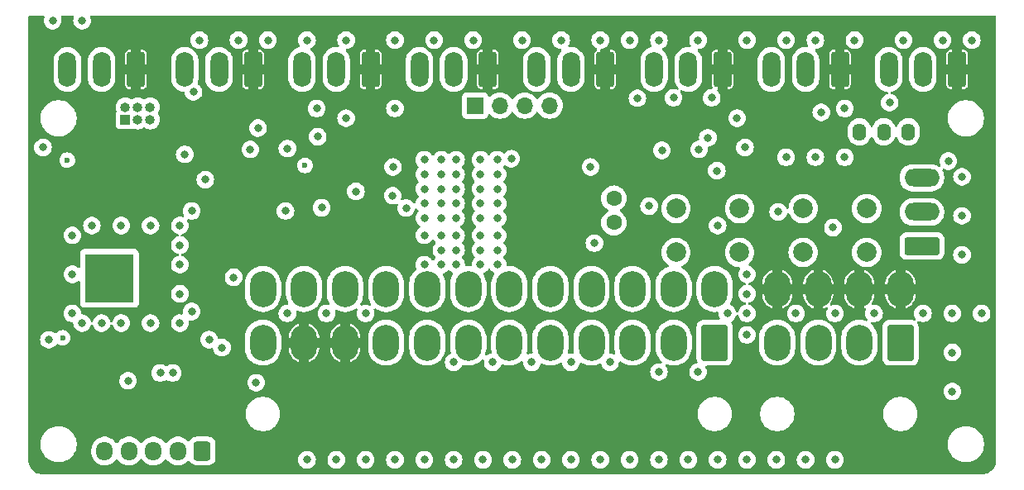
<source format=gbr>
%TF.GenerationSoftware,KiCad,Pcbnew,8.0.4*%
%TF.CreationDate,2024-11-13T17:28:34+01:00*%
%TF.ProjectId,esp32_octal_wled,65737033-325f-46f6-9374-616c5f776c65,rev?*%
%TF.SameCoordinates,Original*%
%TF.FileFunction,Copper,L2,Inr*%
%TF.FilePolarity,Positive*%
%FSLAX46Y46*%
G04 Gerber Fmt 4.6, Leading zero omitted, Abs format (unit mm)*
G04 Created by KiCad (PCBNEW 8.0.4) date 2024-11-13 17:28:34*
%MOMM*%
%LPD*%
G01*
G04 APERTURE LIST*
G04 Aperture macros list*
%AMRoundRect*
0 Rectangle with rounded corners*
0 $1 Rounding radius*
0 $2 $3 $4 $5 $6 $7 $8 $9 X,Y pos of 4 corners*
0 Add a 4 corners polygon primitive as box body*
4,1,4,$2,$3,$4,$5,$6,$7,$8,$9,$2,$3,0*
0 Add four circle primitives for the rounded corners*
1,1,$1+$1,$2,$3*
1,1,$1+$1,$4,$5*
1,1,$1+$1,$6,$7*
1,1,$1+$1,$8,$9*
0 Add four rect primitives between the rounded corners*
20,1,$1+$1,$2,$3,$4,$5,0*
20,1,$1+$1,$4,$5,$6,$7,0*
20,1,$1+$1,$6,$7,$8,$9,0*
20,1,$1+$1,$8,$9,$2,$3,0*%
G04 Aperture macros list end*
%TA.AperFunction,ComponentPad*%
%ADD10C,2.000000*%
%TD*%
%TA.AperFunction,ComponentPad*%
%ADD11RoundRect,0.250000X0.650000X1.550000X-0.650000X1.550000X-0.650000X-1.550000X0.650000X-1.550000X0*%
%TD*%
%TA.AperFunction,ComponentPad*%
%ADD12O,1.800000X3.600000*%
%TD*%
%TA.AperFunction,ComponentPad*%
%ADD13RoundRect,0.250001X1.099999X1.599999X-1.099999X1.599999X-1.099999X-1.599999X1.099999X-1.599999X0*%
%TD*%
%TA.AperFunction,ComponentPad*%
%ADD14O,2.700000X3.700000*%
%TD*%
%TA.AperFunction,ComponentPad*%
%ADD15R,5.000000X5.000000*%
%TD*%
%TA.AperFunction,ComponentPad*%
%ADD16C,1.600000*%
%TD*%
%TA.AperFunction,ComponentPad*%
%ADD17O,1.400000X1.800000*%
%TD*%
%TA.AperFunction,ComponentPad*%
%ADD18R,1.000000X1.000000*%
%TD*%
%TA.AperFunction,ComponentPad*%
%ADD19O,1.000000X1.000000*%
%TD*%
%TA.AperFunction,ComponentPad*%
%ADD20R,1.700000X1.700000*%
%TD*%
%TA.AperFunction,ComponentPad*%
%ADD21O,1.700000X1.700000*%
%TD*%
%TA.AperFunction,ComponentPad*%
%ADD22RoundRect,0.250000X1.550000X-0.650000X1.550000X0.650000X-1.550000X0.650000X-1.550000X-0.650000X0*%
%TD*%
%TA.AperFunction,ComponentPad*%
%ADD23O,3.600000X1.800000*%
%TD*%
%TA.AperFunction,ComponentPad*%
%ADD24RoundRect,0.250000X0.600000X0.725000X-0.600000X0.725000X-0.600000X-0.725000X0.600000X-0.725000X0*%
%TD*%
%TA.AperFunction,ComponentPad*%
%ADD25O,1.700000X1.950000*%
%TD*%
%TA.AperFunction,ViaPad*%
%ADD26C,0.800000*%
%TD*%
%TA.AperFunction,ViaPad*%
%ADD27C,0.600000*%
%TD*%
G04 APERTURE END LIST*
D10*
%TO.N,Net-(R8-Pad1)*%
%TO.C,SW2*%
X136250000Y-71750000D03*
X129750000Y-71750000D03*
%TO.N,GND*%
X136250000Y-67250000D03*
X129750000Y-67250000D03*
%TD*%
D11*
%TO.N,+12V*%
%TO.C,J7*%
X97500000Y-53000000D03*
D12*
%TO.N,STRIP_5V_4*%
X94000000Y-53000000D03*
%TO.N,GND*%
X90500000Y-53000000D03*
%TD*%
D11*
%TO.N,+12V*%
%TO.C,J14*%
X121500000Y-53000000D03*
D12*
%TO.N,STRIP_5V_6*%
X118000000Y-53000000D03*
%TO.N,GND*%
X114500000Y-53000000D03*
%TD*%
D11*
%TO.N,+12V*%
%TO.C,J15*%
X133500000Y-53000000D03*
D12*
%TO.N,STRIP_5V_7*%
X130000000Y-53000000D03*
%TO.N,GND*%
X126500000Y-53000000D03*
%TD*%
D11*
%TO.N,+12V*%
%TO.C,J1*%
X61500000Y-53000000D03*
D12*
%TO.N,STRIP_5V_1*%
X58000000Y-53000000D03*
%TO.N,GND*%
X54500000Y-53000000D03*
%TD*%
D13*
%TO.N,unconnected-(J12-+3.3V-Pad1)_3*%
%TO.C,J12*%
X120700000Y-81000000D03*
D14*
%TO.N,unconnected-(J12-+3.3V-Pad1)_2*%
X116500000Y-81000000D03*
%TO.N,GND*%
X112300000Y-81000000D03*
%TO.N,unconnected-(J12-+5V-Pad21)_3*%
X108100000Y-81000000D03*
%TO.N,GND*%
X103900000Y-81000000D03*
%TO.N,unconnected-(J12-+5V-Pad21)_2*%
X99700000Y-81000000D03*
%TO.N,GND*%
X95500000Y-81000000D03*
%TO.N,Net-(J12-PWR_OK)*%
X91300000Y-81000000D03*
%TO.N,+5V*%
X87100000Y-81000000D03*
%TO.N,+12V*%
X82900000Y-81000000D03*
X78700000Y-81000000D03*
%TO.N,unconnected-(J12-+3.3V-Pad1)*%
X74500000Y-81000000D03*
%TO.N,unconnected-(J12-+3.3V-Pad1)_1*%
X120700000Y-75500000D03*
%TO.N,unconnected-(J12--12V-Pad14)*%
X116500000Y-75500000D03*
%TO.N,GND*%
X112300000Y-75500000D03*
%TO.N,Net-(J12-PS_ON#)*%
X108100000Y-75500000D03*
%TO.N,GND*%
X103900000Y-75500000D03*
X99700000Y-75500000D03*
X95500000Y-75500000D03*
%TO.N,unconnected-(J12-NC-Pad20)*%
X91300000Y-75500000D03*
%TO.N,unconnected-(J12-+5V-Pad21)_4*%
X87100000Y-75500000D03*
%TO.N,unconnected-(J12-+5V-Pad21)*%
X82900000Y-75500000D03*
%TO.N,unconnected-(J12-+5V-Pad21)_1*%
X78700000Y-75500000D03*
%TO.N,GND*%
X74500000Y-75500000D03*
%TD*%
D15*
%TO.N,GND*%
%TO.C,U2*%
X58800000Y-74400000D03*
%TD*%
D11*
%TO.N,+12V*%
%TO.C,J2*%
X73500000Y-53000000D03*
D12*
%TO.N,STRIP_5V_2*%
X70000000Y-53000000D03*
%TO.N,GND*%
X66500000Y-53000000D03*
%TD*%
D11*
%TO.N,+12V*%
%TO.C,J13*%
X109500000Y-53000000D03*
D12*
%TO.N,STRIP_5V_5*%
X106000000Y-53000000D03*
%TO.N,GND*%
X102500000Y-53000000D03*
%TD*%
D16*
%TO.N,THERM*%
%TO.C,TH1*%
X110400000Y-68700000D03*
%TO.N,GND*%
X110400000Y-66200000D03*
%TD*%
D17*
%TO.N,RS485B*%
%TO.C,SW1*%
X140500000Y-59400000D03*
%TO.N,Net-(SW1-B)*%
X138000000Y-59400000D03*
%TO.N,unconnected-(SW1-C-Pad3)*%
X135500000Y-59400000D03*
%TD*%
D10*
%TO.N,Net-(R12-Pad1)*%
%TO.C,SW4*%
X123250000Y-71750000D03*
X116750000Y-71750000D03*
%TO.N,GND*%
X123250000Y-67250000D03*
X116750000Y-67250000D03*
%TD*%
D18*
%TO.N,PROG_EN*%
%TO.C,J3*%
X60430000Y-58135000D03*
D19*
%TO.N,+3V3*%
X60430000Y-56865000D03*
%TO.N,PROG_TX*%
X61700000Y-58135000D03*
%TO.N,GND*%
X61700000Y-56865000D03*
%TO.N,PROG_RX*%
X62970000Y-58135000D03*
%TO.N,PROG_IO0*%
X62970000Y-56865000D03*
%TD*%
D20*
%TO.N,GND*%
%TO.C,J11*%
X96200000Y-56700000D03*
D21*
%TO.N,+3V3*%
X98740000Y-56700000D03*
%TO.N,SCL*%
X101280000Y-56700000D03*
%TO.N,SDA*%
X103820000Y-56700000D03*
%TD*%
D22*
%TO.N,RS485A*%
%TO.C,J4*%
X141900000Y-71100000D03*
D23*
%TO.N,GND*%
X141900000Y-67600000D03*
%TO.N,RS485B*%
X141900000Y-64100000D03*
%TD*%
D24*
%TO.N,SDA2*%
%TO.C,J5*%
X68300000Y-92100000D03*
D25*
%TO.N,SCL2*%
X65800000Y-92100000D03*
%TO.N,GND*%
X63300000Y-92100000D03*
%TO.N,+3V3*%
X60800000Y-92100000D03*
%TO.N,+5V*%
X58300000Y-92100000D03*
%TD*%
D11*
%TO.N,+12V*%
%TO.C,J6*%
X85500000Y-53000000D03*
D12*
%TO.N,STRIP_5V_3*%
X82000000Y-53000000D03*
%TO.N,GND*%
X78500000Y-53000000D03*
%TD*%
D11*
%TO.N,+12V*%
%TO.C,J16*%
X145500000Y-53000000D03*
D12*
%TO.N,STRIP_5V_8*%
X142000000Y-53000000D03*
%TO.N,GND*%
X138500000Y-53000000D03*
%TD*%
D13*
%TO.N,GND*%
%TO.C,J8*%
X139700000Y-81000000D03*
D14*
X135500000Y-81000000D03*
X131300000Y-81000000D03*
X127100000Y-81000000D03*
%TO.N,+12V*%
X139700000Y-75500000D03*
X135500000Y-75500000D03*
X131300000Y-75500000D03*
X127100000Y-75500000D03*
%TD*%
D26*
%TO.N,+3V3*%
X98500000Y-73000000D03*
X91000000Y-73000000D03*
X92750000Y-73000000D03*
X94250000Y-73000000D03*
X96750000Y-73000000D03*
X98500000Y-71500000D03*
X96750000Y-71500000D03*
X94250000Y-71500000D03*
X92750000Y-71500000D03*
X96750000Y-70000000D03*
X98500000Y-70000000D03*
X98500000Y-68250000D03*
X98500000Y-66750000D03*
X98500000Y-65250000D03*
X98500000Y-63750000D03*
X98450000Y-62250000D03*
%TO.N,GND*%
X123800000Y-61000000D03*
X127200000Y-67600000D03*
X132800000Y-69200000D03*
X144600000Y-62400000D03*
X138600000Y-56400000D03*
X131600000Y-57400000D03*
X147000000Y-50000000D03*
X144000000Y-50000000D03*
X140000000Y-50000000D03*
X135000000Y-50000000D03*
X131000000Y-50000000D03*
X128000000Y-50000000D03*
X124000000Y-50000000D03*
X119000000Y-50000000D03*
X115000000Y-50000000D03*
X112000000Y-50000000D03*
X109000000Y-50000000D03*
X105000000Y-50000000D03*
X101000000Y-50000000D03*
X96000000Y-50000000D03*
X92000000Y-50000000D03*
X88000000Y-50000000D03*
X83000000Y-50000000D03*
X79000000Y-50000000D03*
X75000000Y-50000000D03*
X72000000Y-50000000D03*
X68000000Y-50000000D03*
X56000000Y-48000000D03*
%TO.N,+5V*%
X89150000Y-67200000D03*
D27*
X78800000Y-62837500D03*
D26*
X120918750Y-63375000D03*
%TO.N,GND*%
X97000000Y-93000000D03*
X63000000Y-69000000D03*
X106000000Y-83000000D03*
X114000000Y-67000000D03*
X137000000Y-78000000D03*
X73200000Y-61200000D03*
X87800000Y-63000000D03*
X66500000Y-61700000D03*
X116500000Y-55900000D03*
X88000000Y-93000000D03*
X106000000Y-93000000D03*
X60700000Y-84900000D03*
X115000000Y-93000000D03*
X131000000Y-62000000D03*
X121000000Y-69000000D03*
X55000000Y-78000000D03*
X130000000Y-93000000D03*
X123000000Y-58000000D03*
X122000000Y-78000000D03*
X71500000Y-74300000D03*
X124000000Y-76000000D03*
X77000000Y-61100000D03*
X134000000Y-57000000D03*
X100000000Y-93000000D03*
X103000000Y-93000000D03*
X120400000Y-55900000D03*
X77000000Y-78000000D03*
X56000000Y-79000000D03*
X94000000Y-93000000D03*
X66000000Y-73000000D03*
X94000000Y-83000000D03*
X66000000Y-79000000D03*
X112800000Y-55950000D03*
X57000000Y-69000000D03*
X60000000Y-79000000D03*
X85000000Y-78000000D03*
X80100000Y-59900000D03*
X63000000Y-79000000D03*
X79000000Y-93000000D03*
X109000000Y-93000000D03*
X66000000Y-71000000D03*
X52000000Y-61000000D03*
X115000000Y-84000000D03*
X133000000Y-93000000D03*
X83000000Y-58000000D03*
X53000000Y-48000000D03*
X124000000Y-80200000D03*
X58000000Y-79000000D03*
X60000000Y-69000000D03*
X98000000Y-83000000D03*
X148000000Y-78000000D03*
X121000000Y-93000000D03*
X81000000Y-78000000D03*
X82000000Y-93000000D03*
X127000000Y-93000000D03*
X55000000Y-74000000D03*
X129000000Y-78000000D03*
X55000000Y-70000000D03*
X133000000Y-78000000D03*
X80000000Y-57000000D03*
X124000000Y-78000000D03*
X85000000Y-93000000D03*
X76800000Y-67500000D03*
X124000000Y-93000000D03*
X74000000Y-59000000D03*
X145000000Y-78000000D03*
X146000000Y-68000000D03*
X145000000Y-86000000D03*
X145000000Y-82000000D03*
X119100000Y-61200000D03*
X108400000Y-70800000D03*
X118000000Y-93000000D03*
X119000000Y-84000000D03*
X88000000Y-57000000D03*
X66000000Y-69000000D03*
X124000000Y-74000000D03*
X134000000Y-62000000D03*
X66000000Y-76000000D03*
X115300000Y-61300000D03*
X146000000Y-72000000D03*
X102000000Y-83000000D03*
X91000000Y-93000000D03*
X84000000Y-65500000D03*
X128000000Y-62000000D03*
X108000000Y-63000000D03*
X112000000Y-93000000D03*
X142000000Y-78000000D03*
X120000000Y-60000000D03*
X146000000Y-64000000D03*
X110000000Y-83000000D03*
%TO.N,+3V3*%
X92750000Y-68250000D03*
X67400000Y-55300000D03*
X91000000Y-62250000D03*
X96750000Y-68250000D03*
X94250000Y-66750000D03*
X92750000Y-70000000D03*
X94250000Y-65250000D03*
X94250000Y-63750000D03*
X94250000Y-62250000D03*
X96750000Y-66750000D03*
X92750000Y-66750000D03*
X92750000Y-62250000D03*
X91000000Y-68250000D03*
X80500000Y-67175000D03*
X52600000Y-80700000D03*
X94250000Y-68250000D03*
X91000000Y-66750000D03*
X91000000Y-63750000D03*
X96750000Y-62250000D03*
X92750000Y-65250000D03*
X91000000Y-65250000D03*
X99900000Y-62150000D03*
X94250000Y-70000000D03*
X87763603Y-65936397D03*
X96750000Y-65250000D03*
X96750000Y-63750000D03*
X92750000Y-63750000D03*
X91000000Y-70000000D03*
D27*
%TO.N,PROG_EN*%
X54000000Y-80500000D03*
X54490000Y-62300000D03*
D26*
%TO.N,PROG_IO0*%
X67210000Y-77800000D03*
X67210000Y-67500000D03*
X68600000Y-64300000D03*
X73800000Y-85100000D03*
%TO.N,485_RO*%
X68991873Y-80691873D03*
X70302535Y-81502535D03*
%TO.N,SCL2*%
X64000000Y-84100000D03*
%TO.N,SDA2*%
X65270000Y-84100000D03*
%TD*%
%TA.AperFunction,Conductor*%
%TO.N,+12V*%
G36*
X52111985Y-47519685D02*
G01*
X52157740Y-47572489D01*
X52167684Y-47641647D01*
X52162877Y-47662318D01*
X52114327Y-47811740D01*
X52114326Y-47811744D01*
X52094540Y-48000000D01*
X52114326Y-48188256D01*
X52114327Y-48188259D01*
X52172818Y-48368277D01*
X52172821Y-48368284D01*
X52267467Y-48532216D01*
X52394129Y-48672888D01*
X52547265Y-48784148D01*
X52547270Y-48784151D01*
X52720192Y-48861142D01*
X52720197Y-48861144D01*
X52905354Y-48900500D01*
X52905355Y-48900500D01*
X53094644Y-48900500D01*
X53094646Y-48900500D01*
X53279803Y-48861144D01*
X53452730Y-48784151D01*
X53605871Y-48672888D01*
X53732533Y-48532216D01*
X53827179Y-48368284D01*
X53885674Y-48188256D01*
X53905460Y-48000000D01*
X53885674Y-47811744D01*
X53862177Y-47739428D01*
X53837123Y-47662318D01*
X53835128Y-47592477D01*
X53871209Y-47532644D01*
X53933910Y-47501816D01*
X53955054Y-47500000D01*
X55044946Y-47500000D01*
X55111985Y-47519685D01*
X55157740Y-47572489D01*
X55167684Y-47641647D01*
X55162877Y-47662318D01*
X55114327Y-47811740D01*
X55114326Y-47811744D01*
X55094540Y-48000000D01*
X55114326Y-48188256D01*
X55114327Y-48188259D01*
X55172818Y-48368277D01*
X55172821Y-48368284D01*
X55267467Y-48532216D01*
X55394129Y-48672888D01*
X55547265Y-48784148D01*
X55547270Y-48784151D01*
X55720192Y-48861142D01*
X55720197Y-48861144D01*
X55905354Y-48900500D01*
X55905355Y-48900500D01*
X56094644Y-48900500D01*
X56094646Y-48900500D01*
X56279803Y-48861144D01*
X56452730Y-48784151D01*
X56605871Y-48672888D01*
X56732533Y-48532216D01*
X56827179Y-48368284D01*
X56885674Y-48188256D01*
X56905460Y-48000000D01*
X56885674Y-47811744D01*
X56862177Y-47739428D01*
X56837123Y-47662318D01*
X56835128Y-47592477D01*
X56871209Y-47532644D01*
X56933910Y-47501816D01*
X56955054Y-47500000D01*
X149375500Y-47500000D01*
X149442539Y-47519685D01*
X149488294Y-47572489D01*
X149499500Y-47624000D01*
X149499500Y-92995572D01*
X149499184Y-93004419D01*
X149484869Y-93204557D01*
X149482351Y-93222068D01*
X149440646Y-93413787D01*
X149435662Y-93430763D01*
X149367090Y-93614609D01*
X149359740Y-93630701D01*
X149265711Y-93802904D01*
X149256146Y-93817789D01*
X149138558Y-93974867D01*
X149126972Y-93988237D01*
X148988237Y-94126972D01*
X148974867Y-94138558D01*
X148817789Y-94256146D01*
X148802904Y-94265711D01*
X148630701Y-94359740D01*
X148614609Y-94367090D01*
X148430763Y-94435662D01*
X148413787Y-94440646D01*
X148222068Y-94482351D01*
X148204557Y-94484869D01*
X148023779Y-94497799D01*
X148004417Y-94499184D01*
X147995572Y-94499500D01*
X52004428Y-94499500D01*
X51995582Y-94499184D01*
X51973622Y-94497613D01*
X51795442Y-94484869D01*
X51777931Y-94482351D01*
X51586212Y-94440646D01*
X51569236Y-94435662D01*
X51385390Y-94367090D01*
X51369298Y-94359740D01*
X51197095Y-94265711D01*
X51182210Y-94256146D01*
X51025132Y-94138558D01*
X51011762Y-94126972D01*
X50873027Y-93988237D01*
X50861441Y-93974867D01*
X50743849Y-93817784D01*
X50734288Y-93802904D01*
X50640259Y-93630701D01*
X50632909Y-93614609D01*
X50593822Y-93509814D01*
X50564334Y-93430755D01*
X50559355Y-93413797D01*
X50517647Y-93222063D01*
X50515130Y-93204556D01*
X50513964Y-93188259D01*
X50500816Y-93004418D01*
X50500500Y-92995572D01*
X50500500Y-91278711D01*
X51749500Y-91278711D01*
X51749500Y-91521288D01*
X51781161Y-91761785D01*
X51843947Y-91996104D01*
X51934968Y-92215848D01*
X51936776Y-92220212D01*
X52058064Y-92430289D01*
X52058066Y-92430292D01*
X52058067Y-92430293D01*
X52205733Y-92622736D01*
X52205739Y-92622743D01*
X52377256Y-92794260D01*
X52377262Y-92794265D01*
X52569711Y-92941936D01*
X52779788Y-93063224D01*
X53003900Y-93156054D01*
X53238211Y-93218838D01*
X53418586Y-93242584D01*
X53478711Y-93250500D01*
X53478712Y-93250500D01*
X53721289Y-93250500D01*
X53769388Y-93244167D01*
X53961789Y-93218838D01*
X54196100Y-93156054D01*
X54420212Y-93063224D01*
X54630289Y-92941936D01*
X54822738Y-92794265D01*
X54994265Y-92622738D01*
X55141936Y-92430289D01*
X55263224Y-92220212D01*
X55356054Y-91996100D01*
X55390188Y-91868713D01*
X56949500Y-91868713D01*
X56949500Y-92331287D01*
X56982754Y-92541243D01*
X57012150Y-92631715D01*
X57048444Y-92743414D01*
X57144951Y-92932820D01*
X57269890Y-93104786D01*
X57420213Y-93255109D01*
X57592179Y-93380048D01*
X57592181Y-93380049D01*
X57592184Y-93380051D01*
X57781588Y-93476557D01*
X57983757Y-93542246D01*
X58193713Y-93575500D01*
X58193714Y-93575500D01*
X58406286Y-93575500D01*
X58406287Y-93575500D01*
X58616243Y-93542246D01*
X58818412Y-93476557D01*
X59007816Y-93380051D01*
X59029789Y-93364086D01*
X59179786Y-93255109D01*
X59179788Y-93255106D01*
X59179792Y-93255104D01*
X59330104Y-93104792D01*
X59449683Y-92940204D01*
X59505011Y-92897540D01*
X59574624Y-92891561D01*
X59636420Y-92924166D01*
X59650313Y-92940199D01*
X59739697Y-93063226D01*
X59769896Y-93104792D01*
X59920213Y-93255109D01*
X60092179Y-93380048D01*
X60092181Y-93380049D01*
X60092184Y-93380051D01*
X60281588Y-93476557D01*
X60483757Y-93542246D01*
X60693713Y-93575500D01*
X60693714Y-93575500D01*
X60906286Y-93575500D01*
X60906287Y-93575500D01*
X61116243Y-93542246D01*
X61318412Y-93476557D01*
X61507816Y-93380051D01*
X61529789Y-93364086D01*
X61679786Y-93255109D01*
X61679788Y-93255106D01*
X61679792Y-93255104D01*
X61830104Y-93104792D01*
X61949683Y-92940204D01*
X62005011Y-92897540D01*
X62074624Y-92891561D01*
X62136420Y-92924166D01*
X62150313Y-92940199D01*
X62239697Y-93063226D01*
X62269896Y-93104792D01*
X62420213Y-93255109D01*
X62592179Y-93380048D01*
X62592181Y-93380049D01*
X62592184Y-93380051D01*
X62781588Y-93476557D01*
X62983757Y-93542246D01*
X63193713Y-93575500D01*
X63193714Y-93575500D01*
X63406286Y-93575500D01*
X63406287Y-93575500D01*
X63616243Y-93542246D01*
X63818412Y-93476557D01*
X64007816Y-93380051D01*
X64029789Y-93364086D01*
X64179786Y-93255109D01*
X64179788Y-93255106D01*
X64179792Y-93255104D01*
X64330104Y-93104792D01*
X64449683Y-92940204D01*
X64505011Y-92897540D01*
X64574624Y-92891561D01*
X64636420Y-92924166D01*
X64650313Y-92940199D01*
X64739697Y-93063226D01*
X64769896Y-93104792D01*
X64920213Y-93255109D01*
X65092179Y-93380048D01*
X65092181Y-93380049D01*
X65092184Y-93380051D01*
X65281588Y-93476557D01*
X65483757Y-93542246D01*
X65693713Y-93575500D01*
X65693714Y-93575500D01*
X65906286Y-93575500D01*
X65906287Y-93575500D01*
X66116243Y-93542246D01*
X66318412Y-93476557D01*
X66507816Y-93380051D01*
X66679792Y-93255104D01*
X66818604Y-93116291D01*
X66879923Y-93082809D01*
X66949615Y-93087793D01*
X67005549Y-93129664D01*
X67011821Y-93138878D01*
X67015185Y-93144333D01*
X67015186Y-93144334D01*
X67107288Y-93293656D01*
X67231344Y-93417712D01*
X67380666Y-93509814D01*
X67547203Y-93564999D01*
X67649991Y-93575500D01*
X68950008Y-93575499D01*
X69052797Y-93564999D01*
X69219334Y-93509814D01*
X69368656Y-93417712D01*
X69492712Y-93293656D01*
X69584814Y-93144334D01*
X69632642Y-93000000D01*
X78094540Y-93000000D01*
X78114326Y-93188256D01*
X78114327Y-93188259D01*
X78172818Y-93368277D01*
X78172821Y-93368284D01*
X78267467Y-93532216D01*
X78349133Y-93622915D01*
X78394129Y-93672888D01*
X78547265Y-93784148D01*
X78547270Y-93784151D01*
X78720192Y-93861142D01*
X78720197Y-93861144D01*
X78905354Y-93900500D01*
X78905355Y-93900500D01*
X79094644Y-93900500D01*
X79094646Y-93900500D01*
X79279803Y-93861144D01*
X79452730Y-93784151D01*
X79605871Y-93672888D01*
X79732533Y-93532216D01*
X79827179Y-93368284D01*
X79885674Y-93188256D01*
X79905460Y-93000000D01*
X81094540Y-93000000D01*
X81114326Y-93188256D01*
X81114327Y-93188259D01*
X81172818Y-93368277D01*
X81172821Y-93368284D01*
X81267467Y-93532216D01*
X81349133Y-93622915D01*
X81394129Y-93672888D01*
X81547265Y-93784148D01*
X81547270Y-93784151D01*
X81720192Y-93861142D01*
X81720197Y-93861144D01*
X81905354Y-93900500D01*
X81905355Y-93900500D01*
X82094644Y-93900500D01*
X82094646Y-93900500D01*
X82279803Y-93861144D01*
X82452730Y-93784151D01*
X82605871Y-93672888D01*
X82732533Y-93532216D01*
X82827179Y-93368284D01*
X82885674Y-93188256D01*
X82905460Y-93000000D01*
X84094540Y-93000000D01*
X84114326Y-93188256D01*
X84114327Y-93188259D01*
X84172818Y-93368277D01*
X84172821Y-93368284D01*
X84267467Y-93532216D01*
X84349133Y-93622915D01*
X84394129Y-93672888D01*
X84547265Y-93784148D01*
X84547270Y-93784151D01*
X84720192Y-93861142D01*
X84720197Y-93861144D01*
X84905354Y-93900500D01*
X84905355Y-93900500D01*
X85094644Y-93900500D01*
X85094646Y-93900500D01*
X85279803Y-93861144D01*
X85452730Y-93784151D01*
X85605871Y-93672888D01*
X85732533Y-93532216D01*
X85827179Y-93368284D01*
X85885674Y-93188256D01*
X85905460Y-93000000D01*
X87094540Y-93000000D01*
X87114326Y-93188256D01*
X87114327Y-93188259D01*
X87172818Y-93368277D01*
X87172821Y-93368284D01*
X87267467Y-93532216D01*
X87349133Y-93622915D01*
X87394129Y-93672888D01*
X87547265Y-93784148D01*
X87547270Y-93784151D01*
X87720192Y-93861142D01*
X87720197Y-93861144D01*
X87905354Y-93900500D01*
X87905355Y-93900500D01*
X88094644Y-93900500D01*
X88094646Y-93900500D01*
X88279803Y-93861144D01*
X88452730Y-93784151D01*
X88605871Y-93672888D01*
X88732533Y-93532216D01*
X88827179Y-93368284D01*
X88885674Y-93188256D01*
X88905460Y-93000000D01*
X90094540Y-93000000D01*
X90114326Y-93188256D01*
X90114327Y-93188259D01*
X90172818Y-93368277D01*
X90172821Y-93368284D01*
X90267467Y-93532216D01*
X90349133Y-93622915D01*
X90394129Y-93672888D01*
X90547265Y-93784148D01*
X90547270Y-93784151D01*
X90720192Y-93861142D01*
X90720197Y-93861144D01*
X90905354Y-93900500D01*
X90905355Y-93900500D01*
X91094644Y-93900500D01*
X91094646Y-93900500D01*
X91279803Y-93861144D01*
X91452730Y-93784151D01*
X91605871Y-93672888D01*
X91732533Y-93532216D01*
X91827179Y-93368284D01*
X91885674Y-93188256D01*
X91905460Y-93000000D01*
X93094540Y-93000000D01*
X93114326Y-93188256D01*
X93114327Y-93188259D01*
X93172818Y-93368277D01*
X93172821Y-93368284D01*
X93267467Y-93532216D01*
X93349133Y-93622915D01*
X93394129Y-93672888D01*
X93547265Y-93784148D01*
X93547270Y-93784151D01*
X93720192Y-93861142D01*
X93720197Y-93861144D01*
X93905354Y-93900500D01*
X93905355Y-93900500D01*
X94094644Y-93900500D01*
X94094646Y-93900500D01*
X94279803Y-93861144D01*
X94452730Y-93784151D01*
X94605871Y-93672888D01*
X94732533Y-93532216D01*
X94827179Y-93368284D01*
X94885674Y-93188256D01*
X94905460Y-93000000D01*
X96094540Y-93000000D01*
X96114326Y-93188256D01*
X96114327Y-93188259D01*
X96172818Y-93368277D01*
X96172821Y-93368284D01*
X96267467Y-93532216D01*
X96349133Y-93622915D01*
X96394129Y-93672888D01*
X96547265Y-93784148D01*
X96547270Y-93784151D01*
X96720192Y-93861142D01*
X96720197Y-93861144D01*
X96905354Y-93900500D01*
X96905355Y-93900500D01*
X97094644Y-93900500D01*
X97094646Y-93900500D01*
X97279803Y-93861144D01*
X97452730Y-93784151D01*
X97605871Y-93672888D01*
X97732533Y-93532216D01*
X97827179Y-93368284D01*
X97885674Y-93188256D01*
X97905460Y-93000000D01*
X99094540Y-93000000D01*
X99114326Y-93188256D01*
X99114327Y-93188259D01*
X99172818Y-93368277D01*
X99172821Y-93368284D01*
X99267467Y-93532216D01*
X99349133Y-93622915D01*
X99394129Y-93672888D01*
X99547265Y-93784148D01*
X99547270Y-93784151D01*
X99720192Y-93861142D01*
X99720197Y-93861144D01*
X99905354Y-93900500D01*
X99905355Y-93900500D01*
X100094644Y-93900500D01*
X100094646Y-93900500D01*
X100279803Y-93861144D01*
X100452730Y-93784151D01*
X100605871Y-93672888D01*
X100732533Y-93532216D01*
X100827179Y-93368284D01*
X100885674Y-93188256D01*
X100905460Y-93000000D01*
X102094540Y-93000000D01*
X102114326Y-93188256D01*
X102114327Y-93188259D01*
X102172818Y-93368277D01*
X102172821Y-93368284D01*
X102267467Y-93532216D01*
X102349133Y-93622915D01*
X102394129Y-93672888D01*
X102547265Y-93784148D01*
X102547270Y-93784151D01*
X102720192Y-93861142D01*
X102720197Y-93861144D01*
X102905354Y-93900500D01*
X102905355Y-93900500D01*
X103094644Y-93900500D01*
X103094646Y-93900500D01*
X103279803Y-93861144D01*
X103452730Y-93784151D01*
X103605871Y-93672888D01*
X103732533Y-93532216D01*
X103827179Y-93368284D01*
X103885674Y-93188256D01*
X103905460Y-93000000D01*
X105094540Y-93000000D01*
X105114326Y-93188256D01*
X105114327Y-93188259D01*
X105172818Y-93368277D01*
X105172821Y-93368284D01*
X105267467Y-93532216D01*
X105349133Y-93622915D01*
X105394129Y-93672888D01*
X105547265Y-93784148D01*
X105547270Y-93784151D01*
X105720192Y-93861142D01*
X105720197Y-93861144D01*
X105905354Y-93900500D01*
X105905355Y-93900500D01*
X106094644Y-93900500D01*
X106094646Y-93900500D01*
X106279803Y-93861144D01*
X106452730Y-93784151D01*
X106605871Y-93672888D01*
X106732533Y-93532216D01*
X106827179Y-93368284D01*
X106885674Y-93188256D01*
X106905460Y-93000000D01*
X108094540Y-93000000D01*
X108114326Y-93188256D01*
X108114327Y-93188259D01*
X108172818Y-93368277D01*
X108172821Y-93368284D01*
X108267467Y-93532216D01*
X108349133Y-93622915D01*
X108394129Y-93672888D01*
X108547265Y-93784148D01*
X108547270Y-93784151D01*
X108720192Y-93861142D01*
X108720197Y-93861144D01*
X108905354Y-93900500D01*
X108905355Y-93900500D01*
X109094644Y-93900500D01*
X109094646Y-93900500D01*
X109279803Y-93861144D01*
X109452730Y-93784151D01*
X109605871Y-93672888D01*
X109732533Y-93532216D01*
X109827179Y-93368284D01*
X109885674Y-93188256D01*
X109905460Y-93000000D01*
X111094540Y-93000000D01*
X111114326Y-93188256D01*
X111114327Y-93188259D01*
X111172818Y-93368277D01*
X111172821Y-93368284D01*
X111267467Y-93532216D01*
X111349133Y-93622915D01*
X111394129Y-93672888D01*
X111547265Y-93784148D01*
X111547270Y-93784151D01*
X111720192Y-93861142D01*
X111720197Y-93861144D01*
X111905354Y-93900500D01*
X111905355Y-93900500D01*
X112094644Y-93900500D01*
X112094646Y-93900500D01*
X112279803Y-93861144D01*
X112452730Y-93784151D01*
X112605871Y-93672888D01*
X112732533Y-93532216D01*
X112827179Y-93368284D01*
X112885674Y-93188256D01*
X112905460Y-93000000D01*
X114094540Y-93000000D01*
X114114326Y-93188256D01*
X114114327Y-93188259D01*
X114172818Y-93368277D01*
X114172821Y-93368284D01*
X114267467Y-93532216D01*
X114349133Y-93622915D01*
X114394129Y-93672888D01*
X114547265Y-93784148D01*
X114547270Y-93784151D01*
X114720192Y-93861142D01*
X114720197Y-93861144D01*
X114905354Y-93900500D01*
X114905355Y-93900500D01*
X115094644Y-93900500D01*
X115094646Y-93900500D01*
X115279803Y-93861144D01*
X115452730Y-93784151D01*
X115605871Y-93672888D01*
X115732533Y-93532216D01*
X115827179Y-93368284D01*
X115885674Y-93188256D01*
X115905460Y-93000000D01*
X117094540Y-93000000D01*
X117114326Y-93188256D01*
X117114327Y-93188259D01*
X117172818Y-93368277D01*
X117172821Y-93368284D01*
X117267467Y-93532216D01*
X117349133Y-93622915D01*
X117394129Y-93672888D01*
X117547265Y-93784148D01*
X117547270Y-93784151D01*
X117720192Y-93861142D01*
X117720197Y-93861144D01*
X117905354Y-93900500D01*
X117905355Y-93900500D01*
X118094644Y-93900500D01*
X118094646Y-93900500D01*
X118279803Y-93861144D01*
X118452730Y-93784151D01*
X118605871Y-93672888D01*
X118732533Y-93532216D01*
X118827179Y-93368284D01*
X118885674Y-93188256D01*
X118905460Y-93000000D01*
X120094540Y-93000000D01*
X120114326Y-93188256D01*
X120114327Y-93188259D01*
X120172818Y-93368277D01*
X120172821Y-93368284D01*
X120267467Y-93532216D01*
X120349133Y-93622915D01*
X120394129Y-93672888D01*
X120547265Y-93784148D01*
X120547270Y-93784151D01*
X120720192Y-93861142D01*
X120720197Y-93861144D01*
X120905354Y-93900500D01*
X120905355Y-93900500D01*
X121094644Y-93900500D01*
X121094646Y-93900500D01*
X121279803Y-93861144D01*
X121452730Y-93784151D01*
X121605871Y-93672888D01*
X121732533Y-93532216D01*
X121827179Y-93368284D01*
X121885674Y-93188256D01*
X121905460Y-93000000D01*
X123094540Y-93000000D01*
X123114326Y-93188256D01*
X123114327Y-93188259D01*
X123172818Y-93368277D01*
X123172821Y-93368284D01*
X123267467Y-93532216D01*
X123349133Y-93622915D01*
X123394129Y-93672888D01*
X123547265Y-93784148D01*
X123547270Y-93784151D01*
X123720192Y-93861142D01*
X123720197Y-93861144D01*
X123905354Y-93900500D01*
X123905355Y-93900500D01*
X124094644Y-93900500D01*
X124094646Y-93900500D01*
X124279803Y-93861144D01*
X124452730Y-93784151D01*
X124605871Y-93672888D01*
X124732533Y-93532216D01*
X124827179Y-93368284D01*
X124885674Y-93188256D01*
X124905460Y-93000000D01*
X126094540Y-93000000D01*
X126114326Y-93188256D01*
X126114327Y-93188259D01*
X126172818Y-93368277D01*
X126172821Y-93368284D01*
X126267467Y-93532216D01*
X126349133Y-93622915D01*
X126394129Y-93672888D01*
X126547265Y-93784148D01*
X126547270Y-93784151D01*
X126720192Y-93861142D01*
X126720197Y-93861144D01*
X126905354Y-93900500D01*
X126905355Y-93900500D01*
X127094644Y-93900500D01*
X127094646Y-93900500D01*
X127279803Y-93861144D01*
X127452730Y-93784151D01*
X127605871Y-93672888D01*
X127732533Y-93532216D01*
X127827179Y-93368284D01*
X127885674Y-93188256D01*
X127905460Y-93000000D01*
X129094540Y-93000000D01*
X129114326Y-93188256D01*
X129114327Y-93188259D01*
X129172818Y-93368277D01*
X129172821Y-93368284D01*
X129267467Y-93532216D01*
X129349133Y-93622915D01*
X129394129Y-93672888D01*
X129547265Y-93784148D01*
X129547270Y-93784151D01*
X129720192Y-93861142D01*
X129720197Y-93861144D01*
X129905354Y-93900500D01*
X129905355Y-93900500D01*
X130094644Y-93900500D01*
X130094646Y-93900500D01*
X130279803Y-93861144D01*
X130452730Y-93784151D01*
X130605871Y-93672888D01*
X130732533Y-93532216D01*
X130827179Y-93368284D01*
X130885674Y-93188256D01*
X130905460Y-93000000D01*
X132094540Y-93000000D01*
X132114326Y-93188256D01*
X132114327Y-93188259D01*
X132172818Y-93368277D01*
X132172821Y-93368284D01*
X132267467Y-93532216D01*
X132349133Y-93622915D01*
X132394129Y-93672888D01*
X132547265Y-93784148D01*
X132547270Y-93784151D01*
X132720192Y-93861142D01*
X132720197Y-93861144D01*
X132905354Y-93900500D01*
X132905355Y-93900500D01*
X133094644Y-93900500D01*
X133094646Y-93900500D01*
X133279803Y-93861144D01*
X133452730Y-93784151D01*
X133605871Y-93672888D01*
X133732533Y-93532216D01*
X133827179Y-93368284D01*
X133885674Y-93188256D01*
X133905460Y-93000000D01*
X133885674Y-92811744D01*
X133827179Y-92631716D01*
X133732533Y-92467784D01*
X133605871Y-92327112D01*
X133605870Y-92327111D01*
X133452734Y-92215851D01*
X133452729Y-92215848D01*
X133279807Y-92138857D01*
X133279802Y-92138855D01*
X133134001Y-92107865D01*
X133094646Y-92099500D01*
X132905354Y-92099500D01*
X132872897Y-92106398D01*
X132720197Y-92138855D01*
X132720192Y-92138857D01*
X132547270Y-92215848D01*
X132547265Y-92215851D01*
X132394129Y-92327111D01*
X132267466Y-92467785D01*
X132172821Y-92631715D01*
X132172818Y-92631722D01*
X132120007Y-92794260D01*
X132114326Y-92811744D01*
X132094540Y-93000000D01*
X130905460Y-93000000D01*
X130885674Y-92811744D01*
X130827179Y-92631716D01*
X130732533Y-92467784D01*
X130605871Y-92327112D01*
X130605870Y-92327111D01*
X130452734Y-92215851D01*
X130452729Y-92215848D01*
X130279807Y-92138857D01*
X130279802Y-92138855D01*
X130134001Y-92107865D01*
X130094646Y-92099500D01*
X129905354Y-92099500D01*
X129872897Y-92106398D01*
X129720197Y-92138855D01*
X129720192Y-92138857D01*
X129547270Y-92215848D01*
X129547265Y-92215851D01*
X129394129Y-92327111D01*
X129267466Y-92467785D01*
X129172821Y-92631715D01*
X129172818Y-92631722D01*
X129120007Y-92794260D01*
X129114326Y-92811744D01*
X129094540Y-93000000D01*
X127905460Y-93000000D01*
X127885674Y-92811744D01*
X127827179Y-92631716D01*
X127732533Y-92467784D01*
X127605871Y-92327112D01*
X127605870Y-92327111D01*
X127452734Y-92215851D01*
X127452729Y-92215848D01*
X127279807Y-92138857D01*
X127279802Y-92138855D01*
X127134001Y-92107865D01*
X127094646Y-92099500D01*
X126905354Y-92099500D01*
X126872897Y-92106398D01*
X126720197Y-92138855D01*
X126720192Y-92138857D01*
X126547270Y-92215848D01*
X126547265Y-92215851D01*
X126394129Y-92327111D01*
X126267466Y-92467785D01*
X126172821Y-92631715D01*
X126172818Y-92631722D01*
X126120007Y-92794260D01*
X126114326Y-92811744D01*
X126094540Y-93000000D01*
X124905460Y-93000000D01*
X124885674Y-92811744D01*
X124827179Y-92631716D01*
X124732533Y-92467784D01*
X124605871Y-92327112D01*
X124605870Y-92327111D01*
X124452734Y-92215851D01*
X124452729Y-92215848D01*
X124279807Y-92138857D01*
X124279802Y-92138855D01*
X124134001Y-92107865D01*
X124094646Y-92099500D01*
X123905354Y-92099500D01*
X123872897Y-92106398D01*
X123720197Y-92138855D01*
X123720192Y-92138857D01*
X123547270Y-92215848D01*
X123547265Y-92215851D01*
X123394129Y-92327111D01*
X123267466Y-92467785D01*
X123172821Y-92631715D01*
X123172818Y-92631722D01*
X123120007Y-92794260D01*
X123114326Y-92811744D01*
X123094540Y-93000000D01*
X121905460Y-93000000D01*
X121885674Y-92811744D01*
X121827179Y-92631716D01*
X121732533Y-92467784D01*
X121605871Y-92327112D01*
X121605870Y-92327111D01*
X121452734Y-92215851D01*
X121452729Y-92215848D01*
X121279807Y-92138857D01*
X121279802Y-92138855D01*
X121134001Y-92107865D01*
X121094646Y-92099500D01*
X120905354Y-92099500D01*
X120872897Y-92106398D01*
X120720197Y-92138855D01*
X120720192Y-92138857D01*
X120547270Y-92215848D01*
X120547265Y-92215851D01*
X120394129Y-92327111D01*
X120267466Y-92467785D01*
X120172821Y-92631715D01*
X120172818Y-92631722D01*
X120120007Y-92794260D01*
X120114326Y-92811744D01*
X120094540Y-93000000D01*
X118905460Y-93000000D01*
X118885674Y-92811744D01*
X118827179Y-92631716D01*
X118732533Y-92467784D01*
X118605871Y-92327112D01*
X118605870Y-92327111D01*
X118452734Y-92215851D01*
X118452729Y-92215848D01*
X118279807Y-92138857D01*
X118279802Y-92138855D01*
X118134001Y-92107865D01*
X118094646Y-92099500D01*
X117905354Y-92099500D01*
X117872897Y-92106398D01*
X117720197Y-92138855D01*
X117720192Y-92138857D01*
X117547270Y-92215848D01*
X117547265Y-92215851D01*
X117394129Y-92327111D01*
X117267466Y-92467785D01*
X117172821Y-92631715D01*
X117172818Y-92631722D01*
X117120007Y-92794260D01*
X117114326Y-92811744D01*
X117094540Y-93000000D01*
X115905460Y-93000000D01*
X115885674Y-92811744D01*
X115827179Y-92631716D01*
X115732533Y-92467784D01*
X115605871Y-92327112D01*
X115605870Y-92327111D01*
X115452734Y-92215851D01*
X115452729Y-92215848D01*
X115279807Y-92138857D01*
X115279802Y-92138855D01*
X115134001Y-92107865D01*
X115094646Y-92099500D01*
X114905354Y-92099500D01*
X114872897Y-92106398D01*
X114720197Y-92138855D01*
X114720192Y-92138857D01*
X114547270Y-92215848D01*
X114547265Y-92215851D01*
X114394129Y-92327111D01*
X114267466Y-92467785D01*
X114172821Y-92631715D01*
X114172818Y-92631722D01*
X114120007Y-92794260D01*
X114114326Y-92811744D01*
X114094540Y-93000000D01*
X112905460Y-93000000D01*
X112885674Y-92811744D01*
X112827179Y-92631716D01*
X112732533Y-92467784D01*
X112605871Y-92327112D01*
X112605870Y-92327111D01*
X112452734Y-92215851D01*
X112452729Y-92215848D01*
X112279807Y-92138857D01*
X112279802Y-92138855D01*
X112134001Y-92107865D01*
X112094646Y-92099500D01*
X111905354Y-92099500D01*
X111872897Y-92106398D01*
X111720197Y-92138855D01*
X111720192Y-92138857D01*
X111547270Y-92215848D01*
X111547265Y-92215851D01*
X111394129Y-92327111D01*
X111267466Y-92467785D01*
X111172821Y-92631715D01*
X111172818Y-92631722D01*
X111120007Y-92794260D01*
X111114326Y-92811744D01*
X111094540Y-93000000D01*
X109905460Y-93000000D01*
X109885674Y-92811744D01*
X109827179Y-92631716D01*
X109732533Y-92467784D01*
X109605871Y-92327112D01*
X109605870Y-92327111D01*
X109452734Y-92215851D01*
X109452729Y-92215848D01*
X109279807Y-92138857D01*
X109279802Y-92138855D01*
X109134001Y-92107865D01*
X109094646Y-92099500D01*
X108905354Y-92099500D01*
X108872897Y-92106398D01*
X108720197Y-92138855D01*
X108720192Y-92138857D01*
X108547270Y-92215848D01*
X108547265Y-92215851D01*
X108394129Y-92327111D01*
X108267466Y-92467785D01*
X108172821Y-92631715D01*
X108172818Y-92631722D01*
X108120007Y-92794260D01*
X108114326Y-92811744D01*
X108094540Y-93000000D01*
X106905460Y-93000000D01*
X106885674Y-92811744D01*
X106827179Y-92631716D01*
X106732533Y-92467784D01*
X106605871Y-92327112D01*
X106605870Y-92327111D01*
X106452734Y-92215851D01*
X106452729Y-92215848D01*
X106279807Y-92138857D01*
X106279802Y-92138855D01*
X106134001Y-92107865D01*
X106094646Y-92099500D01*
X105905354Y-92099500D01*
X105872897Y-92106398D01*
X105720197Y-92138855D01*
X105720192Y-92138857D01*
X105547270Y-92215848D01*
X105547265Y-92215851D01*
X105394129Y-92327111D01*
X105267466Y-92467785D01*
X105172821Y-92631715D01*
X105172818Y-92631722D01*
X105120007Y-92794260D01*
X105114326Y-92811744D01*
X105094540Y-93000000D01*
X103905460Y-93000000D01*
X103885674Y-92811744D01*
X103827179Y-92631716D01*
X103732533Y-92467784D01*
X103605871Y-92327112D01*
X103605870Y-92327111D01*
X103452734Y-92215851D01*
X103452729Y-92215848D01*
X103279807Y-92138857D01*
X103279802Y-92138855D01*
X103134001Y-92107865D01*
X103094646Y-92099500D01*
X102905354Y-92099500D01*
X102872897Y-92106398D01*
X102720197Y-92138855D01*
X102720192Y-92138857D01*
X102547270Y-92215848D01*
X102547265Y-92215851D01*
X102394129Y-92327111D01*
X102267466Y-92467785D01*
X102172821Y-92631715D01*
X102172818Y-92631722D01*
X102120007Y-92794260D01*
X102114326Y-92811744D01*
X102094540Y-93000000D01*
X100905460Y-93000000D01*
X100885674Y-92811744D01*
X100827179Y-92631716D01*
X100732533Y-92467784D01*
X100605871Y-92327112D01*
X100605870Y-92327111D01*
X100452734Y-92215851D01*
X100452729Y-92215848D01*
X100279807Y-92138857D01*
X100279802Y-92138855D01*
X100134001Y-92107865D01*
X100094646Y-92099500D01*
X99905354Y-92099500D01*
X99872897Y-92106398D01*
X99720197Y-92138855D01*
X99720192Y-92138857D01*
X99547270Y-92215848D01*
X99547265Y-92215851D01*
X99394129Y-92327111D01*
X99267466Y-92467785D01*
X99172821Y-92631715D01*
X99172818Y-92631722D01*
X99120007Y-92794260D01*
X99114326Y-92811744D01*
X99094540Y-93000000D01*
X97905460Y-93000000D01*
X97885674Y-92811744D01*
X97827179Y-92631716D01*
X97732533Y-92467784D01*
X97605871Y-92327112D01*
X97605870Y-92327111D01*
X97452734Y-92215851D01*
X97452729Y-92215848D01*
X97279807Y-92138857D01*
X97279802Y-92138855D01*
X97134001Y-92107865D01*
X97094646Y-92099500D01*
X96905354Y-92099500D01*
X96872897Y-92106398D01*
X96720197Y-92138855D01*
X96720192Y-92138857D01*
X96547270Y-92215848D01*
X96547265Y-92215851D01*
X96394129Y-92327111D01*
X96267466Y-92467785D01*
X96172821Y-92631715D01*
X96172818Y-92631722D01*
X96120007Y-92794260D01*
X96114326Y-92811744D01*
X96094540Y-93000000D01*
X94905460Y-93000000D01*
X94885674Y-92811744D01*
X94827179Y-92631716D01*
X94732533Y-92467784D01*
X94605871Y-92327112D01*
X94605870Y-92327111D01*
X94452734Y-92215851D01*
X94452729Y-92215848D01*
X94279807Y-92138857D01*
X94279802Y-92138855D01*
X94134001Y-92107865D01*
X94094646Y-92099500D01*
X93905354Y-92099500D01*
X93872897Y-92106398D01*
X93720197Y-92138855D01*
X93720192Y-92138857D01*
X93547270Y-92215848D01*
X93547265Y-92215851D01*
X93394129Y-92327111D01*
X93267466Y-92467785D01*
X93172821Y-92631715D01*
X93172818Y-92631722D01*
X93120007Y-92794260D01*
X93114326Y-92811744D01*
X93094540Y-93000000D01*
X91905460Y-93000000D01*
X91885674Y-92811744D01*
X91827179Y-92631716D01*
X91732533Y-92467784D01*
X91605871Y-92327112D01*
X91605870Y-92327111D01*
X91452734Y-92215851D01*
X91452729Y-92215848D01*
X91279807Y-92138857D01*
X91279802Y-92138855D01*
X91134001Y-92107865D01*
X91094646Y-92099500D01*
X90905354Y-92099500D01*
X90872897Y-92106398D01*
X90720197Y-92138855D01*
X90720192Y-92138857D01*
X90547270Y-92215848D01*
X90547265Y-92215851D01*
X90394129Y-92327111D01*
X90267466Y-92467785D01*
X90172821Y-92631715D01*
X90172818Y-92631722D01*
X90120007Y-92794260D01*
X90114326Y-92811744D01*
X90094540Y-93000000D01*
X88905460Y-93000000D01*
X88885674Y-92811744D01*
X88827179Y-92631716D01*
X88732533Y-92467784D01*
X88605871Y-92327112D01*
X88605870Y-92327111D01*
X88452734Y-92215851D01*
X88452729Y-92215848D01*
X88279807Y-92138857D01*
X88279802Y-92138855D01*
X88134001Y-92107865D01*
X88094646Y-92099500D01*
X87905354Y-92099500D01*
X87872897Y-92106398D01*
X87720197Y-92138855D01*
X87720192Y-92138857D01*
X87547270Y-92215848D01*
X87547265Y-92215851D01*
X87394129Y-92327111D01*
X87267466Y-92467785D01*
X87172821Y-92631715D01*
X87172818Y-92631722D01*
X87120007Y-92794260D01*
X87114326Y-92811744D01*
X87094540Y-93000000D01*
X85905460Y-93000000D01*
X85885674Y-92811744D01*
X85827179Y-92631716D01*
X85732533Y-92467784D01*
X85605871Y-92327112D01*
X85605870Y-92327111D01*
X85452734Y-92215851D01*
X85452729Y-92215848D01*
X85279807Y-92138857D01*
X85279802Y-92138855D01*
X85134001Y-92107865D01*
X85094646Y-92099500D01*
X84905354Y-92099500D01*
X84872897Y-92106398D01*
X84720197Y-92138855D01*
X84720192Y-92138857D01*
X84547270Y-92215848D01*
X84547265Y-92215851D01*
X84394129Y-92327111D01*
X84267466Y-92467785D01*
X84172821Y-92631715D01*
X84172818Y-92631722D01*
X84120007Y-92794260D01*
X84114326Y-92811744D01*
X84094540Y-93000000D01*
X82905460Y-93000000D01*
X82885674Y-92811744D01*
X82827179Y-92631716D01*
X82732533Y-92467784D01*
X82605871Y-92327112D01*
X82605870Y-92327111D01*
X82452734Y-92215851D01*
X82452729Y-92215848D01*
X82279807Y-92138857D01*
X82279802Y-92138855D01*
X82134001Y-92107865D01*
X82094646Y-92099500D01*
X81905354Y-92099500D01*
X81872897Y-92106398D01*
X81720197Y-92138855D01*
X81720192Y-92138857D01*
X81547270Y-92215848D01*
X81547265Y-92215851D01*
X81394129Y-92327111D01*
X81267466Y-92467785D01*
X81172821Y-92631715D01*
X81172818Y-92631722D01*
X81120007Y-92794260D01*
X81114326Y-92811744D01*
X81094540Y-93000000D01*
X79905460Y-93000000D01*
X79885674Y-92811744D01*
X79827179Y-92631716D01*
X79732533Y-92467784D01*
X79605871Y-92327112D01*
X79605870Y-92327111D01*
X79452734Y-92215851D01*
X79452729Y-92215848D01*
X79279807Y-92138857D01*
X79279802Y-92138855D01*
X79134001Y-92107865D01*
X79094646Y-92099500D01*
X78905354Y-92099500D01*
X78872897Y-92106398D01*
X78720197Y-92138855D01*
X78720192Y-92138857D01*
X78547270Y-92215848D01*
X78547265Y-92215851D01*
X78394129Y-92327111D01*
X78267466Y-92467785D01*
X78172821Y-92631715D01*
X78172818Y-92631722D01*
X78120007Y-92794260D01*
X78114326Y-92811744D01*
X78094540Y-93000000D01*
X69632642Y-93000000D01*
X69639999Y-92977797D01*
X69650500Y-92875009D01*
X69650499Y-91324992D01*
X69645771Y-91278712D01*
X69645771Y-91278711D01*
X144549500Y-91278711D01*
X144549500Y-91521288D01*
X144581161Y-91761785D01*
X144643947Y-91996104D01*
X144734968Y-92215848D01*
X144736776Y-92220212D01*
X144858064Y-92430289D01*
X144858066Y-92430292D01*
X144858067Y-92430293D01*
X145005733Y-92622736D01*
X145005739Y-92622743D01*
X145177256Y-92794260D01*
X145177262Y-92794265D01*
X145369711Y-92941936D01*
X145579788Y-93063224D01*
X145803900Y-93156054D01*
X146038211Y-93218838D01*
X146218586Y-93242584D01*
X146278711Y-93250500D01*
X146278712Y-93250500D01*
X146521289Y-93250500D01*
X146569388Y-93244167D01*
X146761789Y-93218838D01*
X146996100Y-93156054D01*
X147220212Y-93063224D01*
X147430289Y-92941936D01*
X147622738Y-92794265D01*
X147794265Y-92622738D01*
X147941936Y-92430289D01*
X148063224Y-92220212D01*
X148156054Y-91996100D01*
X148218838Y-91761789D01*
X148250500Y-91521288D01*
X148250500Y-91278712D01*
X148218838Y-91038211D01*
X148156054Y-90803900D01*
X148063224Y-90579788D01*
X147941936Y-90369711D01*
X147794265Y-90177262D01*
X147794260Y-90177256D01*
X147622743Y-90005739D01*
X147622736Y-90005733D01*
X147430293Y-89858067D01*
X147430292Y-89858066D01*
X147430289Y-89858064D01*
X147220212Y-89736776D01*
X147220205Y-89736773D01*
X146996104Y-89643947D01*
X146761785Y-89581161D01*
X146521289Y-89549500D01*
X146521288Y-89549500D01*
X146278712Y-89549500D01*
X146278711Y-89549500D01*
X146038214Y-89581161D01*
X145803895Y-89643947D01*
X145579794Y-89736773D01*
X145579785Y-89736777D01*
X145369706Y-89858067D01*
X145177263Y-90005733D01*
X145177256Y-90005739D01*
X145005739Y-90177256D01*
X145005733Y-90177263D01*
X144858067Y-90369706D01*
X144736777Y-90579785D01*
X144736773Y-90579794D01*
X144643947Y-90803895D01*
X144581161Y-91038214D01*
X144549500Y-91278711D01*
X69645771Y-91278711D01*
X69639999Y-91222203D01*
X69639998Y-91222200D01*
X69602104Y-91107845D01*
X69584814Y-91055666D01*
X69492712Y-90906344D01*
X69368656Y-90782288D01*
X69219334Y-90690186D01*
X69052797Y-90635001D01*
X69052795Y-90635000D01*
X68950010Y-90624500D01*
X67649998Y-90624500D01*
X67649981Y-90624501D01*
X67547203Y-90635000D01*
X67547200Y-90635001D01*
X67380668Y-90690185D01*
X67380663Y-90690187D01*
X67231342Y-90782289D01*
X67107289Y-90906342D01*
X67011821Y-91061121D01*
X66959873Y-91107845D01*
X66890910Y-91119068D01*
X66826828Y-91091224D01*
X66818601Y-91083705D01*
X66679786Y-90944890D01*
X66507820Y-90819951D01*
X66318414Y-90723444D01*
X66318413Y-90723443D01*
X66318412Y-90723443D01*
X66116243Y-90657754D01*
X66116241Y-90657753D01*
X66116240Y-90657753D01*
X65954957Y-90632208D01*
X65906287Y-90624500D01*
X65693713Y-90624500D01*
X65645042Y-90632208D01*
X65483760Y-90657753D01*
X65281585Y-90723444D01*
X65092179Y-90819951D01*
X64920213Y-90944890D01*
X64769894Y-91095209D01*
X64769890Y-91095214D01*
X64650318Y-91259793D01*
X64594989Y-91302459D01*
X64525375Y-91308438D01*
X64463580Y-91275833D01*
X64449682Y-91259793D01*
X64330109Y-91095214D01*
X64330105Y-91095209D01*
X64179786Y-90944890D01*
X64007820Y-90819951D01*
X63818414Y-90723444D01*
X63818413Y-90723443D01*
X63818412Y-90723443D01*
X63616243Y-90657754D01*
X63616241Y-90657753D01*
X63616240Y-90657753D01*
X63454957Y-90632208D01*
X63406287Y-90624500D01*
X63193713Y-90624500D01*
X63145042Y-90632208D01*
X62983760Y-90657753D01*
X62781585Y-90723444D01*
X62592179Y-90819951D01*
X62420213Y-90944890D01*
X62269894Y-91095209D01*
X62269890Y-91095214D01*
X62150318Y-91259793D01*
X62094989Y-91302459D01*
X62025375Y-91308438D01*
X61963580Y-91275833D01*
X61949682Y-91259793D01*
X61830109Y-91095214D01*
X61830105Y-91095209D01*
X61679786Y-90944890D01*
X61507820Y-90819951D01*
X61318414Y-90723444D01*
X61318413Y-90723443D01*
X61318412Y-90723443D01*
X61116243Y-90657754D01*
X61116241Y-90657753D01*
X61116240Y-90657753D01*
X60954957Y-90632208D01*
X60906287Y-90624500D01*
X60693713Y-90624500D01*
X60645042Y-90632208D01*
X60483760Y-90657753D01*
X60281585Y-90723444D01*
X60092179Y-90819951D01*
X59920213Y-90944890D01*
X59769894Y-91095209D01*
X59769890Y-91095214D01*
X59650318Y-91259793D01*
X59594989Y-91302459D01*
X59525375Y-91308438D01*
X59463580Y-91275833D01*
X59449682Y-91259793D01*
X59330109Y-91095214D01*
X59330105Y-91095209D01*
X59179786Y-90944890D01*
X59007820Y-90819951D01*
X58818414Y-90723444D01*
X58818413Y-90723443D01*
X58818412Y-90723443D01*
X58616243Y-90657754D01*
X58616241Y-90657753D01*
X58616240Y-90657753D01*
X58454957Y-90632208D01*
X58406287Y-90624500D01*
X58193713Y-90624500D01*
X58145042Y-90632208D01*
X57983760Y-90657753D01*
X57781585Y-90723444D01*
X57592179Y-90819951D01*
X57420213Y-90944890D01*
X57269890Y-91095213D01*
X57144951Y-91267179D01*
X57048444Y-91456585D01*
X56982753Y-91658760D01*
X56966436Y-91761785D01*
X56949500Y-91868713D01*
X55390188Y-91868713D01*
X55418838Y-91761789D01*
X55450500Y-91521288D01*
X55450500Y-91278712D01*
X55418838Y-91038211D01*
X55356054Y-90803900D01*
X55263224Y-90579788D01*
X55141936Y-90369711D01*
X54994265Y-90177262D01*
X54994260Y-90177256D01*
X54822743Y-90005739D01*
X54822736Y-90005733D01*
X54630293Y-89858067D01*
X54630292Y-89858066D01*
X54630289Y-89858064D01*
X54420212Y-89736776D01*
X54420205Y-89736773D01*
X54196104Y-89643947D01*
X53961785Y-89581161D01*
X53721289Y-89549500D01*
X53721288Y-89549500D01*
X53478712Y-89549500D01*
X53478711Y-89549500D01*
X53238214Y-89581161D01*
X53003895Y-89643947D01*
X52779794Y-89736773D01*
X52779785Y-89736777D01*
X52569706Y-89858067D01*
X52377263Y-90005733D01*
X52377256Y-90005739D01*
X52205739Y-90177256D01*
X52205733Y-90177263D01*
X52058067Y-90369706D01*
X51936777Y-90579785D01*
X51936773Y-90579794D01*
X51843947Y-90803895D01*
X51781161Y-91038214D01*
X51749500Y-91278711D01*
X50500500Y-91278711D01*
X50500500Y-88185258D01*
X72749500Y-88185258D01*
X72749500Y-88414741D01*
X72774446Y-88604215D01*
X72779452Y-88642238D01*
X72779453Y-88642240D01*
X72838842Y-88863887D01*
X72926650Y-89075876D01*
X72926657Y-89075890D01*
X73041392Y-89274617D01*
X73181081Y-89456661D01*
X73181089Y-89456670D01*
X73343330Y-89618911D01*
X73343338Y-89618918D01*
X73525382Y-89758607D01*
X73525385Y-89758608D01*
X73525388Y-89758611D01*
X73724112Y-89873344D01*
X73724117Y-89873346D01*
X73724123Y-89873349D01*
X73815480Y-89911190D01*
X73936113Y-89961158D01*
X74157762Y-90020548D01*
X74385266Y-90050500D01*
X74385273Y-90050500D01*
X74614727Y-90050500D01*
X74614734Y-90050500D01*
X74842238Y-90020548D01*
X75063887Y-89961158D01*
X75275888Y-89873344D01*
X75474612Y-89758611D01*
X75656661Y-89618919D01*
X75656665Y-89618914D01*
X75656670Y-89618911D01*
X75818911Y-89456670D01*
X75818914Y-89456665D01*
X75818919Y-89456661D01*
X75958611Y-89274612D01*
X76073344Y-89075888D01*
X76161158Y-88863887D01*
X76220548Y-88642238D01*
X76250500Y-88414734D01*
X76250500Y-88185266D01*
X76250499Y-88185258D01*
X118949500Y-88185258D01*
X118949500Y-88414741D01*
X118974446Y-88604215D01*
X118979452Y-88642238D01*
X118979453Y-88642240D01*
X119038842Y-88863887D01*
X119126650Y-89075876D01*
X119126657Y-89075890D01*
X119241392Y-89274617D01*
X119381081Y-89456661D01*
X119381089Y-89456670D01*
X119543330Y-89618911D01*
X119543338Y-89618918D01*
X119725382Y-89758607D01*
X119725385Y-89758608D01*
X119725388Y-89758611D01*
X119924112Y-89873344D01*
X119924117Y-89873346D01*
X119924123Y-89873349D01*
X120015480Y-89911190D01*
X120136113Y-89961158D01*
X120357762Y-90020548D01*
X120585266Y-90050500D01*
X120585273Y-90050500D01*
X120814727Y-90050500D01*
X120814734Y-90050500D01*
X121042238Y-90020548D01*
X121263887Y-89961158D01*
X121475888Y-89873344D01*
X121674612Y-89758611D01*
X121856661Y-89618919D01*
X121856665Y-89618914D01*
X121856670Y-89618911D01*
X122018911Y-89456670D01*
X122018914Y-89456665D01*
X122018919Y-89456661D01*
X122158611Y-89274612D01*
X122273344Y-89075888D01*
X122361158Y-88863887D01*
X122420548Y-88642238D01*
X122450500Y-88414734D01*
X122450500Y-88185266D01*
X122450499Y-88185258D01*
X125349500Y-88185258D01*
X125349500Y-88414741D01*
X125374446Y-88604215D01*
X125379452Y-88642238D01*
X125379453Y-88642240D01*
X125438842Y-88863887D01*
X125526650Y-89075876D01*
X125526657Y-89075890D01*
X125641392Y-89274617D01*
X125781081Y-89456661D01*
X125781089Y-89456670D01*
X125943330Y-89618911D01*
X125943338Y-89618918D01*
X126125382Y-89758607D01*
X126125385Y-89758608D01*
X126125388Y-89758611D01*
X126324112Y-89873344D01*
X126324117Y-89873346D01*
X126324123Y-89873349D01*
X126415480Y-89911190D01*
X126536113Y-89961158D01*
X126757762Y-90020548D01*
X126985266Y-90050500D01*
X126985273Y-90050500D01*
X127214727Y-90050500D01*
X127214734Y-90050500D01*
X127442238Y-90020548D01*
X127663887Y-89961158D01*
X127875888Y-89873344D01*
X128074612Y-89758611D01*
X128256661Y-89618919D01*
X128256665Y-89618914D01*
X128256670Y-89618911D01*
X128418911Y-89456670D01*
X128418914Y-89456665D01*
X128418919Y-89456661D01*
X128558611Y-89274612D01*
X128673344Y-89075888D01*
X128761158Y-88863887D01*
X128820548Y-88642238D01*
X128850500Y-88414734D01*
X128850500Y-88185266D01*
X128850499Y-88185258D01*
X137949500Y-88185258D01*
X137949500Y-88414741D01*
X137974446Y-88604215D01*
X137979452Y-88642238D01*
X137979453Y-88642240D01*
X138038842Y-88863887D01*
X138126650Y-89075876D01*
X138126657Y-89075890D01*
X138241392Y-89274617D01*
X138381081Y-89456661D01*
X138381089Y-89456670D01*
X138543330Y-89618911D01*
X138543338Y-89618918D01*
X138725382Y-89758607D01*
X138725385Y-89758608D01*
X138725388Y-89758611D01*
X138924112Y-89873344D01*
X138924117Y-89873346D01*
X138924123Y-89873349D01*
X139015480Y-89911190D01*
X139136113Y-89961158D01*
X139357762Y-90020548D01*
X139585266Y-90050500D01*
X139585273Y-90050500D01*
X139814727Y-90050500D01*
X139814734Y-90050500D01*
X140042238Y-90020548D01*
X140263887Y-89961158D01*
X140475888Y-89873344D01*
X140674612Y-89758611D01*
X140856661Y-89618919D01*
X140856665Y-89618914D01*
X140856670Y-89618911D01*
X141018911Y-89456670D01*
X141018914Y-89456665D01*
X141018919Y-89456661D01*
X141158611Y-89274612D01*
X141273344Y-89075888D01*
X141361158Y-88863887D01*
X141420548Y-88642238D01*
X141450500Y-88414734D01*
X141450500Y-88185266D01*
X141420548Y-87957762D01*
X141361158Y-87736113D01*
X141273344Y-87524112D01*
X141158611Y-87325388D01*
X141158608Y-87325385D01*
X141158607Y-87325382D01*
X141018918Y-87143338D01*
X141018911Y-87143330D01*
X140856670Y-86981089D01*
X140856661Y-86981081D01*
X140674617Y-86841392D01*
X140475890Y-86726657D01*
X140475876Y-86726650D01*
X140263887Y-86638842D01*
X140042238Y-86579452D01*
X140004215Y-86574446D01*
X139814741Y-86549500D01*
X139814734Y-86549500D01*
X139585266Y-86549500D01*
X139585258Y-86549500D01*
X139368715Y-86578009D01*
X139357762Y-86579452D01*
X139264076Y-86604554D01*
X139136112Y-86638842D01*
X138924123Y-86726650D01*
X138924109Y-86726657D01*
X138725382Y-86841392D01*
X138543338Y-86981081D01*
X138381081Y-87143338D01*
X138241392Y-87325382D01*
X138126657Y-87524109D01*
X138126650Y-87524123D01*
X138038842Y-87736112D01*
X137979453Y-87957759D01*
X137979451Y-87957770D01*
X137949500Y-88185258D01*
X128850499Y-88185258D01*
X128820548Y-87957762D01*
X128761158Y-87736113D01*
X128673344Y-87524112D01*
X128558611Y-87325388D01*
X128558608Y-87325385D01*
X128558607Y-87325382D01*
X128418918Y-87143338D01*
X128418911Y-87143330D01*
X128256670Y-86981089D01*
X128256661Y-86981081D01*
X128074617Y-86841392D01*
X127875890Y-86726657D01*
X127875876Y-86726650D01*
X127663887Y-86638842D01*
X127442238Y-86579452D01*
X127404215Y-86574446D01*
X127214741Y-86549500D01*
X127214734Y-86549500D01*
X126985266Y-86549500D01*
X126985258Y-86549500D01*
X126768715Y-86578009D01*
X126757762Y-86579452D01*
X126664076Y-86604554D01*
X126536112Y-86638842D01*
X126324123Y-86726650D01*
X126324109Y-86726657D01*
X126125382Y-86841392D01*
X125943338Y-86981081D01*
X125781081Y-87143338D01*
X125641392Y-87325382D01*
X125526657Y-87524109D01*
X125526650Y-87524123D01*
X125438842Y-87736112D01*
X125379453Y-87957759D01*
X125379451Y-87957770D01*
X125349500Y-88185258D01*
X122450499Y-88185258D01*
X122420548Y-87957762D01*
X122361158Y-87736113D01*
X122273344Y-87524112D01*
X122158611Y-87325388D01*
X122158608Y-87325385D01*
X122158607Y-87325382D01*
X122018918Y-87143338D01*
X122018911Y-87143330D01*
X121856670Y-86981089D01*
X121856661Y-86981081D01*
X121674617Y-86841392D01*
X121475890Y-86726657D01*
X121475876Y-86726650D01*
X121263887Y-86638842D01*
X121042238Y-86579452D01*
X121004215Y-86574446D01*
X120814741Y-86549500D01*
X120814734Y-86549500D01*
X120585266Y-86549500D01*
X120585258Y-86549500D01*
X120368715Y-86578009D01*
X120357762Y-86579452D01*
X120264076Y-86604554D01*
X120136112Y-86638842D01*
X119924123Y-86726650D01*
X119924109Y-86726657D01*
X119725382Y-86841392D01*
X119543338Y-86981081D01*
X119381081Y-87143338D01*
X119241392Y-87325382D01*
X119126657Y-87524109D01*
X119126650Y-87524123D01*
X119038842Y-87736112D01*
X118979453Y-87957759D01*
X118979451Y-87957770D01*
X118949500Y-88185258D01*
X76250499Y-88185258D01*
X76220548Y-87957762D01*
X76161158Y-87736113D01*
X76073344Y-87524112D01*
X75958611Y-87325388D01*
X75958608Y-87325385D01*
X75958607Y-87325382D01*
X75818918Y-87143338D01*
X75818911Y-87143330D01*
X75656670Y-86981089D01*
X75656661Y-86981081D01*
X75474617Y-86841392D01*
X75275890Y-86726657D01*
X75275876Y-86726650D01*
X75063887Y-86638842D01*
X74842238Y-86579452D01*
X74804215Y-86574446D01*
X74614741Y-86549500D01*
X74614734Y-86549500D01*
X74385266Y-86549500D01*
X74385258Y-86549500D01*
X74168715Y-86578009D01*
X74157762Y-86579452D01*
X74064076Y-86604554D01*
X73936112Y-86638842D01*
X73724123Y-86726650D01*
X73724109Y-86726657D01*
X73525382Y-86841392D01*
X73343338Y-86981081D01*
X73181081Y-87143338D01*
X73041392Y-87325382D01*
X72926657Y-87524109D01*
X72926650Y-87524123D01*
X72838842Y-87736112D01*
X72779453Y-87957759D01*
X72779451Y-87957770D01*
X72749500Y-88185258D01*
X50500500Y-88185258D01*
X50500500Y-84900000D01*
X59794540Y-84900000D01*
X59814326Y-85088256D01*
X59814327Y-85088259D01*
X59872818Y-85268277D01*
X59872821Y-85268284D01*
X59967467Y-85432216D01*
X59999493Y-85467784D01*
X60094129Y-85572888D01*
X60247265Y-85684148D01*
X60247270Y-85684151D01*
X60420192Y-85761142D01*
X60420197Y-85761144D01*
X60605354Y-85800500D01*
X60605355Y-85800500D01*
X60794644Y-85800500D01*
X60794646Y-85800500D01*
X60979803Y-85761144D01*
X61152730Y-85684151D01*
X61305871Y-85572888D01*
X61432533Y-85432216D01*
X61527179Y-85268284D01*
X61581858Y-85100000D01*
X72894540Y-85100000D01*
X72914326Y-85288256D01*
X72914327Y-85288259D01*
X72972818Y-85468277D01*
X72972821Y-85468284D01*
X73067467Y-85632216D01*
X73114227Y-85684148D01*
X73194129Y-85772888D01*
X73347265Y-85884148D01*
X73347270Y-85884151D01*
X73520192Y-85961142D01*
X73520197Y-85961144D01*
X73705354Y-86000500D01*
X73705355Y-86000500D01*
X73894644Y-86000500D01*
X73894646Y-86000500D01*
X73896998Y-86000000D01*
X144094540Y-86000000D01*
X144114326Y-86188256D01*
X144114327Y-86188259D01*
X144172818Y-86368277D01*
X144172821Y-86368284D01*
X144267467Y-86532216D01*
X144283030Y-86549500D01*
X144394129Y-86672888D01*
X144547265Y-86784148D01*
X144547270Y-86784151D01*
X144720192Y-86861142D01*
X144720197Y-86861144D01*
X144905354Y-86900500D01*
X144905355Y-86900500D01*
X145094644Y-86900500D01*
X145094646Y-86900500D01*
X145279803Y-86861144D01*
X145452730Y-86784151D01*
X145605871Y-86672888D01*
X145732533Y-86532216D01*
X145827179Y-86368284D01*
X145885674Y-86188256D01*
X145905460Y-86000000D01*
X145885674Y-85811744D01*
X145831112Y-85643823D01*
X145827181Y-85631722D01*
X145827180Y-85631721D01*
X145827179Y-85631716D01*
X145732533Y-85467784D01*
X145605871Y-85327112D01*
X145605870Y-85327111D01*
X145452734Y-85215851D01*
X145452729Y-85215848D01*
X145279807Y-85138857D01*
X145279802Y-85138855D01*
X145134001Y-85107865D01*
X145094646Y-85099500D01*
X144905354Y-85099500D01*
X144872897Y-85106398D01*
X144720197Y-85138855D01*
X144720192Y-85138857D01*
X144547270Y-85215848D01*
X144547265Y-85215851D01*
X144394129Y-85327111D01*
X144267466Y-85467785D01*
X144172821Y-85631715D01*
X144172818Y-85631722D01*
X144130767Y-85761144D01*
X144114326Y-85811744D01*
X144094540Y-86000000D01*
X73896998Y-86000000D01*
X74079803Y-85961144D01*
X74252730Y-85884151D01*
X74405871Y-85772888D01*
X74532533Y-85632216D01*
X74627179Y-85468284D01*
X74685674Y-85288256D01*
X74705460Y-85100000D01*
X74685674Y-84911744D01*
X74627179Y-84731716D01*
X74532533Y-84567784D01*
X74405871Y-84427112D01*
X74405870Y-84427111D01*
X74252734Y-84315851D01*
X74252729Y-84315848D01*
X74079807Y-84238857D01*
X74079802Y-84238855D01*
X73934001Y-84207865D01*
X73894646Y-84199500D01*
X73705354Y-84199500D01*
X73672897Y-84206398D01*
X73520197Y-84238855D01*
X73520192Y-84238857D01*
X73347270Y-84315848D01*
X73347265Y-84315851D01*
X73194129Y-84427111D01*
X73067466Y-84567785D01*
X72972821Y-84731715D01*
X72972818Y-84731722D01*
X72918142Y-84900000D01*
X72914326Y-84911744D01*
X72894540Y-85100000D01*
X61581858Y-85100000D01*
X61585674Y-85088256D01*
X61605460Y-84900000D01*
X61585674Y-84711744D01*
X61531112Y-84543823D01*
X61527181Y-84531722D01*
X61527180Y-84531721D01*
X61527179Y-84531716D01*
X61432533Y-84367784D01*
X61305871Y-84227112D01*
X61305870Y-84227111D01*
X61152734Y-84115851D01*
X61152729Y-84115848D01*
X61117134Y-84100000D01*
X63094540Y-84100000D01*
X63114326Y-84288256D01*
X63114327Y-84288259D01*
X63172818Y-84468277D01*
X63172821Y-84468284D01*
X63267467Y-84632216D01*
X63357063Y-84731722D01*
X63394129Y-84772888D01*
X63547265Y-84884148D01*
X63547270Y-84884151D01*
X63720192Y-84961142D01*
X63720197Y-84961144D01*
X63905354Y-85000500D01*
X63905355Y-85000500D01*
X64094644Y-85000500D01*
X64094646Y-85000500D01*
X64279803Y-84961144D01*
X64452730Y-84884151D01*
X64562117Y-84804676D01*
X64627920Y-84781198D01*
X64695974Y-84797023D01*
X64707871Y-84804668D01*
X64817266Y-84884148D01*
X64817270Y-84884151D01*
X64990192Y-84961142D01*
X64990197Y-84961144D01*
X65175354Y-85000500D01*
X65175355Y-85000500D01*
X65364644Y-85000500D01*
X65364646Y-85000500D01*
X65549803Y-84961144D01*
X65722730Y-84884151D01*
X65875871Y-84772888D01*
X66002533Y-84632216D01*
X66097179Y-84468284D01*
X66155674Y-84288256D01*
X66175460Y-84100000D01*
X66164950Y-84000000D01*
X114094540Y-84000000D01*
X114114326Y-84188256D01*
X114114327Y-84188259D01*
X114172818Y-84368277D01*
X114172821Y-84368284D01*
X114267467Y-84532216D01*
X114299493Y-84567784D01*
X114394129Y-84672888D01*
X114547265Y-84784148D01*
X114547270Y-84784151D01*
X114720192Y-84861142D01*
X114720197Y-84861144D01*
X114905354Y-84900500D01*
X114905355Y-84900500D01*
X115094644Y-84900500D01*
X115094646Y-84900500D01*
X115279803Y-84861144D01*
X115452730Y-84784151D01*
X115605871Y-84672888D01*
X115732533Y-84532216D01*
X115827179Y-84368284D01*
X115885674Y-84188256D01*
X115905460Y-84000000D01*
X118094540Y-84000000D01*
X118114326Y-84188256D01*
X118114327Y-84188259D01*
X118172818Y-84368277D01*
X118172821Y-84368284D01*
X118267467Y-84532216D01*
X118299493Y-84567784D01*
X118394129Y-84672888D01*
X118547265Y-84784148D01*
X118547270Y-84784151D01*
X118720192Y-84861142D01*
X118720197Y-84861144D01*
X118905354Y-84900500D01*
X118905355Y-84900500D01*
X119094644Y-84900500D01*
X119094646Y-84900500D01*
X119279803Y-84861144D01*
X119452730Y-84784151D01*
X119605871Y-84672888D01*
X119732533Y-84532216D01*
X119827179Y-84368284D01*
X119885674Y-84188256D01*
X119905460Y-84000000D01*
X119885674Y-83811744D01*
X119827179Y-83631716D01*
X119772205Y-83536499D01*
X119755733Y-83468600D01*
X119778586Y-83402573D01*
X119833507Y-83359382D01*
X119879593Y-83350500D01*
X121850003Y-83350500D01*
X121850008Y-83350500D01*
X121952797Y-83339999D01*
X122119334Y-83284814D01*
X122268655Y-83192711D01*
X122392711Y-83068655D01*
X122484814Y-82919334D01*
X122539999Y-82752797D01*
X122550500Y-82650008D01*
X122550500Y-80200000D01*
X123094540Y-80200000D01*
X123114326Y-80388256D01*
X123114327Y-80388259D01*
X123172818Y-80568277D01*
X123172821Y-80568284D01*
X123267467Y-80732216D01*
X123355194Y-80829646D01*
X123394129Y-80872888D01*
X123547265Y-80984148D01*
X123547270Y-80984151D01*
X123720192Y-81061142D01*
X123720197Y-81061144D01*
X123905354Y-81100500D01*
X123905355Y-81100500D01*
X124094644Y-81100500D01*
X124094646Y-81100500D01*
X124279803Y-81061144D01*
X124452730Y-80984151D01*
X124605871Y-80872888D01*
X124732533Y-80732216D01*
X124827179Y-80568284D01*
X124885674Y-80388256D01*
X124886677Y-80378711D01*
X125249500Y-80378711D01*
X125249500Y-81621288D01*
X125274573Y-81811744D01*
X125281162Y-81861789D01*
X125307596Y-81960441D01*
X125343947Y-82096104D01*
X125393548Y-82215851D01*
X125436776Y-82320212D01*
X125558064Y-82530289D01*
X125558066Y-82530292D01*
X125558067Y-82530293D01*
X125705733Y-82722736D01*
X125705739Y-82722743D01*
X125877256Y-82894260D01*
X125877263Y-82894266D01*
X125919889Y-82926974D01*
X126069711Y-83041936D01*
X126279788Y-83163224D01*
X126503900Y-83256054D01*
X126738211Y-83318838D01*
X126898940Y-83339998D01*
X126978711Y-83350500D01*
X126978712Y-83350500D01*
X127221289Y-83350500D01*
X127301052Y-83339999D01*
X127461789Y-83318838D01*
X127696100Y-83256054D01*
X127920212Y-83163224D01*
X128130289Y-83041936D01*
X128322738Y-82894265D01*
X128494265Y-82722738D01*
X128641936Y-82530289D01*
X128763224Y-82320212D01*
X128856054Y-82096100D01*
X128918838Y-81861789D01*
X128950500Y-81621288D01*
X128950500Y-80378712D01*
X128950500Y-80378711D01*
X129449500Y-80378711D01*
X129449500Y-81621288D01*
X129474573Y-81811744D01*
X129481162Y-81861789D01*
X129507596Y-81960441D01*
X129543947Y-82096104D01*
X129593548Y-82215851D01*
X129636776Y-82320212D01*
X129758064Y-82530289D01*
X129758066Y-82530292D01*
X129758067Y-82530293D01*
X129905733Y-82722736D01*
X129905739Y-82722743D01*
X130077256Y-82894260D01*
X130077263Y-82894266D01*
X130119889Y-82926974D01*
X130269711Y-83041936D01*
X130479788Y-83163224D01*
X130703900Y-83256054D01*
X130938211Y-83318838D01*
X131098940Y-83339998D01*
X131178711Y-83350500D01*
X131178712Y-83350500D01*
X131421289Y-83350500D01*
X131501052Y-83339999D01*
X131661789Y-83318838D01*
X131896100Y-83256054D01*
X132120212Y-83163224D01*
X132330289Y-83041936D01*
X132522738Y-82894265D01*
X132694265Y-82722738D01*
X132841936Y-82530289D01*
X132963224Y-82320212D01*
X133056054Y-82096100D01*
X133118838Y-81861789D01*
X133150500Y-81621288D01*
X133150500Y-80378712D01*
X133150500Y-80378711D01*
X133649500Y-80378711D01*
X133649500Y-81621288D01*
X133674573Y-81811744D01*
X133681162Y-81861789D01*
X133707596Y-81960441D01*
X133743947Y-82096104D01*
X133793548Y-82215851D01*
X133836776Y-82320212D01*
X133958064Y-82530289D01*
X133958066Y-82530292D01*
X133958067Y-82530293D01*
X134105733Y-82722736D01*
X134105739Y-82722743D01*
X134277256Y-82894260D01*
X134277263Y-82894266D01*
X134319889Y-82926974D01*
X134469711Y-83041936D01*
X134679788Y-83163224D01*
X134903900Y-83256054D01*
X135138211Y-83318838D01*
X135298940Y-83339998D01*
X135378711Y-83350500D01*
X135378712Y-83350500D01*
X135621289Y-83350500D01*
X135701052Y-83339999D01*
X135861789Y-83318838D01*
X136096100Y-83256054D01*
X136320212Y-83163224D01*
X136530289Y-83041936D01*
X136722738Y-82894265D01*
X136894265Y-82722738D01*
X137041936Y-82530289D01*
X137163224Y-82320212D01*
X137256054Y-82096100D01*
X137318838Y-81861789D01*
X137350500Y-81621288D01*
X137350500Y-80378712D01*
X137318838Y-80138211D01*
X137256054Y-79903900D01*
X137163224Y-79679788D01*
X137041936Y-79469711D01*
X136981018Y-79390321D01*
X136950066Y-79349984D01*
X137849500Y-79349984D01*
X137849500Y-82650015D01*
X137860000Y-82752795D01*
X137860001Y-82752797D01*
X137870390Y-82784148D01*
X137915186Y-82919335D01*
X137915187Y-82919337D01*
X138007286Y-83068651D01*
X138007289Y-83068655D01*
X138131344Y-83192710D01*
X138131348Y-83192713D01*
X138280662Y-83284812D01*
X138280664Y-83284813D01*
X138280666Y-83284814D01*
X138447203Y-83339999D01*
X138549992Y-83350500D01*
X138549997Y-83350500D01*
X140850003Y-83350500D01*
X140850008Y-83350500D01*
X140952797Y-83339999D01*
X141119334Y-83284814D01*
X141268655Y-83192711D01*
X141392711Y-83068655D01*
X141484814Y-82919334D01*
X141539999Y-82752797D01*
X141550500Y-82650008D01*
X141550500Y-82000000D01*
X144094540Y-82000000D01*
X144114326Y-82188256D01*
X144114327Y-82188259D01*
X144172818Y-82368277D01*
X144172821Y-82368284D01*
X144267467Y-82532216D01*
X144357063Y-82631722D01*
X144394129Y-82672888D01*
X144547265Y-82784148D01*
X144547270Y-82784151D01*
X144720192Y-82861142D01*
X144720197Y-82861144D01*
X144905354Y-82900500D01*
X144905355Y-82900500D01*
X145094644Y-82900500D01*
X145094646Y-82900500D01*
X145279803Y-82861144D01*
X145452730Y-82784151D01*
X145605871Y-82672888D01*
X145732533Y-82532216D01*
X145827179Y-82368284D01*
X145885674Y-82188256D01*
X145905460Y-82000000D01*
X145885674Y-81811744D01*
X145827179Y-81631716D01*
X145732533Y-81467784D01*
X145605871Y-81327112D01*
X145588208Y-81314279D01*
X145452734Y-81215851D01*
X145452729Y-81215848D01*
X145279807Y-81138857D01*
X145279802Y-81138855D01*
X145134001Y-81107865D01*
X145094646Y-81099500D01*
X144905354Y-81099500D01*
X144872897Y-81106398D01*
X144720197Y-81138855D01*
X144720192Y-81138857D01*
X144547270Y-81215848D01*
X144547265Y-81215851D01*
X144394129Y-81327111D01*
X144267466Y-81467785D01*
X144172821Y-81631715D01*
X144172818Y-81631722D01*
X144150934Y-81699076D01*
X144114326Y-81811744D01*
X144094540Y-82000000D01*
X141550500Y-82000000D01*
X141550500Y-79349992D01*
X141539999Y-79247203D01*
X141484814Y-79080666D01*
X141419761Y-78975200D01*
X141401321Y-78907809D01*
X141422243Y-78841146D01*
X141475885Y-78796376D01*
X141545215Y-78787714D01*
X141575735Y-78796824D01*
X141720197Y-78861144D01*
X141905354Y-78900500D01*
X141905355Y-78900500D01*
X142094644Y-78900500D01*
X142094646Y-78900500D01*
X142279803Y-78861144D01*
X142452730Y-78784151D01*
X142605871Y-78672888D01*
X142732533Y-78532216D01*
X142827179Y-78368284D01*
X142885674Y-78188256D01*
X142905460Y-78000000D01*
X144094540Y-78000000D01*
X144114326Y-78188256D01*
X144114327Y-78188259D01*
X144172818Y-78368277D01*
X144172821Y-78368284D01*
X144267467Y-78532216D01*
X144383553Y-78661142D01*
X144394129Y-78672888D01*
X144547265Y-78784148D01*
X144547270Y-78784151D01*
X144720192Y-78861142D01*
X144720197Y-78861144D01*
X144905354Y-78900500D01*
X144905355Y-78900500D01*
X145094644Y-78900500D01*
X145094646Y-78900500D01*
X145279803Y-78861144D01*
X145452730Y-78784151D01*
X145605871Y-78672888D01*
X145732533Y-78532216D01*
X145827179Y-78368284D01*
X145885674Y-78188256D01*
X145905460Y-78000000D01*
X147094540Y-78000000D01*
X147114326Y-78188256D01*
X147114327Y-78188259D01*
X147172818Y-78368277D01*
X147172821Y-78368284D01*
X147267467Y-78532216D01*
X147383553Y-78661142D01*
X147394129Y-78672888D01*
X147547265Y-78784148D01*
X147547270Y-78784151D01*
X147720192Y-78861142D01*
X147720197Y-78861144D01*
X147905354Y-78900500D01*
X147905355Y-78900500D01*
X148094644Y-78900500D01*
X148094646Y-78900500D01*
X148279803Y-78861144D01*
X148452730Y-78784151D01*
X148605871Y-78672888D01*
X148732533Y-78532216D01*
X148827179Y-78368284D01*
X148885674Y-78188256D01*
X148905460Y-78000000D01*
X148885674Y-77811744D01*
X148827179Y-77631716D01*
X148732533Y-77467784D01*
X148605871Y-77327112D01*
X148605870Y-77327111D01*
X148452734Y-77215851D01*
X148452729Y-77215848D01*
X148279807Y-77138857D01*
X148279802Y-77138855D01*
X148119609Y-77104806D01*
X148094646Y-77099500D01*
X147905354Y-77099500D01*
X147880391Y-77104806D01*
X147720197Y-77138855D01*
X147720192Y-77138857D01*
X147547270Y-77215848D01*
X147547265Y-77215851D01*
X147394129Y-77327111D01*
X147267466Y-77467785D01*
X147172821Y-77631715D01*
X147172818Y-77631722D01*
X147114327Y-77811740D01*
X147114326Y-77811744D01*
X147094540Y-78000000D01*
X145905460Y-78000000D01*
X145885674Y-77811744D01*
X145827179Y-77631716D01*
X145732533Y-77467784D01*
X145605871Y-77327112D01*
X145605870Y-77327111D01*
X145452734Y-77215851D01*
X145452729Y-77215848D01*
X145279807Y-77138857D01*
X145279802Y-77138855D01*
X145119609Y-77104806D01*
X145094646Y-77099500D01*
X144905354Y-77099500D01*
X144880391Y-77104806D01*
X144720197Y-77138855D01*
X144720192Y-77138857D01*
X144547270Y-77215848D01*
X144547265Y-77215851D01*
X144394129Y-77327111D01*
X144267466Y-77467785D01*
X144172821Y-77631715D01*
X144172818Y-77631722D01*
X144114327Y-77811740D01*
X144114326Y-77811744D01*
X144094540Y-78000000D01*
X142905460Y-78000000D01*
X142885674Y-77811744D01*
X142827179Y-77631716D01*
X142732533Y-77467784D01*
X142605871Y-77327112D01*
X142605870Y-77327111D01*
X142452734Y-77215851D01*
X142452729Y-77215848D01*
X142279807Y-77138857D01*
X142279802Y-77138855D01*
X142119609Y-77104806D01*
X142094646Y-77099500D01*
X141905354Y-77099500D01*
X141880391Y-77104806D01*
X141720197Y-77138855D01*
X141720192Y-77138857D01*
X141547270Y-77215848D01*
X141547265Y-77215851D01*
X141394129Y-77327111D01*
X141267466Y-77467785D01*
X141172821Y-77631715D01*
X141172818Y-77631722D01*
X141114327Y-77811740D01*
X141114326Y-77811744D01*
X141094540Y-78000000D01*
X141114326Y-78188256D01*
X141114327Y-78188259D01*
X141172818Y-78368277D01*
X141172821Y-78368284D01*
X141270209Y-78536966D01*
X141286682Y-78604867D01*
X141263829Y-78670893D01*
X141208908Y-78714084D01*
X141139354Y-78720725D01*
X141123818Y-78716672D01*
X141098146Y-78708165D01*
X140952797Y-78660001D01*
X140952795Y-78660000D01*
X140850015Y-78649500D01*
X140850008Y-78649500D01*
X138549992Y-78649500D01*
X138549984Y-78649500D01*
X138447204Y-78660000D01*
X138447203Y-78660001D01*
X138280664Y-78715186D01*
X138280662Y-78715187D01*
X138131348Y-78807286D01*
X138131344Y-78807289D01*
X138007289Y-78931344D01*
X138007286Y-78931348D01*
X137915187Y-79080662D01*
X137915186Y-79080664D01*
X137860001Y-79247203D01*
X137860000Y-79247204D01*
X137849500Y-79349984D01*
X136950066Y-79349984D01*
X136894266Y-79277263D01*
X136894260Y-79277256D01*
X136722743Y-79105739D01*
X136722738Y-79105735D01*
X136717584Y-79101780D01*
X136676380Y-79045352D01*
X136672225Y-78975606D01*
X136706436Y-78914685D01*
X136768153Y-78881932D01*
X136818849Y-78882112D01*
X136905354Y-78900500D01*
X136905355Y-78900500D01*
X137094644Y-78900500D01*
X137094646Y-78900500D01*
X137279803Y-78861144D01*
X137452730Y-78784151D01*
X137605871Y-78672888D01*
X137732533Y-78532216D01*
X137827179Y-78368284D01*
X137885674Y-78188256D01*
X137905460Y-78000000D01*
X137885674Y-77811744D01*
X137827179Y-77631716D01*
X137732533Y-77467784D01*
X137605871Y-77327112D01*
X137605870Y-77327111D01*
X137452734Y-77215851D01*
X137452729Y-77215848D01*
X137279807Y-77138857D01*
X137279802Y-77138855D01*
X137119609Y-77104806D01*
X137094646Y-77099500D01*
X136905354Y-77099500D01*
X136899144Y-77100819D01*
X136880388Y-77104806D01*
X136810721Y-77099488D01*
X136754989Y-77057349D01*
X136730886Y-76991768D01*
X136746065Y-76923567D01*
X136754294Y-76910629D01*
X136825676Y-76812381D01*
X136936439Y-76594998D01*
X137011834Y-76362959D01*
X137050000Y-76121993D01*
X137050000Y-76000000D01*
X136248332Y-76000000D01*
X136297570Y-75926310D01*
X136365414Y-75762520D01*
X136400000Y-75588642D01*
X136400000Y-75411358D01*
X136365414Y-75237480D01*
X136297570Y-75073690D01*
X136248332Y-75000000D01*
X137050000Y-75000000D01*
X137050000Y-74878006D01*
X138150000Y-74878006D01*
X138150000Y-75000000D01*
X138951668Y-75000000D01*
X138902430Y-75073690D01*
X138834586Y-75237480D01*
X138800000Y-75411358D01*
X138800000Y-75588642D01*
X138834586Y-75762520D01*
X138902430Y-75926310D01*
X138951668Y-76000000D01*
X138150000Y-76000000D01*
X138150000Y-76121993D01*
X138188165Y-76362959D01*
X138263560Y-76594998D01*
X138374321Y-76812377D01*
X138517728Y-77009759D01*
X138690240Y-77182271D01*
X138887622Y-77325678D01*
X139105005Y-77436441D01*
X139105008Y-77436442D01*
X139199999Y-77467306D01*
X139200000Y-77467305D01*
X139200000Y-76248332D01*
X139273690Y-76297570D01*
X139437480Y-76365414D01*
X139611358Y-76400000D01*
X139788642Y-76400000D01*
X139962520Y-76365414D01*
X140126310Y-76297570D01*
X140200000Y-76248332D01*
X140200000Y-77467306D01*
X140294991Y-77436442D01*
X140294994Y-77436441D01*
X140512377Y-77325678D01*
X140709759Y-77182271D01*
X140882271Y-77009759D01*
X141025678Y-76812377D01*
X141136439Y-76594998D01*
X141211834Y-76362959D01*
X141250000Y-76121993D01*
X141250000Y-76000000D01*
X140448332Y-76000000D01*
X140497570Y-75926310D01*
X140565414Y-75762520D01*
X140600000Y-75588642D01*
X140600000Y-75411358D01*
X140565414Y-75237480D01*
X140497570Y-75073690D01*
X140448332Y-75000000D01*
X141250000Y-75000000D01*
X141250000Y-74878006D01*
X141211834Y-74637040D01*
X141136439Y-74405001D01*
X141025678Y-74187622D01*
X140882271Y-73990240D01*
X140709759Y-73817728D01*
X140512377Y-73674321D01*
X140294998Y-73563560D01*
X140200000Y-73532693D01*
X140200000Y-74751667D01*
X140126310Y-74702430D01*
X139962520Y-74634586D01*
X139788642Y-74600000D01*
X139611358Y-74600000D01*
X139437480Y-74634586D01*
X139273690Y-74702430D01*
X139200000Y-74751667D01*
X139200000Y-73532693D01*
X139105001Y-73563560D01*
X138887622Y-73674321D01*
X138690240Y-73817728D01*
X138517728Y-73990240D01*
X138374321Y-74187622D01*
X138263560Y-74405001D01*
X138188165Y-74637040D01*
X138150000Y-74878006D01*
X137050000Y-74878006D01*
X137011834Y-74637040D01*
X136936439Y-74405001D01*
X136825678Y-74187622D01*
X136682271Y-73990240D01*
X136509759Y-73817728D01*
X136312377Y-73674321D01*
X136094998Y-73563560D01*
X136000000Y-73532693D01*
X136000000Y-74751667D01*
X135926310Y-74702430D01*
X135762520Y-74634586D01*
X135588642Y-74600000D01*
X135411358Y-74600000D01*
X135237480Y-74634586D01*
X135073690Y-74702430D01*
X135000000Y-74751667D01*
X135000000Y-73532693D01*
X134905001Y-73563560D01*
X134687622Y-73674321D01*
X134490240Y-73817728D01*
X134317728Y-73990240D01*
X134174321Y-74187622D01*
X134063560Y-74405001D01*
X133988165Y-74637040D01*
X133950000Y-74878006D01*
X133950000Y-75000000D01*
X134751668Y-75000000D01*
X134702430Y-75073690D01*
X134634586Y-75237480D01*
X134600000Y-75411358D01*
X134600000Y-75588642D01*
X134634586Y-75762520D01*
X134702430Y-75926310D01*
X134751668Y-76000000D01*
X133950000Y-76000000D01*
X133950000Y-76121993D01*
X133988165Y-76362959D01*
X134063560Y-76594998D01*
X134174321Y-76812377D01*
X134317728Y-77009759D01*
X134490240Y-77182271D01*
X134687622Y-77325678D01*
X134905005Y-77436441D01*
X134905008Y-77436442D01*
X134999999Y-77467306D01*
X135000000Y-77467305D01*
X135000000Y-76248332D01*
X135073690Y-76297570D01*
X135237480Y-76365414D01*
X135411358Y-76400000D01*
X135588642Y-76400000D01*
X135762520Y-76365414D01*
X135926310Y-76297570D01*
X136000000Y-76248332D01*
X136000000Y-77467305D01*
X136022753Y-77459913D01*
X136092594Y-77457918D01*
X136152427Y-77493998D01*
X136183255Y-77556699D01*
X136175290Y-77626113D01*
X136174351Y-77628278D01*
X136172821Y-77631713D01*
X136114327Y-77811740D01*
X136114326Y-77811744D01*
X136094540Y-78000000D01*
X136114326Y-78188256D01*
X136114327Y-78188259D01*
X136172818Y-78368277D01*
X136172821Y-78368284D01*
X136267466Y-78532215D01*
X136306745Y-78575838D01*
X136336975Y-78638830D01*
X136328351Y-78708165D01*
X136283610Y-78761831D01*
X136216958Y-78782789D01*
X136167144Y-78773372D01*
X136096107Y-78743948D01*
X136009438Y-78720725D01*
X135861789Y-78681162D01*
X135861788Y-78681161D01*
X135861785Y-78681161D01*
X135621289Y-78649500D01*
X135621288Y-78649500D01*
X135378712Y-78649500D01*
X135378711Y-78649500D01*
X135138214Y-78681161D01*
X134903895Y-78743947D01*
X134679794Y-78836773D01*
X134679785Y-78836777D01*
X134469706Y-78958067D01*
X134277263Y-79105733D01*
X134277256Y-79105739D01*
X134105739Y-79277256D01*
X134105733Y-79277263D01*
X133958067Y-79469706D01*
X133836777Y-79679785D01*
X133836773Y-79679794D01*
X133743947Y-79903895D01*
X133681161Y-80138214D01*
X133649500Y-80378711D01*
X133150500Y-80378711D01*
X133118838Y-80138211D01*
X133056054Y-79903900D01*
X132963224Y-79679788D01*
X132841936Y-79469711D01*
X132781018Y-79390321D01*
X132694266Y-79277263D01*
X132694260Y-79277256D01*
X132522743Y-79105739D01*
X132522736Y-79105733D01*
X132330293Y-78958067D01*
X132330292Y-78958066D01*
X132330289Y-78958064D01*
X132120212Y-78836776D01*
X132086843Y-78822954D01*
X131896104Y-78743947D01*
X131661785Y-78681161D01*
X131421289Y-78649500D01*
X131421288Y-78649500D01*
X131178712Y-78649500D01*
X131178711Y-78649500D01*
X130938214Y-78681161D01*
X130703895Y-78743947D01*
X130479794Y-78836773D01*
X130479785Y-78836777D01*
X130269706Y-78958067D01*
X130077263Y-79105733D01*
X130077256Y-79105739D01*
X129905739Y-79277256D01*
X129905733Y-79277263D01*
X129758067Y-79469706D01*
X129636777Y-79679785D01*
X129636773Y-79679794D01*
X129543947Y-79903895D01*
X129481161Y-80138214D01*
X129449500Y-80378711D01*
X128950500Y-80378711D01*
X128918838Y-80138211D01*
X128856054Y-79903900D01*
X128763224Y-79679788D01*
X128641936Y-79469711D01*
X128581018Y-79390321D01*
X128494266Y-79277263D01*
X128494260Y-79277256D01*
X128322743Y-79105739D01*
X128322736Y-79105733D01*
X128130293Y-78958067D01*
X128130292Y-78958066D01*
X128130289Y-78958064D01*
X127920212Y-78836776D01*
X127886843Y-78822954D01*
X127696104Y-78743947D01*
X127461785Y-78681161D01*
X127221289Y-78649500D01*
X127221288Y-78649500D01*
X126978712Y-78649500D01*
X126978711Y-78649500D01*
X126738214Y-78681161D01*
X126503895Y-78743947D01*
X126279794Y-78836773D01*
X126279785Y-78836777D01*
X126069706Y-78958067D01*
X125877263Y-79105733D01*
X125877256Y-79105739D01*
X125705739Y-79277256D01*
X125705733Y-79277263D01*
X125558067Y-79469706D01*
X125436777Y-79679785D01*
X125436773Y-79679794D01*
X125343947Y-79903895D01*
X125281161Y-80138214D01*
X125249500Y-80378711D01*
X124886677Y-80378711D01*
X124905460Y-80200000D01*
X124885674Y-80011744D01*
X124827179Y-79831716D01*
X124732533Y-79667784D01*
X124605871Y-79527112D01*
X124605870Y-79527111D01*
X124452734Y-79415851D01*
X124452729Y-79415848D01*
X124279807Y-79338857D01*
X124279802Y-79338855D01*
X124134001Y-79307865D01*
X124094646Y-79299500D01*
X123905354Y-79299500D01*
X123872897Y-79306398D01*
X123720197Y-79338855D01*
X123720192Y-79338857D01*
X123547270Y-79415848D01*
X123547265Y-79415851D01*
X123394129Y-79527111D01*
X123267466Y-79667785D01*
X123172821Y-79831715D01*
X123172818Y-79831722D01*
X123117431Y-80002187D01*
X123114326Y-80011744D01*
X123094540Y-80200000D01*
X122550500Y-80200000D01*
X122550500Y-79349992D01*
X122539999Y-79247203D01*
X122484814Y-79080666D01*
X122455224Y-79032693D01*
X122408542Y-78957010D01*
X122390101Y-78889618D01*
X122411023Y-78822954D01*
X122447848Y-78788488D01*
X122447473Y-78787971D01*
X122451624Y-78784954D01*
X122452088Y-78784521D01*
X122452715Y-78784157D01*
X122452730Y-78784151D01*
X122605871Y-78672888D01*
X122732533Y-78532216D01*
X122827179Y-78368284D01*
X122882069Y-78199351D01*
X122921506Y-78141675D01*
X122985865Y-78114477D01*
X123054711Y-78126392D01*
X123106187Y-78173636D01*
X123117931Y-78199351D01*
X123172818Y-78368277D01*
X123172821Y-78368284D01*
X123267467Y-78532216D01*
X123383553Y-78661142D01*
X123394129Y-78672888D01*
X123547265Y-78784148D01*
X123547270Y-78784151D01*
X123720192Y-78861142D01*
X123720197Y-78861144D01*
X123905354Y-78900500D01*
X123905355Y-78900500D01*
X124094644Y-78900500D01*
X124094646Y-78900500D01*
X124279803Y-78861144D01*
X124452730Y-78784151D01*
X124605871Y-78672888D01*
X124732533Y-78532216D01*
X124827179Y-78368284D01*
X124885674Y-78188256D01*
X124905460Y-78000000D01*
X128094540Y-78000000D01*
X128114326Y-78188256D01*
X128114327Y-78188259D01*
X128172818Y-78368277D01*
X128172821Y-78368284D01*
X128267467Y-78532216D01*
X128383553Y-78661142D01*
X128394129Y-78672888D01*
X128547265Y-78784148D01*
X128547270Y-78784151D01*
X128720192Y-78861142D01*
X128720197Y-78861144D01*
X128905354Y-78900500D01*
X128905355Y-78900500D01*
X129094644Y-78900500D01*
X129094646Y-78900500D01*
X129279803Y-78861144D01*
X129452730Y-78784151D01*
X129605871Y-78672888D01*
X129732533Y-78532216D01*
X129827179Y-78368284D01*
X129885674Y-78188256D01*
X129905460Y-78000000D01*
X129885674Y-77811744D01*
X129827179Y-77631716D01*
X129732533Y-77467784D01*
X129605871Y-77327112D01*
X129605870Y-77327111D01*
X129452734Y-77215851D01*
X129452729Y-77215848D01*
X129279807Y-77138857D01*
X129279802Y-77138855D01*
X129119609Y-77104806D01*
X129094646Y-77099500D01*
X128905354Y-77099500D01*
X128880391Y-77104806D01*
X128720197Y-77138855D01*
X128720192Y-77138857D01*
X128547270Y-77215848D01*
X128547265Y-77215851D01*
X128394129Y-77327111D01*
X128267466Y-77467785D01*
X128172821Y-77631715D01*
X128172818Y-77631722D01*
X128114327Y-77811740D01*
X128114326Y-77811744D01*
X128094540Y-78000000D01*
X124905460Y-78000000D01*
X124885674Y-77811744D01*
X124827179Y-77631716D01*
X124732533Y-77467784D01*
X124605871Y-77327112D01*
X124605870Y-77327111D01*
X124452734Y-77215851D01*
X124452729Y-77215848D01*
X124279807Y-77138857D01*
X124279800Y-77138855D01*
X124197161Y-77121290D01*
X124135679Y-77088098D01*
X124101902Y-77026935D01*
X124106554Y-76957221D01*
X124148158Y-76901088D01*
X124197161Y-76878710D01*
X124203201Y-76877426D01*
X124279803Y-76861144D01*
X124452730Y-76784151D01*
X124605871Y-76672888D01*
X124732533Y-76532216D01*
X124827179Y-76368284D01*
X124885674Y-76188256D01*
X124905460Y-76000000D01*
X124885674Y-75811744D01*
X124827179Y-75631716D01*
X124732533Y-75467784D01*
X124605871Y-75327112D01*
X124605870Y-75327111D01*
X124452734Y-75215851D01*
X124452729Y-75215848D01*
X124279807Y-75138857D01*
X124279800Y-75138855D01*
X124197161Y-75121290D01*
X124135679Y-75088098D01*
X124101902Y-75026935D01*
X124106554Y-74957221D01*
X124148158Y-74901088D01*
X124197161Y-74878710D01*
X124200473Y-74878006D01*
X125550000Y-74878006D01*
X125550000Y-75000000D01*
X126351668Y-75000000D01*
X126302430Y-75073690D01*
X126234586Y-75237480D01*
X126200000Y-75411358D01*
X126200000Y-75588642D01*
X126234586Y-75762520D01*
X126302430Y-75926310D01*
X126351668Y-76000000D01*
X125550000Y-76000000D01*
X125550000Y-76121993D01*
X125588165Y-76362959D01*
X125663560Y-76594998D01*
X125774321Y-76812377D01*
X125917728Y-77009759D01*
X126090240Y-77182271D01*
X126287622Y-77325678D01*
X126505005Y-77436441D01*
X126505008Y-77436442D01*
X126599999Y-77467306D01*
X126600000Y-77467305D01*
X126600000Y-76248332D01*
X126673690Y-76297570D01*
X126837480Y-76365414D01*
X127011358Y-76400000D01*
X127188642Y-76400000D01*
X127362520Y-76365414D01*
X127526310Y-76297570D01*
X127600000Y-76248332D01*
X127600000Y-77467306D01*
X127694991Y-77436442D01*
X127694994Y-77436441D01*
X127912377Y-77325678D01*
X128109759Y-77182271D01*
X128282271Y-77009759D01*
X128425678Y-76812377D01*
X128536439Y-76594998D01*
X128611834Y-76362959D01*
X128650000Y-76121993D01*
X128650000Y-76000000D01*
X127848332Y-76000000D01*
X127897570Y-75926310D01*
X127965414Y-75762520D01*
X128000000Y-75588642D01*
X128000000Y-75411358D01*
X127965414Y-75237480D01*
X127897570Y-75073690D01*
X127848332Y-75000000D01*
X128650000Y-75000000D01*
X128650000Y-74878006D01*
X129750000Y-74878006D01*
X129750000Y-75000000D01*
X130551668Y-75000000D01*
X130502430Y-75073690D01*
X130434586Y-75237480D01*
X130400000Y-75411358D01*
X130400000Y-75588642D01*
X130434586Y-75762520D01*
X130502430Y-75926310D01*
X130551668Y-76000000D01*
X129750000Y-76000000D01*
X129750000Y-76121993D01*
X129788165Y-76362959D01*
X129863560Y-76594998D01*
X129974321Y-76812377D01*
X130117728Y-77009759D01*
X130290240Y-77182271D01*
X130487622Y-77325678D01*
X130705005Y-77436441D01*
X130705008Y-77436442D01*
X130799999Y-77467306D01*
X130800000Y-77467305D01*
X130800000Y-76248332D01*
X130873690Y-76297570D01*
X131037480Y-76365414D01*
X131211358Y-76400000D01*
X131388642Y-76400000D01*
X131562520Y-76365414D01*
X131726310Y-76297570D01*
X131800000Y-76248332D01*
X131800000Y-77467306D01*
X131894991Y-77436442D01*
X131894994Y-77436441D01*
X132075353Y-77344543D01*
X132144022Y-77331647D01*
X132208763Y-77357923D01*
X132249020Y-77415029D01*
X132252012Y-77484835D01*
X132239036Y-77517027D01*
X132172820Y-77631718D01*
X132172818Y-77631722D01*
X132114327Y-77811740D01*
X132114326Y-77811744D01*
X132094540Y-78000000D01*
X132114326Y-78188256D01*
X132114327Y-78188259D01*
X132172818Y-78368277D01*
X132172821Y-78368284D01*
X132267467Y-78532216D01*
X132383553Y-78661142D01*
X132394129Y-78672888D01*
X132547265Y-78784148D01*
X132547270Y-78784151D01*
X132720192Y-78861142D01*
X132720197Y-78861144D01*
X132905354Y-78900500D01*
X132905355Y-78900500D01*
X133094644Y-78900500D01*
X133094646Y-78900500D01*
X133279803Y-78861144D01*
X133452730Y-78784151D01*
X133605871Y-78672888D01*
X133732533Y-78532216D01*
X133827179Y-78368284D01*
X133885674Y-78188256D01*
X133905460Y-78000000D01*
X133885674Y-77811744D01*
X133827179Y-77631716D01*
X133732533Y-77467784D01*
X133605871Y-77327112D01*
X133605870Y-77327111D01*
X133452734Y-77215851D01*
X133452729Y-77215848D01*
X133279807Y-77138857D01*
X133279802Y-77138855D01*
X133119609Y-77104806D01*
X133094646Y-77099500D01*
X132905354Y-77099500D01*
X132880391Y-77104806D01*
X132720197Y-77138855D01*
X132720196Y-77138855D01*
X132652631Y-77168938D01*
X132583381Y-77178222D01*
X132520105Y-77148593D01*
X132482892Y-77089458D01*
X132483557Y-77019592D01*
X132501878Y-76982772D01*
X132625678Y-76812377D01*
X132736439Y-76594998D01*
X132811834Y-76362959D01*
X132850000Y-76121993D01*
X132850000Y-76000000D01*
X132048332Y-76000000D01*
X132097570Y-75926310D01*
X132165414Y-75762520D01*
X132200000Y-75588642D01*
X132200000Y-75411358D01*
X132165414Y-75237480D01*
X132097570Y-75073690D01*
X132048332Y-75000000D01*
X132850000Y-75000000D01*
X132850000Y-74878006D01*
X132811834Y-74637040D01*
X132736439Y-74405001D01*
X132625678Y-74187622D01*
X132482271Y-73990240D01*
X132309759Y-73817728D01*
X132112377Y-73674321D01*
X131894998Y-73563560D01*
X131800000Y-73532693D01*
X131800000Y-74751667D01*
X131726310Y-74702430D01*
X131562520Y-74634586D01*
X131388642Y-74600000D01*
X131211358Y-74600000D01*
X131037480Y-74634586D01*
X130873690Y-74702430D01*
X130800000Y-74751667D01*
X130800000Y-73532693D01*
X130705001Y-73563560D01*
X130487622Y-73674321D01*
X130290240Y-73817728D01*
X130117728Y-73990240D01*
X129974321Y-74187622D01*
X129863560Y-74405001D01*
X129788165Y-74637040D01*
X129750000Y-74878006D01*
X128650000Y-74878006D01*
X128611834Y-74637040D01*
X128536439Y-74405001D01*
X128425678Y-74187622D01*
X128282271Y-73990240D01*
X128109759Y-73817728D01*
X127912377Y-73674321D01*
X127694998Y-73563560D01*
X127600000Y-73532693D01*
X127600000Y-74751667D01*
X127526310Y-74702430D01*
X127362520Y-74634586D01*
X127188642Y-74600000D01*
X127011358Y-74600000D01*
X126837480Y-74634586D01*
X126673690Y-74702430D01*
X126600000Y-74751667D01*
X126600000Y-73532693D01*
X126505001Y-73563560D01*
X126287622Y-73674321D01*
X126090240Y-73817728D01*
X125917728Y-73990240D01*
X125774321Y-74187622D01*
X125663560Y-74405001D01*
X125588165Y-74637040D01*
X125550000Y-74878006D01*
X124200473Y-74878006D01*
X124203201Y-74877426D01*
X124279803Y-74861144D01*
X124452730Y-74784151D01*
X124605871Y-74672888D01*
X124732533Y-74532216D01*
X124827179Y-74368284D01*
X124885674Y-74188256D01*
X124905460Y-74000000D01*
X124885674Y-73811744D01*
X124827179Y-73631716D01*
X124732533Y-73467784D01*
X124605871Y-73327112D01*
X124605870Y-73327111D01*
X124452734Y-73215851D01*
X124452729Y-73215848D01*
X124279807Y-73138857D01*
X124279804Y-73138856D01*
X124248929Y-73132293D01*
X124187447Y-73099099D01*
X124153672Y-73037935D01*
X124158326Y-72968221D01*
X124198549Y-72913150D01*
X124269744Y-72857738D01*
X124438164Y-72674785D01*
X124574173Y-72466607D01*
X124674063Y-72238881D01*
X124735108Y-71997821D01*
X124735109Y-71997812D01*
X124755643Y-71750005D01*
X124755643Y-71749994D01*
X128244357Y-71749994D01*
X128244357Y-71750005D01*
X128264890Y-71997812D01*
X128264892Y-71997824D01*
X128325936Y-72238881D01*
X128425826Y-72466606D01*
X128561833Y-72674782D01*
X128561836Y-72674785D01*
X128730256Y-72857738D01*
X128926491Y-73010474D01*
X129145190Y-73128828D01*
X129380386Y-73209571D01*
X129625665Y-73250500D01*
X129874335Y-73250500D01*
X130119614Y-73209571D01*
X130354810Y-73128828D01*
X130573509Y-73010474D01*
X130769744Y-72857738D01*
X130938164Y-72674785D01*
X131074173Y-72466607D01*
X131174063Y-72238881D01*
X131235108Y-71997821D01*
X131235109Y-71997812D01*
X131255643Y-71750005D01*
X131255643Y-71749994D01*
X134744357Y-71749994D01*
X134744357Y-71750005D01*
X134764890Y-71997812D01*
X134764892Y-71997824D01*
X134825936Y-72238881D01*
X134925826Y-72466606D01*
X135061833Y-72674782D01*
X135061836Y-72674785D01*
X135230256Y-72857738D01*
X135426491Y-73010474D01*
X135645190Y-73128828D01*
X135880386Y-73209571D01*
X136125665Y-73250500D01*
X136374335Y-73250500D01*
X136619614Y-73209571D01*
X136854810Y-73128828D01*
X137073509Y-73010474D01*
X137269744Y-72857738D01*
X137438164Y-72674785D01*
X137574173Y-72466607D01*
X137674063Y-72238881D01*
X137735108Y-71997821D01*
X137735109Y-71997812D01*
X137755643Y-71750005D01*
X137755643Y-71749994D01*
X137735109Y-71502187D01*
X137735107Y-71502175D01*
X137674063Y-71261118D01*
X137574173Y-71033393D01*
X137438166Y-70825217D01*
X137400359Y-70784148D01*
X137269744Y-70642262D01*
X137073509Y-70489526D01*
X137073507Y-70489525D01*
X137073506Y-70489524D01*
X136908049Y-70399983D01*
X139599500Y-70399983D01*
X139599500Y-71800001D01*
X139599501Y-71800018D01*
X139610000Y-71902796D01*
X139610001Y-71902799D01*
X139652886Y-72032215D01*
X139665186Y-72069334D01*
X139757288Y-72218656D01*
X139881344Y-72342712D01*
X140030666Y-72434814D01*
X140197203Y-72489999D01*
X140299991Y-72500500D01*
X143500008Y-72500499D01*
X143602797Y-72489999D01*
X143769334Y-72434814D01*
X143918656Y-72342712D01*
X144042712Y-72218656D01*
X144134814Y-72069334D01*
X144157789Y-72000000D01*
X145094540Y-72000000D01*
X145114326Y-72188256D01*
X145114327Y-72188259D01*
X145172818Y-72368277D01*
X145172821Y-72368284D01*
X145267467Y-72532216D01*
X145357063Y-72631722D01*
X145394129Y-72672888D01*
X145547265Y-72784148D01*
X145547270Y-72784151D01*
X145720192Y-72861142D01*
X145720197Y-72861144D01*
X145905354Y-72900500D01*
X145905355Y-72900500D01*
X146094644Y-72900500D01*
X146094646Y-72900500D01*
X146279803Y-72861144D01*
X146452730Y-72784151D01*
X146605871Y-72672888D01*
X146732533Y-72532216D01*
X146827179Y-72368284D01*
X146885674Y-72188256D01*
X146905460Y-72000000D01*
X146885674Y-71811744D01*
X146827179Y-71631716D01*
X146732533Y-71467784D01*
X146605871Y-71327112D01*
X146584719Y-71311744D01*
X146452734Y-71215851D01*
X146452729Y-71215848D01*
X146279807Y-71138857D01*
X146279802Y-71138855D01*
X146134001Y-71107865D01*
X146094646Y-71099500D01*
X145905354Y-71099500D01*
X145872897Y-71106398D01*
X145720197Y-71138855D01*
X145720192Y-71138857D01*
X145547270Y-71215848D01*
X145547265Y-71215851D01*
X145394129Y-71327111D01*
X145267466Y-71467785D01*
X145172821Y-71631715D01*
X145172818Y-71631722D01*
X145118136Y-71800018D01*
X145114326Y-71811744D01*
X145094540Y-72000000D01*
X144157789Y-72000000D01*
X144189999Y-71902797D01*
X144200500Y-71800009D01*
X144200499Y-70399992D01*
X144189999Y-70297203D01*
X144134814Y-70130666D01*
X144042712Y-69981344D01*
X143918656Y-69857288D01*
X143825888Y-69800069D01*
X143769336Y-69765187D01*
X143769331Y-69765185D01*
X143767862Y-69764698D01*
X143602797Y-69710001D01*
X143602795Y-69710000D01*
X143500010Y-69699500D01*
X140299998Y-69699500D01*
X140299981Y-69699501D01*
X140197203Y-69710000D01*
X140197200Y-69710001D01*
X140030668Y-69765185D01*
X140030663Y-69765187D01*
X139881342Y-69857289D01*
X139757289Y-69981342D01*
X139665187Y-70130663D01*
X139665185Y-70130668D01*
X139637349Y-70214670D01*
X139610001Y-70297203D01*
X139610001Y-70297204D01*
X139610000Y-70297204D01*
X139599500Y-70399983D01*
X136908049Y-70399983D01*
X136854811Y-70371172D01*
X136854802Y-70371169D01*
X136619616Y-70290429D01*
X136374335Y-70249500D01*
X136125665Y-70249500D01*
X135880383Y-70290429D01*
X135645197Y-70371169D01*
X135645188Y-70371172D01*
X135426493Y-70489524D01*
X135230257Y-70642261D01*
X135061833Y-70825217D01*
X134925826Y-71033393D01*
X134825936Y-71261118D01*
X134764892Y-71502175D01*
X134764890Y-71502187D01*
X134744357Y-71749994D01*
X131255643Y-71749994D01*
X131235109Y-71502187D01*
X131235107Y-71502175D01*
X131174063Y-71261118D01*
X131074173Y-71033393D01*
X130938166Y-70825217D01*
X130900359Y-70784148D01*
X130769744Y-70642262D01*
X130573509Y-70489526D01*
X130573507Y-70489525D01*
X130573506Y-70489524D01*
X130354811Y-70371172D01*
X130354802Y-70371169D01*
X130119616Y-70290429D01*
X129874335Y-70249500D01*
X129625665Y-70249500D01*
X129380383Y-70290429D01*
X129145197Y-70371169D01*
X129145188Y-70371172D01*
X128926493Y-70489524D01*
X128730257Y-70642261D01*
X128561833Y-70825217D01*
X128425826Y-71033393D01*
X128325936Y-71261118D01*
X128264892Y-71502175D01*
X128264890Y-71502187D01*
X128244357Y-71749994D01*
X124755643Y-71749994D01*
X124735109Y-71502187D01*
X124735107Y-71502175D01*
X124674063Y-71261118D01*
X124574173Y-71033393D01*
X124438166Y-70825217D01*
X124400359Y-70784148D01*
X124269744Y-70642262D01*
X124073509Y-70489526D01*
X124073507Y-70489525D01*
X124073506Y-70489524D01*
X123854811Y-70371172D01*
X123854802Y-70371169D01*
X123619616Y-70290429D01*
X123374335Y-70249500D01*
X123125665Y-70249500D01*
X122880383Y-70290429D01*
X122645197Y-70371169D01*
X122645188Y-70371172D01*
X122426493Y-70489524D01*
X122230257Y-70642261D01*
X122061833Y-70825217D01*
X121925826Y-71033393D01*
X121825936Y-71261118D01*
X121764892Y-71502175D01*
X121764890Y-71502187D01*
X121744357Y-71749994D01*
X121744357Y-71750005D01*
X121764890Y-71997812D01*
X121764892Y-71997824D01*
X121825936Y-72238881D01*
X121925826Y-72466606D01*
X122061833Y-72674782D01*
X122061836Y-72674785D01*
X122230256Y-72857738D01*
X122426491Y-73010474D01*
X122645190Y-73128828D01*
X122880386Y-73209571D01*
X123125665Y-73250500D01*
X123184602Y-73250500D01*
X123251641Y-73270185D01*
X123297396Y-73322989D01*
X123307340Y-73392147D01*
X123278315Y-73455703D01*
X123276752Y-73457472D01*
X123267466Y-73467785D01*
X123172821Y-73631715D01*
X123172818Y-73631722D01*
X123114327Y-73811740D01*
X123114326Y-73811744D01*
X123094540Y-74000000D01*
X123114326Y-74188256D01*
X123114327Y-74188259D01*
X123172818Y-74368277D01*
X123172821Y-74368284D01*
X123267467Y-74532216D01*
X123359642Y-74634586D01*
X123394129Y-74672888D01*
X123547265Y-74784148D01*
X123547270Y-74784151D01*
X123720192Y-74861142D01*
X123720197Y-74861144D01*
X123802839Y-74878710D01*
X123864321Y-74911902D01*
X123898097Y-74973065D01*
X123893445Y-75042780D01*
X123851840Y-75098912D01*
X123802839Y-75121290D01*
X123720197Y-75138855D01*
X123720192Y-75138857D01*
X123547270Y-75215848D01*
X123547265Y-75215851D01*
X123394129Y-75327111D01*
X123267466Y-75467785D01*
X123172821Y-75631715D01*
X123172818Y-75631722D01*
X123114327Y-75811740D01*
X123114326Y-75811744D01*
X123094540Y-76000000D01*
X123114326Y-76188256D01*
X123114327Y-76188259D01*
X123172818Y-76368277D01*
X123172821Y-76368284D01*
X123267467Y-76532216D01*
X123394129Y-76672888D01*
X123547265Y-76784148D01*
X123547270Y-76784151D01*
X123720192Y-76861142D01*
X123720197Y-76861144D01*
X123802839Y-76878710D01*
X123864321Y-76911902D01*
X123898097Y-76973065D01*
X123893445Y-77042780D01*
X123851840Y-77098912D01*
X123802839Y-77121290D01*
X123720197Y-77138855D01*
X123720192Y-77138857D01*
X123547270Y-77215848D01*
X123547265Y-77215851D01*
X123394129Y-77327111D01*
X123267466Y-77467785D01*
X123172821Y-77631715D01*
X123172818Y-77631722D01*
X123117931Y-77800648D01*
X123078493Y-77858324D01*
X123014135Y-77885522D01*
X122945288Y-77873607D01*
X122893813Y-77826363D01*
X122882069Y-77800648D01*
X122827181Y-77631722D01*
X122827180Y-77631721D01*
X122827179Y-77631716D01*
X122732533Y-77467784D01*
X122605871Y-77327112D01*
X122605870Y-77327111D01*
X122452734Y-77215851D01*
X122452732Y-77215850D01*
X122325623Y-77159256D01*
X122272387Y-77114005D01*
X122252066Y-77047156D01*
X122268671Y-76983981D01*
X122363224Y-76820212D01*
X122456054Y-76596100D01*
X122518838Y-76361789D01*
X122550500Y-76121288D01*
X122550500Y-74878712D01*
X122518838Y-74638211D01*
X122456054Y-74403900D01*
X122363224Y-74179788D01*
X122241936Y-73969711D01*
X122181018Y-73890321D01*
X122094266Y-73777263D01*
X122094260Y-73777256D01*
X121922743Y-73605739D01*
X121922736Y-73605733D01*
X121730293Y-73458067D01*
X121730292Y-73458066D01*
X121730289Y-73458064D01*
X121538208Y-73347166D01*
X121520214Y-73336777D01*
X121520205Y-73336773D01*
X121296104Y-73243947D01*
X121061785Y-73181161D01*
X120821289Y-73149500D01*
X120821288Y-73149500D01*
X120578712Y-73149500D01*
X120578711Y-73149500D01*
X120338214Y-73181161D01*
X120103895Y-73243947D01*
X119879794Y-73336773D01*
X119879785Y-73336777D01*
X119697851Y-73441817D01*
X119670737Y-73457472D01*
X119669706Y-73458067D01*
X119477263Y-73605733D01*
X119477256Y-73605739D01*
X119305739Y-73777256D01*
X119305733Y-73777263D01*
X119158067Y-73969706D01*
X119036777Y-74179785D01*
X119036773Y-74179794D01*
X118943947Y-74403895D01*
X118881161Y-74638214D01*
X118849500Y-74878710D01*
X118849500Y-76121288D01*
X118872707Y-76297570D01*
X118881162Y-76361789D01*
X118882902Y-76368284D01*
X118943947Y-76596104D01*
X119021838Y-76784148D01*
X119036776Y-76820212D01*
X119158064Y-77030289D01*
X119158066Y-77030292D01*
X119158067Y-77030293D01*
X119305733Y-77222736D01*
X119305739Y-77222743D01*
X119477256Y-77394260D01*
X119477263Y-77394266D01*
X119504322Y-77415029D01*
X119669711Y-77541936D01*
X119879788Y-77663224D01*
X120103900Y-77756054D01*
X120338211Y-77818838D01*
X120518586Y-77842584D01*
X120578711Y-77850500D01*
X120578712Y-77850500D01*
X120821289Y-77850500D01*
X120852501Y-77846390D01*
X120958361Y-77832454D01*
X121027395Y-77843220D01*
X121079651Y-77889599D01*
X121098536Y-77956868D01*
X121097866Y-77968353D01*
X121094540Y-78000000D01*
X121114326Y-78188256D01*
X121114327Y-78188259D01*
X121172818Y-78368277D01*
X121172821Y-78368284D01*
X121227794Y-78463500D01*
X121244267Y-78531400D01*
X121221414Y-78597427D01*
X121166493Y-78640618D01*
X121120407Y-78649500D01*
X119549984Y-78649500D01*
X119447204Y-78660000D01*
X119447203Y-78660001D01*
X119280664Y-78715186D01*
X119280662Y-78715187D01*
X119131348Y-78807286D01*
X119131344Y-78807289D01*
X119007289Y-78931344D01*
X119007286Y-78931348D01*
X118915187Y-79080662D01*
X118915186Y-79080664D01*
X118860001Y-79247203D01*
X118860000Y-79247204D01*
X118849500Y-79349984D01*
X118849500Y-82650015D01*
X118860000Y-82752795D01*
X118860001Y-82752797D01*
X118870390Y-82784148D01*
X118915186Y-82919335D01*
X118915187Y-82919336D01*
X118919898Y-82926974D01*
X118938339Y-82994366D01*
X118917417Y-83061030D01*
X118863775Y-83105799D01*
X118840141Y-83113361D01*
X118720197Y-83138855D01*
X118720192Y-83138857D01*
X118547270Y-83215848D01*
X118547265Y-83215851D01*
X118394129Y-83327111D01*
X118267466Y-83467785D01*
X118172821Y-83631715D01*
X118172818Y-83631722D01*
X118114327Y-83811740D01*
X118114326Y-83811744D01*
X118094540Y-84000000D01*
X115905460Y-84000000D01*
X115885674Y-83811744D01*
X115827179Y-83631716D01*
X115732533Y-83467784D01*
X115693253Y-83424159D01*
X115663024Y-83361170D01*
X115671648Y-83291834D01*
X115716389Y-83238168D01*
X115783041Y-83217210D01*
X115832856Y-83226627D01*
X115868418Y-83241357D01*
X115903900Y-83256054D01*
X116138211Y-83318838D01*
X116298940Y-83339998D01*
X116378711Y-83350500D01*
X116378712Y-83350500D01*
X116621289Y-83350500D01*
X116701052Y-83339999D01*
X116861789Y-83318838D01*
X117096100Y-83256054D01*
X117320212Y-83163224D01*
X117530289Y-83041936D01*
X117722738Y-82894265D01*
X117894265Y-82722738D01*
X118041936Y-82530289D01*
X118163224Y-82320212D01*
X118256054Y-82096100D01*
X118318838Y-81861789D01*
X118350500Y-81621288D01*
X118350500Y-80378712D01*
X118318838Y-80138211D01*
X118256054Y-79903900D01*
X118163224Y-79679788D01*
X118041936Y-79469711D01*
X117981018Y-79390321D01*
X117894266Y-79277263D01*
X117894260Y-79277256D01*
X117722743Y-79105739D01*
X117722736Y-79105733D01*
X117530293Y-78958067D01*
X117530292Y-78958066D01*
X117530289Y-78958064D01*
X117320212Y-78836776D01*
X117286843Y-78822954D01*
X117096104Y-78743947D01*
X116861785Y-78681161D01*
X116621289Y-78649500D01*
X116621288Y-78649500D01*
X116378712Y-78649500D01*
X116378711Y-78649500D01*
X116138214Y-78681161D01*
X115903895Y-78743947D01*
X115679794Y-78836773D01*
X115679785Y-78836777D01*
X115469706Y-78958067D01*
X115277263Y-79105733D01*
X115277256Y-79105739D01*
X115105739Y-79277256D01*
X115105733Y-79277263D01*
X114958067Y-79469706D01*
X114836777Y-79679785D01*
X114836773Y-79679794D01*
X114743947Y-79903895D01*
X114681161Y-80138214D01*
X114649500Y-80378711D01*
X114649500Y-81621288D01*
X114674573Y-81811744D01*
X114681162Y-81861789D01*
X114707596Y-81960441D01*
X114743947Y-82096104D01*
X114793548Y-82215851D01*
X114836776Y-82320212D01*
X114958064Y-82530289D01*
X114958066Y-82530292D01*
X114958067Y-82530293D01*
X115105733Y-82722736D01*
X115105739Y-82722743D01*
X115277258Y-82894262D01*
X115282414Y-82898218D01*
X115323618Y-82954645D01*
X115327775Y-83024391D01*
X115293564Y-83085312D01*
X115231848Y-83118067D01*
X115181150Y-83117887D01*
X115094646Y-83099500D01*
X114905354Y-83099500D01*
X114875719Y-83105799D01*
X114720197Y-83138855D01*
X114720192Y-83138857D01*
X114547270Y-83215848D01*
X114547265Y-83215851D01*
X114394129Y-83327111D01*
X114267466Y-83467785D01*
X114172821Y-83631715D01*
X114172818Y-83631722D01*
X114114327Y-83811740D01*
X114114326Y-83811744D01*
X114094540Y-84000000D01*
X66164950Y-84000000D01*
X66155674Y-83911744D01*
X66097179Y-83731716D01*
X66002533Y-83567784D01*
X65875871Y-83427112D01*
X65875870Y-83427111D01*
X65722734Y-83315851D01*
X65722729Y-83315848D01*
X65549807Y-83238857D01*
X65549802Y-83238855D01*
X65404001Y-83207865D01*
X65364646Y-83199500D01*
X65175354Y-83199500D01*
X65142897Y-83206398D01*
X64990197Y-83238855D01*
X64990192Y-83238857D01*
X64817270Y-83315848D01*
X64817265Y-83315851D01*
X64707885Y-83395321D01*
X64642079Y-83418801D01*
X64574025Y-83402975D01*
X64562115Y-83395321D01*
X64452734Y-83315851D01*
X64452729Y-83315848D01*
X64279807Y-83238857D01*
X64279802Y-83238855D01*
X64134001Y-83207865D01*
X64094646Y-83199500D01*
X63905354Y-83199500D01*
X63872897Y-83206398D01*
X63720197Y-83238855D01*
X63720192Y-83238857D01*
X63547270Y-83315848D01*
X63547265Y-83315851D01*
X63394129Y-83427111D01*
X63267466Y-83567785D01*
X63172821Y-83731715D01*
X63172818Y-83731722D01*
X63130767Y-83861144D01*
X63114326Y-83911744D01*
X63094540Y-84100000D01*
X61117134Y-84100000D01*
X60979807Y-84038857D01*
X60979802Y-84038855D01*
X60834001Y-84007865D01*
X60794646Y-83999500D01*
X60605354Y-83999500D01*
X60572897Y-84006398D01*
X60420197Y-84038855D01*
X60420192Y-84038857D01*
X60247270Y-84115848D01*
X60247265Y-84115851D01*
X60094129Y-84227111D01*
X59967466Y-84367785D01*
X59872821Y-84531715D01*
X59872818Y-84531722D01*
X59840166Y-84632216D01*
X59814326Y-84711744D01*
X59794540Y-84900000D01*
X50500500Y-84900000D01*
X50500500Y-80700000D01*
X51694540Y-80700000D01*
X51714326Y-80888256D01*
X51714327Y-80888259D01*
X51772818Y-81068277D01*
X51772821Y-81068284D01*
X51867467Y-81232216D01*
X51941357Y-81314279D01*
X51994129Y-81372888D01*
X52147265Y-81484148D01*
X52147270Y-81484151D01*
X52320192Y-81561142D01*
X52320197Y-81561144D01*
X52505354Y-81600500D01*
X52505355Y-81600500D01*
X52694644Y-81600500D01*
X52694646Y-81600500D01*
X52879803Y-81561144D01*
X53052730Y-81484151D01*
X53205871Y-81372888D01*
X53332533Y-81232216D01*
X53355529Y-81192384D01*
X53406095Y-81144168D01*
X53474702Y-81130944D01*
X53528889Y-81149390D01*
X53650473Y-81225787D01*
X53650477Y-81225788D01*
X53650478Y-81225789D01*
X53755449Y-81262520D01*
X53820745Y-81285368D01*
X53820750Y-81285369D01*
X53999996Y-81305565D01*
X54000000Y-81305565D01*
X54000004Y-81305565D01*
X54179249Y-81285369D01*
X54179252Y-81285368D01*
X54179255Y-81285368D01*
X54349522Y-81225789D01*
X54502262Y-81129816D01*
X54629816Y-81002262D01*
X54725789Y-80849522D01*
X54780953Y-80691873D01*
X68086413Y-80691873D01*
X68106199Y-80880129D01*
X68106200Y-80880132D01*
X68164691Y-81060150D01*
X68164694Y-81060157D01*
X68259340Y-81224089D01*
X68266658Y-81232216D01*
X68386002Y-81364761D01*
X68539138Y-81476021D01*
X68539143Y-81476024D01*
X68712065Y-81553015D01*
X68712070Y-81553017D01*
X68897227Y-81592373D01*
X68897228Y-81592373D01*
X69086517Y-81592373D01*
X69086519Y-81592373D01*
X69264820Y-81554474D01*
X69334485Y-81559790D01*
X69390219Y-81601927D01*
X69413919Y-81662799D01*
X69416861Y-81690791D01*
X69416862Y-81690794D01*
X69475353Y-81870812D01*
X69475356Y-81870819D01*
X69570002Y-82034751D01*
X69645611Y-82118723D01*
X69696664Y-82175423D01*
X69849800Y-82286683D01*
X69849805Y-82286686D01*
X70022727Y-82363677D01*
X70022732Y-82363679D01*
X70207889Y-82403035D01*
X70207890Y-82403035D01*
X70397179Y-82403035D01*
X70397181Y-82403035D01*
X70582338Y-82363679D01*
X70755265Y-82286686D01*
X70908406Y-82175423D01*
X71035068Y-82034751D01*
X71129714Y-81870819D01*
X71188209Y-81690791D01*
X71207995Y-81502535D01*
X71188209Y-81314279D01*
X71129714Y-81134251D01*
X71035068Y-80970319D01*
X70908406Y-80829647D01*
X70908405Y-80829646D01*
X70755269Y-80718386D01*
X70755264Y-80718383D01*
X70582342Y-80641392D01*
X70582337Y-80641390D01*
X70436536Y-80610400D01*
X70397181Y-80602035D01*
X70207889Y-80602035D01*
X70207888Y-80602035D01*
X70029588Y-80639933D01*
X69959921Y-80634617D01*
X69904188Y-80592480D01*
X69880488Y-80531606D01*
X69877547Y-80503617D01*
X69836962Y-80378711D01*
X72649500Y-80378711D01*
X72649500Y-81621288D01*
X72674573Y-81811744D01*
X72681162Y-81861789D01*
X72707596Y-81960441D01*
X72743947Y-82096104D01*
X72793548Y-82215851D01*
X72836776Y-82320212D01*
X72958064Y-82530289D01*
X72958066Y-82530292D01*
X72958067Y-82530293D01*
X73105733Y-82722736D01*
X73105739Y-82722743D01*
X73277256Y-82894260D01*
X73277263Y-82894266D01*
X73319889Y-82926974D01*
X73469711Y-83041936D01*
X73679788Y-83163224D01*
X73903900Y-83256054D01*
X74138211Y-83318838D01*
X74298940Y-83339998D01*
X74378711Y-83350500D01*
X74378712Y-83350500D01*
X74621289Y-83350500D01*
X74701052Y-83339999D01*
X74861789Y-83318838D01*
X75096100Y-83256054D01*
X75320212Y-83163224D01*
X75530289Y-83041936D01*
X75722738Y-82894265D01*
X75894265Y-82722738D01*
X76041936Y-82530289D01*
X76163224Y-82320212D01*
X76256054Y-82096100D01*
X76318838Y-81861789D01*
X76350500Y-81621288D01*
X76350500Y-80378712D01*
X76350407Y-80378006D01*
X77150000Y-80378006D01*
X77150000Y-80500000D01*
X77951668Y-80500000D01*
X77902430Y-80573690D01*
X77834586Y-80737480D01*
X77800000Y-80911358D01*
X77800000Y-81088642D01*
X77834586Y-81262520D01*
X77902430Y-81426310D01*
X77951668Y-81500000D01*
X77150000Y-81500000D01*
X77150000Y-81621993D01*
X77188165Y-81862959D01*
X77263560Y-82094998D01*
X77374321Y-82312377D01*
X77517728Y-82509759D01*
X77690240Y-82682271D01*
X77887622Y-82825678D01*
X78105005Y-82936441D01*
X78105008Y-82936442D01*
X78199999Y-82967306D01*
X78200000Y-82967305D01*
X78200000Y-81748332D01*
X78273690Y-81797570D01*
X78437480Y-81865414D01*
X78611358Y-81900000D01*
X78788642Y-81900000D01*
X78962520Y-81865414D01*
X79126310Y-81797570D01*
X79200000Y-81748332D01*
X79200000Y-82967306D01*
X79294991Y-82936442D01*
X79294994Y-82936441D01*
X79512377Y-82825678D01*
X79709759Y-82682271D01*
X79882271Y-82509759D01*
X80025678Y-82312377D01*
X80136439Y-82094998D01*
X80211834Y-81862959D01*
X80250000Y-81621993D01*
X80250000Y-81500000D01*
X79448332Y-81500000D01*
X79497570Y-81426310D01*
X79565414Y-81262520D01*
X79600000Y-81088642D01*
X79600000Y-80911358D01*
X79565414Y-80737480D01*
X79497570Y-80573690D01*
X79448332Y-80500000D01*
X80250000Y-80500000D01*
X80250000Y-80378006D01*
X81350000Y-80378006D01*
X81350000Y-80500000D01*
X82151668Y-80500000D01*
X82102430Y-80573690D01*
X82034586Y-80737480D01*
X82000000Y-80911358D01*
X82000000Y-81088642D01*
X82034586Y-81262520D01*
X82102430Y-81426310D01*
X82151668Y-81500000D01*
X81350000Y-81500000D01*
X81350000Y-81621993D01*
X81388165Y-81862959D01*
X81463560Y-82094998D01*
X81574321Y-82312377D01*
X81717728Y-82509759D01*
X81890240Y-82682271D01*
X82087622Y-82825678D01*
X82305005Y-82936441D01*
X82305008Y-82936442D01*
X82399999Y-82967306D01*
X82400000Y-82967305D01*
X82400000Y-81748332D01*
X82473690Y-81797570D01*
X82637480Y-81865414D01*
X82811358Y-81900000D01*
X82988642Y-81900000D01*
X83162520Y-81865414D01*
X83326310Y-81797570D01*
X83400000Y-81748332D01*
X83400000Y-82967306D01*
X83494991Y-82936442D01*
X83494994Y-82936441D01*
X83712377Y-82825678D01*
X83909759Y-82682271D01*
X84082271Y-82509759D01*
X84225678Y-82312377D01*
X84336439Y-82094998D01*
X84411834Y-81862959D01*
X84450000Y-81621993D01*
X84450000Y-81500000D01*
X83648332Y-81500000D01*
X83697570Y-81426310D01*
X83765414Y-81262520D01*
X83800000Y-81088642D01*
X83800000Y-80911358D01*
X83765414Y-80737480D01*
X83697570Y-80573690D01*
X83648332Y-80500000D01*
X84450000Y-80500000D01*
X84450000Y-80378711D01*
X85249500Y-80378711D01*
X85249500Y-81621288D01*
X85274573Y-81811744D01*
X85281162Y-81861789D01*
X85307596Y-81960441D01*
X85343947Y-82096104D01*
X85393548Y-82215851D01*
X85436776Y-82320212D01*
X85558064Y-82530289D01*
X85558066Y-82530292D01*
X85558067Y-82530293D01*
X85705733Y-82722736D01*
X85705739Y-82722743D01*
X85877256Y-82894260D01*
X85877263Y-82894266D01*
X85919889Y-82926974D01*
X86069711Y-83041936D01*
X86279788Y-83163224D01*
X86503900Y-83256054D01*
X86738211Y-83318838D01*
X86898940Y-83339998D01*
X86978711Y-83350500D01*
X86978712Y-83350500D01*
X87221289Y-83350500D01*
X87301052Y-83339999D01*
X87461789Y-83318838D01*
X87696100Y-83256054D01*
X87920212Y-83163224D01*
X88130289Y-83041936D01*
X88322738Y-82894265D01*
X88494265Y-82722738D01*
X88641936Y-82530289D01*
X88763224Y-82320212D01*
X88856054Y-82096100D01*
X88918838Y-81861789D01*
X88950500Y-81621288D01*
X88950500Y-80378712D01*
X88950500Y-80378711D01*
X89449500Y-80378711D01*
X89449500Y-81621288D01*
X89474573Y-81811744D01*
X89481162Y-81861789D01*
X89507596Y-81960441D01*
X89543947Y-82096104D01*
X89593548Y-82215851D01*
X89636776Y-82320212D01*
X89758064Y-82530289D01*
X89758066Y-82530292D01*
X89758067Y-82530293D01*
X89905733Y-82722736D01*
X89905739Y-82722743D01*
X90077256Y-82894260D01*
X90077263Y-82894266D01*
X90119889Y-82926974D01*
X90269711Y-83041936D01*
X90479788Y-83163224D01*
X90703900Y-83256054D01*
X90938211Y-83318838D01*
X91098940Y-83339998D01*
X91178711Y-83350500D01*
X91178712Y-83350500D01*
X91421289Y-83350500D01*
X91501052Y-83339999D01*
X91661789Y-83318838D01*
X91896100Y-83256054D01*
X92120212Y-83163224D01*
X92330289Y-83041936D01*
X92384941Y-83000000D01*
X93094540Y-83000000D01*
X93114326Y-83188256D01*
X93114327Y-83188259D01*
X93172818Y-83368277D01*
X93172819Y-83368279D01*
X93172821Y-83368284D01*
X93267467Y-83532216D01*
X93357063Y-83631722D01*
X93394129Y-83672888D01*
X93547265Y-83784148D01*
X93547270Y-83784151D01*
X93720192Y-83861142D01*
X93720197Y-83861144D01*
X93905354Y-83900500D01*
X93905355Y-83900500D01*
X94094644Y-83900500D01*
X94094646Y-83900500D01*
X94279803Y-83861144D01*
X94452730Y-83784151D01*
X94605871Y-83672888D01*
X94732533Y-83532216D01*
X94827179Y-83368284D01*
X94830505Y-83358046D01*
X94869941Y-83300371D01*
X94934299Y-83273171D01*
X94980528Y-83276586D01*
X95138211Y-83318838D01*
X95298940Y-83339998D01*
X95378711Y-83350500D01*
X95378712Y-83350500D01*
X95621289Y-83350500D01*
X95701052Y-83339999D01*
X95861789Y-83318838D01*
X96096100Y-83256054D01*
X96320212Y-83163224D01*
X96530289Y-83041936D01*
X96722738Y-82894265D01*
X96894265Y-82722738D01*
X96894269Y-82722732D01*
X96896941Y-82719687D01*
X96898283Y-82720864D01*
X96948818Y-82683933D01*
X97018562Y-82679749D01*
X97079496Y-82713936D01*
X97112275Y-82775640D01*
X97114134Y-82813562D01*
X97094540Y-83000000D01*
X97114326Y-83188256D01*
X97114327Y-83188259D01*
X97172818Y-83368277D01*
X97172819Y-83368279D01*
X97172821Y-83368284D01*
X97267467Y-83532216D01*
X97357063Y-83631722D01*
X97394129Y-83672888D01*
X97547265Y-83784148D01*
X97547270Y-83784151D01*
X97720192Y-83861142D01*
X97720197Y-83861144D01*
X97905354Y-83900500D01*
X97905355Y-83900500D01*
X98094644Y-83900500D01*
X98094646Y-83900500D01*
X98279803Y-83861144D01*
X98452730Y-83784151D01*
X98605871Y-83672888D01*
X98732533Y-83532216D01*
X98827179Y-83368284D01*
X98829491Y-83361170D01*
X98850692Y-83295919D01*
X98890129Y-83238243D01*
X98954487Y-83211044D01*
X99016071Y-83219674D01*
X99103900Y-83256054D01*
X99338211Y-83318838D01*
X99498940Y-83339998D01*
X99578711Y-83350500D01*
X99578712Y-83350500D01*
X99821289Y-83350500D01*
X99901052Y-83339999D01*
X100061789Y-83318838D01*
X100296100Y-83256054D01*
X100520212Y-83163224D01*
X100730289Y-83041936D01*
X100895774Y-82914954D01*
X100960940Y-82889762D01*
X101029385Y-82903800D01*
X101079375Y-82952614D01*
X101094578Y-83000369D01*
X101114326Y-83188256D01*
X101114327Y-83188259D01*
X101172818Y-83368277D01*
X101172819Y-83368279D01*
X101172821Y-83368284D01*
X101267467Y-83532216D01*
X101357063Y-83631722D01*
X101394129Y-83672888D01*
X101547265Y-83784148D01*
X101547270Y-83784151D01*
X101720192Y-83861142D01*
X101720197Y-83861144D01*
X101905354Y-83900500D01*
X101905355Y-83900500D01*
X102094644Y-83900500D01*
X102094646Y-83900500D01*
X102279803Y-83861144D01*
X102452730Y-83784151D01*
X102605871Y-83672888D01*
X102732533Y-83532216D01*
X102827179Y-83368284D01*
X102829491Y-83361170D01*
X102843245Y-83318838D01*
X102875866Y-83218441D01*
X102915302Y-83160767D01*
X102979660Y-83133568D01*
X103048507Y-83145482D01*
X103055795Y-83149373D01*
X103079773Y-83163216D01*
X103079781Y-83163220D01*
X103079788Y-83163224D01*
X103303900Y-83256054D01*
X103538211Y-83318838D01*
X103698940Y-83339998D01*
X103778711Y-83350500D01*
X103778712Y-83350500D01*
X104021289Y-83350500D01*
X104101052Y-83339999D01*
X104261789Y-83318838D01*
X104496100Y-83256054D01*
X104720212Y-83163224D01*
X104923938Y-83045602D01*
X104991836Y-83029130D01*
X105057863Y-83051982D01*
X105101053Y-83106903D01*
X105109257Y-83140027D01*
X105114326Y-83188256D01*
X105114327Y-83188259D01*
X105172818Y-83368277D01*
X105172819Y-83368279D01*
X105172821Y-83368284D01*
X105267467Y-83532216D01*
X105357063Y-83631722D01*
X105394129Y-83672888D01*
X105547265Y-83784148D01*
X105547270Y-83784151D01*
X105720192Y-83861142D01*
X105720197Y-83861144D01*
X105905354Y-83900500D01*
X105905355Y-83900500D01*
X106094644Y-83900500D01*
X106094646Y-83900500D01*
X106279803Y-83861144D01*
X106452730Y-83784151D01*
X106605871Y-83672888D01*
X106732533Y-83532216D01*
X106827179Y-83368284D01*
X106885674Y-83188256D01*
X106890743Y-83140025D01*
X106917326Y-83075413D01*
X106974623Y-83035428D01*
X107044442Y-83032768D01*
X107076052Y-83045597D01*
X107279788Y-83163224D01*
X107503900Y-83256054D01*
X107738211Y-83318838D01*
X107898940Y-83339998D01*
X107978711Y-83350500D01*
X107978712Y-83350500D01*
X108221289Y-83350500D01*
X108301052Y-83339999D01*
X108461789Y-83318838D01*
X108696100Y-83256054D01*
X108920212Y-83163224D01*
X108920219Y-83163219D01*
X108920223Y-83163218D01*
X108944202Y-83149374D01*
X109012102Y-83132900D01*
X109078129Y-83155752D01*
X109121320Y-83210673D01*
X109124134Y-83218442D01*
X109172818Y-83368277D01*
X109172819Y-83368279D01*
X109172821Y-83368284D01*
X109267467Y-83532216D01*
X109357063Y-83631722D01*
X109394129Y-83672888D01*
X109547265Y-83784148D01*
X109547270Y-83784151D01*
X109720192Y-83861142D01*
X109720197Y-83861144D01*
X109905354Y-83900500D01*
X109905355Y-83900500D01*
X110094644Y-83900500D01*
X110094646Y-83900500D01*
X110279803Y-83861144D01*
X110452730Y-83784151D01*
X110605871Y-83672888D01*
X110732533Y-83532216D01*
X110827179Y-83368284D01*
X110885674Y-83188256D01*
X110905421Y-83000367D01*
X110932004Y-82935756D01*
X110989301Y-82895771D01*
X111059120Y-82893111D01*
X111104227Y-82914956D01*
X111119889Y-82926974D01*
X111269711Y-83041936D01*
X111479788Y-83163224D01*
X111703900Y-83256054D01*
X111938211Y-83318838D01*
X112098940Y-83339998D01*
X112178711Y-83350500D01*
X112178712Y-83350500D01*
X112421289Y-83350500D01*
X112501052Y-83339999D01*
X112661789Y-83318838D01*
X112896100Y-83256054D01*
X113120212Y-83163224D01*
X113330289Y-83041936D01*
X113522738Y-82894265D01*
X113694265Y-82722738D01*
X113841936Y-82530289D01*
X113963224Y-82320212D01*
X114056054Y-82096100D01*
X114118838Y-81861789D01*
X114150500Y-81621288D01*
X114150500Y-80378712D01*
X114118838Y-80138211D01*
X114056054Y-79903900D01*
X113963224Y-79679788D01*
X113841936Y-79469711D01*
X113781018Y-79390321D01*
X113694266Y-79277263D01*
X113694260Y-79277256D01*
X113522743Y-79105739D01*
X113522736Y-79105733D01*
X113330293Y-78958067D01*
X113330292Y-78958066D01*
X113330289Y-78958064D01*
X113120212Y-78836776D01*
X113086843Y-78822954D01*
X112896104Y-78743947D01*
X112661785Y-78681161D01*
X112421289Y-78649500D01*
X112421288Y-78649500D01*
X112178712Y-78649500D01*
X112178711Y-78649500D01*
X111938214Y-78681161D01*
X111703895Y-78743947D01*
X111479794Y-78836773D01*
X111479785Y-78836777D01*
X111269706Y-78958067D01*
X111077263Y-79105733D01*
X111077256Y-79105739D01*
X110905739Y-79277256D01*
X110905733Y-79277263D01*
X110758067Y-79469706D01*
X110636777Y-79679785D01*
X110636773Y-79679794D01*
X110543947Y-79903895D01*
X110481161Y-80138214D01*
X110449500Y-80378711D01*
X110449500Y-81621288D01*
X110481161Y-81861787D01*
X110525449Y-82027070D01*
X110523786Y-82096920D01*
X110484623Y-82154782D01*
X110420395Y-82182286D01*
X110355238Y-82172442D01*
X110279806Y-82138857D01*
X110279802Y-82138855D01*
X110134001Y-82107865D01*
X110094646Y-82099500D01*
X110016743Y-82099500D01*
X109949704Y-82079815D01*
X109903949Y-82027011D01*
X109894005Y-81957853D01*
X109896966Y-81943415D01*
X109918838Y-81861789D01*
X109950500Y-81621288D01*
X109950500Y-80378712D01*
X109918838Y-80138211D01*
X109856054Y-79903900D01*
X109763224Y-79679788D01*
X109641936Y-79469711D01*
X109581018Y-79390321D01*
X109494266Y-79277263D01*
X109494260Y-79277256D01*
X109322743Y-79105739D01*
X109322736Y-79105733D01*
X109130293Y-78958067D01*
X109130292Y-78958066D01*
X109130289Y-78958064D01*
X108920212Y-78836776D01*
X108886843Y-78822954D01*
X108696104Y-78743947D01*
X108461785Y-78681161D01*
X108221289Y-78649500D01*
X108221288Y-78649500D01*
X107978712Y-78649500D01*
X107978711Y-78649500D01*
X107738214Y-78681161D01*
X107503895Y-78743947D01*
X107279794Y-78836773D01*
X107279785Y-78836777D01*
X107069706Y-78958067D01*
X106877263Y-79105733D01*
X106877256Y-79105739D01*
X106705739Y-79277256D01*
X106705733Y-79277263D01*
X106558067Y-79469706D01*
X106436777Y-79679785D01*
X106436773Y-79679794D01*
X106343947Y-79903895D01*
X106281161Y-80138214D01*
X106249500Y-80378711D01*
X106249500Y-81621288D01*
X106281161Y-81861787D01*
X106307596Y-81960442D01*
X106305933Y-82030292D01*
X106266770Y-82088154D01*
X106202542Y-82115658D01*
X106162040Y-82113825D01*
X106094646Y-82099500D01*
X105905354Y-82099500D01*
X105905352Y-82099500D01*
X105837958Y-82113825D01*
X105768291Y-82108509D01*
X105712558Y-82066371D01*
X105688453Y-82000791D01*
X105692402Y-81960447D01*
X105718838Y-81861789D01*
X105750500Y-81621288D01*
X105750500Y-80378712D01*
X105718838Y-80138211D01*
X105656054Y-79903900D01*
X105563224Y-79679788D01*
X105441936Y-79469711D01*
X105381018Y-79390321D01*
X105294266Y-79277263D01*
X105294260Y-79277256D01*
X105122743Y-79105739D01*
X105122736Y-79105733D01*
X104930293Y-78958067D01*
X104930292Y-78958066D01*
X104930289Y-78958064D01*
X104720212Y-78836776D01*
X104686843Y-78822954D01*
X104496104Y-78743947D01*
X104261785Y-78681161D01*
X104021289Y-78649500D01*
X104021288Y-78649500D01*
X103778712Y-78649500D01*
X103778711Y-78649500D01*
X103538214Y-78681161D01*
X103303895Y-78743947D01*
X103079794Y-78836773D01*
X103079785Y-78836777D01*
X102869706Y-78958067D01*
X102677263Y-79105733D01*
X102677256Y-79105739D01*
X102505739Y-79277256D01*
X102505733Y-79277263D01*
X102358067Y-79469706D01*
X102236777Y-79679785D01*
X102236773Y-79679794D01*
X102143947Y-79903895D01*
X102081161Y-80138214D01*
X102049500Y-80378711D01*
X102049500Y-81621288D01*
X102074573Y-81811744D01*
X102081162Y-81861789D01*
X102103031Y-81943408D01*
X102101369Y-82013256D01*
X102062207Y-82071119D01*
X101997978Y-82098623D01*
X101983257Y-82099500D01*
X101905354Y-82099500D01*
X101872897Y-82106398D01*
X101720197Y-82138855D01*
X101720192Y-82138857D01*
X101644761Y-82172442D01*
X101575511Y-82181727D01*
X101512234Y-82152099D01*
X101475021Y-82092964D01*
X101474550Y-82027072D01*
X101518838Y-81861789D01*
X101550500Y-81621288D01*
X101550500Y-80378712D01*
X101518838Y-80138211D01*
X101456054Y-79903900D01*
X101363224Y-79679788D01*
X101241936Y-79469711D01*
X101181018Y-79390321D01*
X101094266Y-79277263D01*
X101094260Y-79277256D01*
X100922743Y-79105739D01*
X100922736Y-79105733D01*
X100730293Y-78958067D01*
X100730292Y-78958066D01*
X100730289Y-78958064D01*
X100520212Y-78836776D01*
X100486843Y-78822954D01*
X100296104Y-78743947D01*
X100061785Y-78681161D01*
X99821289Y-78649500D01*
X99821288Y-78649500D01*
X99578712Y-78649500D01*
X99578711Y-78649500D01*
X99338214Y-78681161D01*
X99103895Y-78743947D01*
X98879794Y-78836773D01*
X98879785Y-78836777D01*
X98669706Y-78958067D01*
X98477263Y-79105733D01*
X98477256Y-79105739D01*
X98305739Y-79277256D01*
X98305733Y-79277263D01*
X98158067Y-79469706D01*
X98036777Y-79679785D01*
X98036773Y-79679794D01*
X97943947Y-79903895D01*
X97881161Y-80138214D01*
X97849500Y-80378711D01*
X97849500Y-81621288D01*
X97881161Y-81861787D01*
X97908908Y-81965340D01*
X97907245Y-82035190D01*
X97868082Y-82093052D01*
X97814914Y-82118723D01*
X97720197Y-82138855D01*
X97720192Y-82138857D01*
X97547270Y-82215848D01*
X97547265Y-82215851D01*
X97415431Y-82311634D01*
X97349624Y-82335114D01*
X97281571Y-82319288D01*
X97232876Y-82269182D01*
X97219001Y-82200704D01*
X97227983Y-82163868D01*
X97256054Y-82096100D01*
X97318838Y-81861789D01*
X97350500Y-81621288D01*
X97350500Y-80378712D01*
X97318838Y-80138211D01*
X97256054Y-79903900D01*
X97163224Y-79679788D01*
X97041936Y-79469711D01*
X96981018Y-79390321D01*
X96894266Y-79277263D01*
X96894260Y-79277256D01*
X96722743Y-79105739D01*
X96722736Y-79105733D01*
X96530293Y-78958067D01*
X96530292Y-78958066D01*
X96530289Y-78958064D01*
X96320212Y-78836776D01*
X96286843Y-78822954D01*
X96096104Y-78743947D01*
X95861785Y-78681161D01*
X95621289Y-78649500D01*
X95621288Y-78649500D01*
X95378712Y-78649500D01*
X95378711Y-78649500D01*
X95138214Y-78681161D01*
X94903895Y-78743947D01*
X94679794Y-78836773D01*
X94679785Y-78836777D01*
X94469706Y-78958067D01*
X94277263Y-79105733D01*
X94277256Y-79105739D01*
X94105739Y-79277256D01*
X94105733Y-79277263D01*
X93958067Y-79469706D01*
X93836777Y-79679785D01*
X93836773Y-79679794D01*
X93743947Y-79903895D01*
X93681161Y-80138214D01*
X93649500Y-80378711D01*
X93649500Y-81621288D01*
X93681161Y-81861787D01*
X93724239Y-82022556D01*
X93722576Y-82092406D01*
X93683413Y-82150268D01*
X93654900Y-82167928D01*
X93547270Y-82215848D01*
X93547265Y-82215851D01*
X93394129Y-82327111D01*
X93267466Y-82467785D01*
X93172821Y-82631715D01*
X93172818Y-82631722D01*
X93114327Y-82811740D01*
X93114326Y-82811744D01*
X93094540Y-83000000D01*
X92384941Y-83000000D01*
X92522738Y-82894265D01*
X92694265Y-82722738D01*
X92841936Y-82530289D01*
X92963224Y-82320212D01*
X93056054Y-82096100D01*
X93118838Y-81861789D01*
X93150500Y-81621288D01*
X93150500Y-80378712D01*
X93118838Y-80138211D01*
X93056054Y-79903900D01*
X92963224Y-79679788D01*
X92841936Y-79469711D01*
X92781018Y-79390321D01*
X92694266Y-79277263D01*
X92694260Y-79277256D01*
X92522743Y-79105739D01*
X92522736Y-79105733D01*
X92330293Y-78958067D01*
X92330292Y-78958066D01*
X92330289Y-78958064D01*
X92120212Y-78836776D01*
X92086843Y-78822954D01*
X91896104Y-78743947D01*
X91661785Y-78681161D01*
X91421289Y-78649500D01*
X91421288Y-78649500D01*
X91178712Y-78649500D01*
X91178711Y-78649500D01*
X90938214Y-78681161D01*
X90703895Y-78743947D01*
X90479794Y-78836773D01*
X90479785Y-78836777D01*
X90269706Y-78958067D01*
X90077263Y-79105733D01*
X90077256Y-79105739D01*
X89905739Y-79277256D01*
X89905733Y-79277263D01*
X89758067Y-79469706D01*
X89636777Y-79679785D01*
X89636773Y-79679794D01*
X89543947Y-79903895D01*
X89481161Y-80138214D01*
X89449500Y-80378711D01*
X88950500Y-80378711D01*
X88918838Y-80138211D01*
X88856054Y-79903900D01*
X88763224Y-79679788D01*
X88641936Y-79469711D01*
X88581018Y-79390321D01*
X88494266Y-79277263D01*
X88494260Y-79277256D01*
X88322743Y-79105739D01*
X88322736Y-79105733D01*
X88130293Y-78958067D01*
X88130292Y-78958066D01*
X88130289Y-78958064D01*
X87920212Y-78836776D01*
X87886843Y-78822954D01*
X87696104Y-78743947D01*
X87461785Y-78681161D01*
X87221289Y-78649500D01*
X87221288Y-78649500D01*
X86978712Y-78649500D01*
X86978711Y-78649500D01*
X86738214Y-78681161D01*
X86503895Y-78743947D01*
X86279794Y-78836773D01*
X86279785Y-78836777D01*
X86069706Y-78958067D01*
X85877263Y-79105733D01*
X85877256Y-79105739D01*
X85705739Y-79277256D01*
X85705733Y-79277263D01*
X85558067Y-79469706D01*
X85436777Y-79679785D01*
X85436773Y-79679794D01*
X85343947Y-79903895D01*
X85281161Y-80138214D01*
X85249500Y-80378711D01*
X84450000Y-80378711D01*
X84450000Y-80378006D01*
X84411834Y-80137040D01*
X84336439Y-79905001D01*
X84225678Y-79687622D01*
X84082271Y-79490240D01*
X83909759Y-79317728D01*
X83712377Y-79174321D01*
X83494998Y-79063560D01*
X83400000Y-79032693D01*
X83400000Y-80251667D01*
X83326310Y-80202430D01*
X83162520Y-80134586D01*
X82988642Y-80100000D01*
X82811358Y-80100000D01*
X82637480Y-80134586D01*
X82473690Y-80202430D01*
X82400000Y-80251667D01*
X82400000Y-79032693D01*
X82305001Y-79063560D01*
X82087622Y-79174321D01*
X81890240Y-79317728D01*
X81717728Y-79490240D01*
X81574321Y-79687622D01*
X81463560Y-79905001D01*
X81388165Y-80137040D01*
X81350000Y-80378006D01*
X80250000Y-80378006D01*
X80211834Y-80137040D01*
X80136439Y-79905001D01*
X80025678Y-79687622D01*
X79882271Y-79490240D01*
X79709759Y-79317728D01*
X79512377Y-79174321D01*
X79294998Y-79063560D01*
X79200000Y-79032693D01*
X79200000Y-80251667D01*
X79126310Y-80202430D01*
X78962520Y-80134586D01*
X78788642Y-80100000D01*
X78611358Y-80100000D01*
X78437480Y-80134586D01*
X78273690Y-80202430D01*
X78200000Y-80251667D01*
X78200000Y-79032693D01*
X78105001Y-79063560D01*
X77887622Y-79174321D01*
X77690240Y-79317728D01*
X77517728Y-79490240D01*
X77374321Y-79687622D01*
X77263560Y-79905001D01*
X77188165Y-80137040D01*
X77150000Y-80378006D01*
X76350407Y-80378006D01*
X76318838Y-80138211D01*
X76256054Y-79903900D01*
X76163224Y-79679788D01*
X76041936Y-79469711D01*
X75981018Y-79390321D01*
X75894266Y-79277263D01*
X75894260Y-79277256D01*
X75722743Y-79105739D01*
X75722736Y-79105733D01*
X75530293Y-78958067D01*
X75530292Y-78958066D01*
X75530289Y-78958064D01*
X75320212Y-78836776D01*
X75286843Y-78822954D01*
X75096104Y-78743947D01*
X74861785Y-78681161D01*
X74621289Y-78649500D01*
X74621288Y-78649500D01*
X74378712Y-78649500D01*
X74378711Y-78649500D01*
X74138214Y-78681161D01*
X73903895Y-78743947D01*
X73679794Y-78836773D01*
X73679785Y-78836777D01*
X73469706Y-78958067D01*
X73277263Y-79105733D01*
X73277256Y-79105739D01*
X73105739Y-79277256D01*
X73105733Y-79277263D01*
X72958067Y-79469706D01*
X72836777Y-79679785D01*
X72836773Y-79679794D01*
X72743947Y-79903895D01*
X72681161Y-80138214D01*
X72649500Y-80378711D01*
X69836962Y-80378711D01*
X69819052Y-80323589D01*
X69724406Y-80159657D01*
X69597744Y-80018985D01*
X69587778Y-80011744D01*
X69444607Y-79907724D01*
X69444602Y-79907721D01*
X69271680Y-79830730D01*
X69271675Y-79830728D01*
X69124754Y-79799500D01*
X69086519Y-79791373D01*
X68897227Y-79791373D01*
X68864770Y-79798271D01*
X68712070Y-79830728D01*
X68712065Y-79830730D01*
X68539143Y-79907721D01*
X68539138Y-79907724D01*
X68386002Y-80018984D01*
X68259339Y-80159658D01*
X68164694Y-80323588D01*
X68164691Y-80323595D01*
X68107374Y-80500000D01*
X68106199Y-80503617D01*
X68086413Y-80691873D01*
X54780953Y-80691873D01*
X54785368Y-80679255D01*
X54789635Y-80641390D01*
X54805565Y-80500000D01*
X54805565Y-80499996D01*
X54785369Y-80320750D01*
X54785368Y-80320745D01*
X54731845Y-80167785D01*
X54725789Y-80150478D01*
X54717345Y-80137040D01*
X54657765Y-80042219D01*
X54629816Y-79997738D01*
X54502262Y-79870184D01*
X54487872Y-79861142D01*
X54349523Y-79774211D01*
X54179254Y-79714631D01*
X54179249Y-79714630D01*
X54000004Y-79694435D01*
X53999996Y-79694435D01*
X53820750Y-79714630D01*
X53820745Y-79714631D01*
X53650476Y-79774211D01*
X53497737Y-79870184D01*
X53370185Y-79997736D01*
X53368987Y-79999239D01*
X53367967Y-79999954D01*
X53365260Y-80002662D01*
X53364785Y-80002187D01*
X53311795Y-80039374D01*
X53241983Y-80042219D01*
X53199161Y-80022236D01*
X53052734Y-79915851D01*
X53052729Y-79915848D01*
X52879807Y-79838857D01*
X52879802Y-79838855D01*
X52734001Y-79807865D01*
X52694646Y-79799500D01*
X52505354Y-79799500D01*
X52472897Y-79806398D01*
X52320197Y-79838855D01*
X52320192Y-79838857D01*
X52147270Y-79915848D01*
X52147265Y-79915851D01*
X51994129Y-80027111D01*
X51867466Y-80167785D01*
X51772821Y-80331715D01*
X51772818Y-80331722D01*
X51714327Y-80511740D01*
X51714326Y-80511744D01*
X51694540Y-80700000D01*
X50500500Y-80700000D01*
X50500500Y-78000000D01*
X54094540Y-78000000D01*
X54114326Y-78188256D01*
X54114327Y-78188259D01*
X54172818Y-78368277D01*
X54172821Y-78368284D01*
X54267467Y-78532216D01*
X54383553Y-78661142D01*
X54394129Y-78672888D01*
X54547265Y-78784148D01*
X54547270Y-78784151D01*
X54720192Y-78861142D01*
X54720197Y-78861144D01*
X54905354Y-78900500D01*
X54905355Y-78900500D01*
X54972432Y-78900500D01*
X55039471Y-78920185D01*
X55085226Y-78972989D01*
X55095752Y-79011535D01*
X55114326Y-79188256D01*
X55114327Y-79188259D01*
X55172818Y-79368277D01*
X55172821Y-79368284D01*
X55267467Y-79532216D01*
X55389533Y-79667784D01*
X55394129Y-79672888D01*
X55547265Y-79784148D01*
X55547270Y-79784151D01*
X55720192Y-79861142D01*
X55720197Y-79861144D01*
X55905354Y-79900500D01*
X55905355Y-79900500D01*
X56094644Y-79900500D01*
X56094646Y-79900500D01*
X56279803Y-79861144D01*
X56452730Y-79784151D01*
X56605871Y-79672888D01*
X56732533Y-79532216D01*
X56827179Y-79368284D01*
X56882069Y-79199351D01*
X56921506Y-79141675D01*
X56985865Y-79114477D01*
X57054711Y-79126392D01*
X57106187Y-79173636D01*
X57117931Y-79199351D01*
X57172818Y-79368277D01*
X57172821Y-79368284D01*
X57267467Y-79532216D01*
X57389533Y-79667784D01*
X57394129Y-79672888D01*
X57547265Y-79784148D01*
X57547270Y-79784151D01*
X57720192Y-79861142D01*
X57720197Y-79861144D01*
X57905354Y-79900500D01*
X57905355Y-79900500D01*
X58094644Y-79900500D01*
X58094646Y-79900500D01*
X58279803Y-79861144D01*
X58452730Y-79784151D01*
X58605871Y-79672888D01*
X58732533Y-79532216D01*
X58827179Y-79368284D01*
X58882069Y-79199351D01*
X58921506Y-79141675D01*
X58985865Y-79114477D01*
X59054711Y-79126392D01*
X59106187Y-79173636D01*
X59117931Y-79199351D01*
X59172818Y-79368277D01*
X59172821Y-79368284D01*
X59267467Y-79532216D01*
X59389533Y-79667784D01*
X59394129Y-79672888D01*
X59547265Y-79784148D01*
X59547270Y-79784151D01*
X59720192Y-79861142D01*
X59720197Y-79861144D01*
X59905354Y-79900500D01*
X59905355Y-79900500D01*
X60094644Y-79900500D01*
X60094646Y-79900500D01*
X60279803Y-79861144D01*
X60452730Y-79784151D01*
X60605871Y-79672888D01*
X60732533Y-79532216D01*
X60827179Y-79368284D01*
X60885674Y-79188256D01*
X60905460Y-79000000D01*
X62094540Y-79000000D01*
X62114326Y-79188256D01*
X62114327Y-79188259D01*
X62172818Y-79368277D01*
X62172821Y-79368284D01*
X62267467Y-79532216D01*
X62389533Y-79667784D01*
X62394129Y-79672888D01*
X62547265Y-79784148D01*
X62547270Y-79784151D01*
X62720192Y-79861142D01*
X62720197Y-79861144D01*
X62905354Y-79900500D01*
X62905355Y-79900500D01*
X63094644Y-79900500D01*
X63094646Y-79900500D01*
X63279803Y-79861144D01*
X63452730Y-79784151D01*
X63605871Y-79672888D01*
X63732533Y-79532216D01*
X63827179Y-79368284D01*
X63885674Y-79188256D01*
X63905460Y-79000000D01*
X65094540Y-79000000D01*
X65114326Y-79188256D01*
X65114327Y-79188259D01*
X65172818Y-79368277D01*
X65172821Y-79368284D01*
X65267467Y-79532216D01*
X65389533Y-79667784D01*
X65394129Y-79672888D01*
X65547265Y-79784148D01*
X65547270Y-79784151D01*
X65720192Y-79861142D01*
X65720197Y-79861144D01*
X65905354Y-79900500D01*
X65905355Y-79900500D01*
X66094644Y-79900500D01*
X66094646Y-79900500D01*
X66279803Y-79861144D01*
X66452730Y-79784151D01*
X66605871Y-79672888D01*
X66732533Y-79532216D01*
X66827179Y-79368284D01*
X66885674Y-79188256D01*
X66905460Y-79000000D01*
X66886305Y-78817754D01*
X66898874Y-78749028D01*
X66946606Y-78698004D01*
X67014347Y-78680886D01*
X67035395Y-78683504D01*
X67115354Y-78700500D01*
X67115356Y-78700500D01*
X67304644Y-78700500D01*
X67304646Y-78700500D01*
X67489803Y-78661144D01*
X67662730Y-78584151D01*
X67815871Y-78472888D01*
X67942533Y-78332216D01*
X68037179Y-78168284D01*
X68091858Y-78000000D01*
X76094540Y-78000000D01*
X76114326Y-78188256D01*
X76114327Y-78188259D01*
X76172818Y-78368277D01*
X76172821Y-78368284D01*
X76267467Y-78532216D01*
X76383553Y-78661142D01*
X76394129Y-78672888D01*
X76547265Y-78784148D01*
X76547270Y-78784151D01*
X76720192Y-78861142D01*
X76720197Y-78861144D01*
X76905354Y-78900500D01*
X76905355Y-78900500D01*
X77094644Y-78900500D01*
X77094646Y-78900500D01*
X77279803Y-78861144D01*
X77452730Y-78784151D01*
X77605871Y-78672888D01*
X77732533Y-78532216D01*
X77827179Y-78368284D01*
X77885674Y-78188256D01*
X77905460Y-78000000D01*
X80094540Y-78000000D01*
X80114326Y-78188256D01*
X80114327Y-78188259D01*
X80172818Y-78368277D01*
X80172821Y-78368284D01*
X80267467Y-78532216D01*
X80383553Y-78661142D01*
X80394129Y-78672888D01*
X80547265Y-78784148D01*
X80547270Y-78784151D01*
X80720192Y-78861142D01*
X80720197Y-78861144D01*
X80905354Y-78900500D01*
X80905355Y-78900500D01*
X81094644Y-78900500D01*
X81094646Y-78900500D01*
X81279803Y-78861144D01*
X81452730Y-78784151D01*
X81605871Y-78672888D01*
X81732533Y-78532216D01*
X81827179Y-78368284D01*
X81885674Y-78188256D01*
X81905460Y-78000000D01*
X81885674Y-77811744D01*
X81881273Y-77798199D01*
X81879278Y-77728358D01*
X81915358Y-77668525D01*
X81978059Y-77637697D01*
X82047474Y-77645662D01*
X82061197Y-77652490D01*
X82079788Y-77663224D01*
X82303900Y-77756054D01*
X82538211Y-77818838D01*
X82718586Y-77842584D01*
X82778711Y-77850500D01*
X82778712Y-77850500D01*
X83021289Y-77850500D01*
X83076586Y-77843220D01*
X83261789Y-77818838D01*
X83496100Y-77756054D01*
X83720212Y-77663224D01*
X83930289Y-77541936D01*
X83975409Y-77507314D01*
X84040575Y-77482119D01*
X84109021Y-77496156D01*
X84159011Y-77544969D01*
X84174676Y-77613060D01*
X84168826Y-77644006D01*
X84114327Y-77811739D01*
X84114327Y-77811740D01*
X84114326Y-77811744D01*
X84094540Y-78000000D01*
X84114326Y-78188256D01*
X84114327Y-78188259D01*
X84172818Y-78368277D01*
X84172821Y-78368284D01*
X84267467Y-78532216D01*
X84383553Y-78661142D01*
X84394129Y-78672888D01*
X84547265Y-78784148D01*
X84547270Y-78784151D01*
X84720192Y-78861142D01*
X84720197Y-78861144D01*
X84905354Y-78900500D01*
X84905355Y-78900500D01*
X85094644Y-78900500D01*
X85094646Y-78900500D01*
X85279803Y-78861144D01*
X85452730Y-78784151D01*
X85605871Y-78672888D01*
X85732533Y-78532216D01*
X85827179Y-78368284D01*
X85885674Y-78188256D01*
X85905460Y-78000000D01*
X85885674Y-77811744D01*
X85839139Y-77668525D01*
X85831173Y-77644007D01*
X85829178Y-77574166D01*
X85865258Y-77514333D01*
X85927959Y-77483505D01*
X85997374Y-77491470D01*
X86024591Y-77507314D01*
X86069705Y-77541932D01*
X86069708Y-77541933D01*
X86069711Y-77541936D01*
X86279788Y-77663224D01*
X86503900Y-77756054D01*
X86738211Y-77818838D01*
X86918586Y-77842584D01*
X86978711Y-77850500D01*
X86978712Y-77850500D01*
X87221289Y-77850500D01*
X87276586Y-77843220D01*
X87461789Y-77818838D01*
X87696100Y-77756054D01*
X87920212Y-77663224D01*
X88130289Y-77541936D01*
X88322738Y-77394265D01*
X88494265Y-77222738D01*
X88641936Y-77030289D01*
X88763224Y-76820212D01*
X88856054Y-76596100D01*
X88918838Y-76361789D01*
X88950500Y-76121288D01*
X88950500Y-74878712D01*
X88918838Y-74638211D01*
X88856054Y-74403900D01*
X88763224Y-74179788D01*
X88641936Y-73969711D01*
X88581018Y-73890321D01*
X88494266Y-73777263D01*
X88494260Y-73777256D01*
X88322743Y-73605739D01*
X88322736Y-73605733D01*
X88130293Y-73458067D01*
X88130292Y-73458066D01*
X88130289Y-73458064D01*
X87938208Y-73347166D01*
X87920214Y-73336777D01*
X87920205Y-73336773D01*
X87696104Y-73243947D01*
X87461785Y-73181161D01*
X87221289Y-73149500D01*
X87221288Y-73149500D01*
X86978712Y-73149500D01*
X86978711Y-73149500D01*
X86738214Y-73181161D01*
X86503895Y-73243947D01*
X86279794Y-73336773D01*
X86279785Y-73336777D01*
X86097851Y-73441817D01*
X86070737Y-73457472D01*
X86069706Y-73458067D01*
X85877263Y-73605733D01*
X85877256Y-73605739D01*
X85705739Y-73777256D01*
X85705733Y-73777263D01*
X85558067Y-73969706D01*
X85436777Y-74179785D01*
X85436773Y-74179794D01*
X85343947Y-74403895D01*
X85281161Y-74638214D01*
X85249500Y-74878710D01*
X85249500Y-76121288D01*
X85272707Y-76297570D01*
X85281162Y-76361789D01*
X85282902Y-76368284D01*
X85343947Y-76596104D01*
X85421838Y-76784148D01*
X85436776Y-76820212D01*
X85547893Y-77012673D01*
X85564366Y-77080571D01*
X85541514Y-77146598D01*
X85486592Y-77189788D01*
X85417039Y-77196430D01*
X85390070Y-77187950D01*
X85279807Y-77138857D01*
X85279802Y-77138855D01*
X85119609Y-77104806D01*
X85094646Y-77099500D01*
X84905354Y-77099500D01*
X84863144Y-77108472D01*
X84720199Y-77138855D01*
X84609929Y-77187951D01*
X84540678Y-77197235D01*
X84477402Y-77167607D01*
X84440189Y-77108472D01*
X84440854Y-77038605D01*
X84452098Y-77012686D01*
X84563224Y-76820212D01*
X84656054Y-76596100D01*
X84718838Y-76361789D01*
X84750500Y-76121288D01*
X84750500Y-74878712D01*
X84718838Y-74638211D01*
X84656054Y-74403900D01*
X84563224Y-74179788D01*
X84441936Y-73969711D01*
X84381018Y-73890321D01*
X84294266Y-73777263D01*
X84294260Y-73777256D01*
X84122743Y-73605739D01*
X84122736Y-73605733D01*
X83930293Y-73458067D01*
X83930292Y-73458066D01*
X83930289Y-73458064D01*
X83738208Y-73347166D01*
X83720214Y-73336777D01*
X83720205Y-73336773D01*
X83496104Y-73243947D01*
X83261785Y-73181161D01*
X83021289Y-73149500D01*
X83021288Y-73149500D01*
X82778712Y-73149500D01*
X82778711Y-73149500D01*
X82538214Y-73181161D01*
X82303895Y-73243947D01*
X82079794Y-73336773D01*
X82079785Y-73336777D01*
X81897851Y-73441817D01*
X81870737Y-73457472D01*
X81869706Y-73458067D01*
X81677263Y-73605733D01*
X81677256Y-73605739D01*
X81505739Y-73777256D01*
X81505733Y-73777263D01*
X81358067Y-73969706D01*
X81236777Y-74179785D01*
X81236773Y-74179794D01*
X81143947Y-74403895D01*
X81081161Y-74638214D01*
X81049500Y-74878710D01*
X81049500Y-76121288D01*
X81072707Y-76297570D01*
X81081162Y-76361789D01*
X81082902Y-76368284D01*
X81143947Y-76596104D01*
X81236773Y-76820205D01*
X81236777Y-76820214D01*
X81301207Y-76931810D01*
X81317680Y-76999710D01*
X81294827Y-77065737D01*
X81239906Y-77108928D01*
X81170353Y-77115569D01*
X81168040Y-77115100D01*
X81094646Y-77099500D01*
X80905354Y-77099500D01*
X80880391Y-77104806D01*
X80720197Y-77138855D01*
X80720192Y-77138857D01*
X80547270Y-77215848D01*
X80547265Y-77215851D01*
X80394129Y-77327111D01*
X80267466Y-77467785D01*
X80172821Y-77631715D01*
X80172818Y-77631722D01*
X80114327Y-77811740D01*
X80114326Y-77811744D01*
X80094540Y-78000000D01*
X77905460Y-78000000D01*
X77891406Y-77866290D01*
X77903975Y-77797566D01*
X77951707Y-77746542D01*
X78019447Y-77729424D01*
X78062179Y-77738772D01*
X78103900Y-77756054D01*
X78338211Y-77818838D01*
X78518586Y-77842584D01*
X78578711Y-77850500D01*
X78578712Y-77850500D01*
X78821289Y-77850500D01*
X78876586Y-77843220D01*
X79061789Y-77818838D01*
X79296100Y-77756054D01*
X79520212Y-77663224D01*
X79730289Y-77541936D01*
X79922738Y-77394265D01*
X80094265Y-77222738D01*
X80241936Y-77030289D01*
X80363224Y-76820212D01*
X80456054Y-76596100D01*
X80518838Y-76361789D01*
X80550500Y-76121288D01*
X80550500Y-74878712D01*
X80518838Y-74638211D01*
X80456054Y-74403900D01*
X80363224Y-74179788D01*
X80241936Y-73969711D01*
X80181018Y-73890321D01*
X80094266Y-73777263D01*
X80094260Y-73777256D01*
X79922743Y-73605739D01*
X79922736Y-73605733D01*
X79730293Y-73458067D01*
X79730292Y-73458066D01*
X79730289Y-73458064D01*
X79538208Y-73347166D01*
X79520214Y-73336777D01*
X79520205Y-73336773D01*
X79296104Y-73243947D01*
X79061785Y-73181161D01*
X78821289Y-73149500D01*
X78821288Y-73149500D01*
X78578712Y-73149500D01*
X78578711Y-73149500D01*
X78338214Y-73181161D01*
X78103895Y-73243947D01*
X77879794Y-73336773D01*
X77879785Y-73336777D01*
X77697851Y-73441817D01*
X77670737Y-73457472D01*
X77669706Y-73458067D01*
X77477263Y-73605733D01*
X77477256Y-73605739D01*
X77305739Y-73777256D01*
X77305733Y-73777263D01*
X77158067Y-73969706D01*
X77036777Y-74179785D01*
X77036773Y-74179794D01*
X76943947Y-74403895D01*
X76881161Y-74638214D01*
X76849500Y-74878710D01*
X76849500Y-76121288D01*
X76872707Y-76297570D01*
X76881162Y-76361789D01*
X76882902Y-76368284D01*
X76943947Y-76596104D01*
X77036773Y-76820205D01*
X77036777Y-76820214D01*
X77090636Y-76913500D01*
X77107109Y-76981400D01*
X77084257Y-77047427D01*
X77029335Y-77090618D01*
X76983249Y-77099500D01*
X76905354Y-77099500D01*
X76880391Y-77104806D01*
X76720197Y-77138855D01*
X76720192Y-77138857D01*
X76547270Y-77215848D01*
X76547265Y-77215851D01*
X76394129Y-77327111D01*
X76267466Y-77467785D01*
X76172821Y-77631715D01*
X76172818Y-77631722D01*
X76114327Y-77811740D01*
X76114326Y-77811744D01*
X76094540Y-78000000D01*
X68091858Y-78000000D01*
X68095674Y-77988256D01*
X68115460Y-77800000D01*
X68095674Y-77611744D01*
X68037179Y-77431716D01*
X67942533Y-77267784D01*
X67815871Y-77127112D01*
X67807858Y-77121290D01*
X67662734Y-77015851D01*
X67662729Y-77015848D01*
X67489807Y-76938857D01*
X67489802Y-76938855D01*
X67344001Y-76907865D01*
X67304646Y-76899500D01*
X67115354Y-76899500D01*
X67082897Y-76906398D01*
X66930197Y-76938855D01*
X66930192Y-76938857D01*
X66757270Y-77015848D01*
X66757265Y-77015851D01*
X66604129Y-77127111D01*
X66477466Y-77267785D01*
X66382821Y-77431715D01*
X66382818Y-77431722D01*
X66324327Y-77611740D01*
X66324326Y-77611744D01*
X66304540Y-77800000D01*
X66313528Y-77885522D01*
X66323694Y-77982242D01*
X66311124Y-78050972D01*
X66263392Y-78101995D01*
X66195652Y-78119113D01*
X66174592Y-78116493D01*
X66094646Y-78099500D01*
X65905354Y-78099500D01*
X65893616Y-78101995D01*
X65720197Y-78138855D01*
X65720192Y-78138857D01*
X65547270Y-78215848D01*
X65547265Y-78215851D01*
X65394129Y-78327111D01*
X65267466Y-78467785D01*
X65172821Y-78631715D01*
X65172818Y-78631722D01*
X65114327Y-78811740D01*
X65114326Y-78811744D01*
X65094540Y-79000000D01*
X63905460Y-79000000D01*
X63885674Y-78811744D01*
X63830071Y-78640618D01*
X63827181Y-78631722D01*
X63827180Y-78631721D01*
X63827179Y-78631716D01*
X63732533Y-78467784D01*
X63605871Y-78327112D01*
X63605870Y-78327111D01*
X63452734Y-78215851D01*
X63452729Y-78215848D01*
X63279807Y-78138857D01*
X63279802Y-78138855D01*
X63134001Y-78107865D01*
X63094646Y-78099500D01*
X62905354Y-78099500D01*
X62893616Y-78101995D01*
X62720197Y-78138855D01*
X62720192Y-78138857D01*
X62547270Y-78215848D01*
X62547265Y-78215851D01*
X62394129Y-78327111D01*
X62267466Y-78467785D01*
X62172821Y-78631715D01*
X62172818Y-78631722D01*
X62114327Y-78811740D01*
X62114326Y-78811744D01*
X62094540Y-79000000D01*
X60905460Y-79000000D01*
X60885674Y-78811744D01*
X60830071Y-78640618D01*
X60827181Y-78631722D01*
X60827180Y-78631721D01*
X60827179Y-78631716D01*
X60732533Y-78467784D01*
X60605871Y-78327112D01*
X60605870Y-78327111D01*
X60452734Y-78215851D01*
X60452729Y-78215848D01*
X60279807Y-78138857D01*
X60279802Y-78138855D01*
X60134001Y-78107865D01*
X60094646Y-78099500D01*
X59905354Y-78099500D01*
X59893616Y-78101995D01*
X59720197Y-78138855D01*
X59720192Y-78138857D01*
X59547270Y-78215848D01*
X59547265Y-78215851D01*
X59394129Y-78327111D01*
X59267466Y-78467785D01*
X59172821Y-78631715D01*
X59172818Y-78631722D01*
X59117931Y-78800648D01*
X59078493Y-78858324D01*
X59014135Y-78885522D01*
X58945288Y-78873607D01*
X58893813Y-78826363D01*
X58882069Y-78800648D01*
X58827181Y-78631722D01*
X58827180Y-78631721D01*
X58827179Y-78631716D01*
X58732533Y-78467784D01*
X58605871Y-78327112D01*
X58605870Y-78327111D01*
X58452734Y-78215851D01*
X58452729Y-78215848D01*
X58279807Y-78138857D01*
X58279802Y-78138855D01*
X58134001Y-78107865D01*
X58094646Y-78099500D01*
X57905354Y-78099500D01*
X57893616Y-78101995D01*
X57720197Y-78138855D01*
X57720192Y-78138857D01*
X57547270Y-78215848D01*
X57547265Y-78215851D01*
X57394129Y-78327111D01*
X57267466Y-78467785D01*
X57172821Y-78631715D01*
X57172818Y-78631722D01*
X57117931Y-78800648D01*
X57078493Y-78858324D01*
X57014135Y-78885522D01*
X56945288Y-78873607D01*
X56893813Y-78826363D01*
X56882069Y-78800648D01*
X56827181Y-78631722D01*
X56827180Y-78631721D01*
X56827179Y-78631716D01*
X56732533Y-78467784D01*
X56605871Y-78327112D01*
X56605870Y-78327111D01*
X56452734Y-78215851D01*
X56452729Y-78215848D01*
X56279807Y-78138857D01*
X56279802Y-78138855D01*
X56134001Y-78107865D01*
X56094646Y-78099500D01*
X56027568Y-78099500D01*
X55960529Y-78079815D01*
X55914774Y-78027011D01*
X55904247Y-77988462D01*
X55904226Y-77988259D01*
X55885674Y-77811744D01*
X55827179Y-77631716D01*
X55732533Y-77467784D01*
X55605871Y-77327112D01*
X55605870Y-77327111D01*
X55452734Y-77215851D01*
X55452729Y-77215848D01*
X55279807Y-77138857D01*
X55279802Y-77138855D01*
X55119609Y-77104806D01*
X55094646Y-77099500D01*
X54905354Y-77099500D01*
X54880391Y-77104806D01*
X54720197Y-77138855D01*
X54720192Y-77138857D01*
X54547270Y-77215848D01*
X54547265Y-77215851D01*
X54394129Y-77327111D01*
X54267466Y-77467785D01*
X54172821Y-77631715D01*
X54172818Y-77631722D01*
X54114327Y-77811740D01*
X54114326Y-77811744D01*
X54094540Y-78000000D01*
X50500500Y-78000000D01*
X50500500Y-74000000D01*
X54094540Y-74000000D01*
X54114326Y-74188256D01*
X54114327Y-74188259D01*
X54172818Y-74368277D01*
X54172821Y-74368284D01*
X54267467Y-74532216D01*
X54359642Y-74634586D01*
X54394129Y-74672888D01*
X54547265Y-74784148D01*
X54547270Y-74784151D01*
X54720192Y-74861142D01*
X54720197Y-74861144D01*
X54905354Y-74900500D01*
X54905355Y-74900500D01*
X55094644Y-74900500D01*
X55094646Y-74900500D01*
X55279803Y-74861144D01*
X55452730Y-74784151D01*
X55602617Y-74675251D01*
X55668421Y-74651773D01*
X55736475Y-74667598D01*
X55785170Y-74717704D01*
X55799500Y-74775571D01*
X55799500Y-76947870D01*
X55799501Y-76947876D01*
X55805908Y-77007483D01*
X55856202Y-77142328D01*
X55856206Y-77142335D01*
X55942452Y-77257544D01*
X55942455Y-77257547D01*
X56057664Y-77343793D01*
X56057671Y-77343797D01*
X56192517Y-77394091D01*
X56192516Y-77394091D01*
X56199444Y-77394835D01*
X56252127Y-77400500D01*
X61347872Y-77400499D01*
X61407483Y-77394091D01*
X61542331Y-77343796D01*
X61657546Y-77257546D01*
X61743796Y-77142331D01*
X61794091Y-77007483D01*
X61800500Y-76947873D01*
X61800500Y-76000000D01*
X65094540Y-76000000D01*
X65114326Y-76188256D01*
X65114327Y-76188259D01*
X65172818Y-76368277D01*
X65172821Y-76368284D01*
X65267467Y-76532216D01*
X65394129Y-76672888D01*
X65547265Y-76784148D01*
X65547270Y-76784151D01*
X65720192Y-76861142D01*
X65720197Y-76861144D01*
X65905354Y-76900500D01*
X65905355Y-76900500D01*
X66094644Y-76900500D01*
X66094646Y-76900500D01*
X66279803Y-76861144D01*
X66452730Y-76784151D01*
X66605871Y-76672888D01*
X66732533Y-76532216D01*
X66827179Y-76368284D01*
X66885674Y-76188256D01*
X66905460Y-76000000D01*
X66885674Y-75811744D01*
X66827179Y-75631716D01*
X66732533Y-75467784D01*
X66605871Y-75327112D01*
X66605870Y-75327111D01*
X66452734Y-75215851D01*
X66452729Y-75215848D01*
X66279807Y-75138857D01*
X66279802Y-75138855D01*
X66134001Y-75107865D01*
X66094646Y-75099500D01*
X65905354Y-75099500D01*
X65872897Y-75106398D01*
X65720197Y-75138855D01*
X65720192Y-75138857D01*
X65547270Y-75215848D01*
X65547265Y-75215851D01*
X65394129Y-75327111D01*
X65267466Y-75467785D01*
X65172821Y-75631715D01*
X65172818Y-75631722D01*
X65114327Y-75811740D01*
X65114326Y-75811744D01*
X65094540Y-76000000D01*
X61800500Y-76000000D01*
X61800500Y-74300000D01*
X70594540Y-74300000D01*
X70614326Y-74488256D01*
X70614327Y-74488259D01*
X70672818Y-74668277D01*
X70672821Y-74668284D01*
X70767467Y-74832216D01*
X70829480Y-74901088D01*
X70894129Y-74972888D01*
X71047265Y-75084148D01*
X71047270Y-75084151D01*
X71220192Y-75161142D01*
X71220197Y-75161144D01*
X71405354Y-75200500D01*
X71405355Y-75200500D01*
X71594644Y-75200500D01*
X71594646Y-75200500D01*
X71779803Y-75161144D01*
X71952730Y-75084151D01*
X72105871Y-74972888D01*
X72190669Y-74878710D01*
X72649500Y-74878710D01*
X72649500Y-76121288D01*
X72672707Y-76297570D01*
X72681162Y-76361789D01*
X72682902Y-76368284D01*
X72743947Y-76596104D01*
X72821838Y-76784148D01*
X72836776Y-76820212D01*
X72958064Y-77030289D01*
X72958066Y-77030292D01*
X72958067Y-77030293D01*
X73105733Y-77222736D01*
X73105739Y-77222743D01*
X73277256Y-77394260D01*
X73277263Y-77394266D01*
X73304322Y-77415029D01*
X73469711Y-77541936D01*
X73679788Y-77663224D01*
X73903900Y-77756054D01*
X74138211Y-77818838D01*
X74318586Y-77842584D01*
X74378711Y-77850500D01*
X74378712Y-77850500D01*
X74621289Y-77850500D01*
X74676586Y-77843220D01*
X74861789Y-77818838D01*
X75096100Y-77756054D01*
X75320212Y-77663224D01*
X75530289Y-77541936D01*
X75722738Y-77394265D01*
X75894265Y-77222738D01*
X76041936Y-77030289D01*
X76163224Y-76820212D01*
X76256054Y-76596100D01*
X76318838Y-76361789D01*
X76350500Y-76121288D01*
X76350500Y-74878712D01*
X76318838Y-74638211D01*
X76256054Y-74403900D01*
X76163224Y-74179788D01*
X76041936Y-73969711D01*
X75981018Y-73890321D01*
X75894266Y-73777263D01*
X75894260Y-73777256D01*
X75722743Y-73605739D01*
X75722736Y-73605733D01*
X75530293Y-73458067D01*
X75530292Y-73458066D01*
X75530289Y-73458064D01*
X75338208Y-73347166D01*
X75320214Y-73336777D01*
X75320205Y-73336773D01*
X75096104Y-73243947D01*
X74861785Y-73181161D01*
X74621289Y-73149500D01*
X74621288Y-73149500D01*
X74378712Y-73149500D01*
X74378711Y-73149500D01*
X74138214Y-73181161D01*
X73903895Y-73243947D01*
X73679794Y-73336773D01*
X73679785Y-73336777D01*
X73497851Y-73441817D01*
X73470737Y-73457472D01*
X73469706Y-73458067D01*
X73277263Y-73605733D01*
X73277256Y-73605739D01*
X73105739Y-73777256D01*
X73105733Y-73777263D01*
X72958067Y-73969706D01*
X72836777Y-74179785D01*
X72836773Y-74179794D01*
X72743947Y-74403895D01*
X72681161Y-74638214D01*
X72649500Y-74878710D01*
X72190669Y-74878710D01*
X72232533Y-74832216D01*
X72327179Y-74668284D01*
X72385674Y-74488256D01*
X72405460Y-74300000D01*
X72385674Y-74111744D01*
X72327179Y-73931716D01*
X72232533Y-73767784D01*
X72105871Y-73627112D01*
X72105870Y-73627111D01*
X71952734Y-73515851D01*
X71952729Y-73515848D01*
X71779807Y-73438857D01*
X71779802Y-73438855D01*
X71634001Y-73407865D01*
X71594646Y-73399500D01*
X71405354Y-73399500D01*
X71372897Y-73406398D01*
X71220197Y-73438855D01*
X71220192Y-73438857D01*
X71047270Y-73515848D01*
X71047265Y-73515851D01*
X70894129Y-73627111D01*
X70767466Y-73767785D01*
X70672821Y-73931715D01*
X70672818Y-73931722D01*
X70614327Y-74111740D01*
X70614326Y-74111744D01*
X70594540Y-74300000D01*
X61800500Y-74300000D01*
X61800499Y-71852128D01*
X61794091Y-71792517D01*
X61778233Y-71750000D01*
X61743797Y-71657671D01*
X61743793Y-71657664D01*
X61657547Y-71542455D01*
X61657544Y-71542452D01*
X61542335Y-71456206D01*
X61542328Y-71456202D01*
X61407482Y-71405908D01*
X61407483Y-71405908D01*
X61347883Y-71399501D01*
X61347881Y-71399500D01*
X61347873Y-71399500D01*
X61347864Y-71399500D01*
X56252129Y-71399500D01*
X56252123Y-71399501D01*
X56192516Y-71405908D01*
X56057671Y-71456202D01*
X56057664Y-71456206D01*
X55942455Y-71542452D01*
X55942452Y-71542455D01*
X55856206Y-71657664D01*
X55856202Y-71657671D01*
X55805908Y-71792517D01*
X55799501Y-71852116D01*
X55799501Y-71852123D01*
X55799500Y-71852135D01*
X55799500Y-73224428D01*
X55779815Y-73291467D01*
X55727011Y-73337222D01*
X55657853Y-73347166D01*
X55602615Y-73324746D01*
X55452734Y-73215851D01*
X55452729Y-73215848D01*
X55279807Y-73138857D01*
X55279802Y-73138855D01*
X55134001Y-73107865D01*
X55094646Y-73099500D01*
X54905354Y-73099500D01*
X54872897Y-73106398D01*
X54720197Y-73138855D01*
X54720192Y-73138857D01*
X54547270Y-73215848D01*
X54547265Y-73215851D01*
X54394129Y-73327111D01*
X54267466Y-73467785D01*
X54172821Y-73631715D01*
X54172818Y-73631722D01*
X54114327Y-73811740D01*
X54114326Y-73811744D01*
X54094540Y-74000000D01*
X50500500Y-74000000D01*
X50500500Y-70000000D01*
X54094540Y-70000000D01*
X54114326Y-70188256D01*
X54114327Y-70188259D01*
X54172818Y-70368277D01*
X54172821Y-70368284D01*
X54267467Y-70532216D01*
X54357063Y-70631722D01*
X54394129Y-70672888D01*
X54547265Y-70784148D01*
X54547270Y-70784151D01*
X54720192Y-70861142D01*
X54720197Y-70861144D01*
X54905354Y-70900500D01*
X54905355Y-70900500D01*
X55094644Y-70900500D01*
X55094646Y-70900500D01*
X55279803Y-70861144D01*
X55452730Y-70784151D01*
X55605871Y-70672888D01*
X55732533Y-70532216D01*
X55827179Y-70368284D01*
X55885674Y-70188256D01*
X55905460Y-70000000D01*
X55885674Y-69811744D01*
X55827179Y-69631716D01*
X55732533Y-69467784D01*
X55605871Y-69327112D01*
X55605867Y-69327109D01*
X55452734Y-69215851D01*
X55452729Y-69215848D01*
X55279807Y-69138857D01*
X55279802Y-69138855D01*
X55134001Y-69107865D01*
X55094646Y-69099500D01*
X54905354Y-69099500D01*
X54872897Y-69106398D01*
X54720197Y-69138855D01*
X54720192Y-69138857D01*
X54547270Y-69215848D01*
X54547265Y-69215851D01*
X54394129Y-69327111D01*
X54267466Y-69467785D01*
X54172821Y-69631715D01*
X54172818Y-69631722D01*
X54114327Y-69811740D01*
X54114326Y-69811744D01*
X54094540Y-70000000D01*
X50500500Y-70000000D01*
X50500500Y-69000000D01*
X56094540Y-69000000D01*
X56114326Y-69188256D01*
X56114327Y-69188259D01*
X56172818Y-69368277D01*
X56172821Y-69368284D01*
X56267467Y-69532216D01*
X56357063Y-69631722D01*
X56394129Y-69672888D01*
X56547265Y-69784148D01*
X56547270Y-69784151D01*
X56720192Y-69861142D01*
X56720197Y-69861144D01*
X56905354Y-69900500D01*
X56905355Y-69900500D01*
X57094644Y-69900500D01*
X57094646Y-69900500D01*
X57279803Y-69861144D01*
X57452730Y-69784151D01*
X57605871Y-69672888D01*
X57732533Y-69532216D01*
X57827179Y-69368284D01*
X57885674Y-69188256D01*
X57905460Y-69000000D01*
X59094540Y-69000000D01*
X59114326Y-69188256D01*
X59114327Y-69188259D01*
X59172818Y-69368277D01*
X59172821Y-69368284D01*
X59267467Y-69532216D01*
X59357063Y-69631722D01*
X59394129Y-69672888D01*
X59547265Y-69784148D01*
X59547270Y-69784151D01*
X59720192Y-69861142D01*
X59720197Y-69861144D01*
X59905354Y-69900500D01*
X59905355Y-69900500D01*
X60094644Y-69900500D01*
X60094646Y-69900500D01*
X60279803Y-69861144D01*
X60452730Y-69784151D01*
X60605871Y-69672888D01*
X60732533Y-69532216D01*
X60827179Y-69368284D01*
X60885674Y-69188256D01*
X60905460Y-69000000D01*
X62094540Y-69000000D01*
X62114326Y-69188256D01*
X62114327Y-69188259D01*
X62172818Y-69368277D01*
X62172821Y-69368284D01*
X62267467Y-69532216D01*
X62357063Y-69631722D01*
X62394129Y-69672888D01*
X62547265Y-69784148D01*
X62547270Y-69784151D01*
X62720192Y-69861142D01*
X62720197Y-69861144D01*
X62905354Y-69900500D01*
X62905355Y-69900500D01*
X63094644Y-69900500D01*
X63094646Y-69900500D01*
X63279803Y-69861144D01*
X63452730Y-69784151D01*
X63605871Y-69672888D01*
X63732533Y-69532216D01*
X63827179Y-69368284D01*
X63885674Y-69188256D01*
X63905460Y-69000000D01*
X65094540Y-69000000D01*
X65114326Y-69188256D01*
X65114327Y-69188259D01*
X65172818Y-69368277D01*
X65172821Y-69368284D01*
X65267467Y-69532216D01*
X65357063Y-69631722D01*
X65394129Y-69672888D01*
X65547265Y-69784148D01*
X65547270Y-69784151D01*
X65720192Y-69861142D01*
X65720197Y-69861144D01*
X65802839Y-69878710D01*
X65864321Y-69911902D01*
X65898097Y-69973065D01*
X65893445Y-70042780D01*
X65851840Y-70098912D01*
X65802839Y-70121290D01*
X65720197Y-70138855D01*
X65720192Y-70138857D01*
X65547270Y-70215848D01*
X65547265Y-70215851D01*
X65394129Y-70327111D01*
X65267466Y-70467785D01*
X65172821Y-70631715D01*
X65172818Y-70631722D01*
X65118351Y-70799355D01*
X65114326Y-70811744D01*
X65094540Y-71000000D01*
X65114326Y-71188256D01*
X65114327Y-71188259D01*
X65172818Y-71368277D01*
X65172821Y-71368284D01*
X65267467Y-71532216D01*
X65357063Y-71631722D01*
X65394129Y-71672888D01*
X65547265Y-71784148D01*
X65547270Y-71784151D01*
X65720192Y-71861142D01*
X65720197Y-71861144D01*
X65802839Y-71878710D01*
X65864321Y-71911902D01*
X65898097Y-71973065D01*
X65893445Y-72042780D01*
X65851840Y-72098912D01*
X65802839Y-72121290D01*
X65720197Y-72138855D01*
X65720192Y-72138857D01*
X65547270Y-72215848D01*
X65547265Y-72215851D01*
X65394129Y-72327111D01*
X65267466Y-72467785D01*
X65172821Y-72631715D01*
X65172818Y-72631722D01*
X65114327Y-72811740D01*
X65114326Y-72811744D01*
X65094540Y-73000000D01*
X65114326Y-73188256D01*
X65114327Y-73188259D01*
X65172818Y-73368277D01*
X65172821Y-73368284D01*
X65267467Y-73532216D01*
X65357063Y-73631722D01*
X65394129Y-73672888D01*
X65547265Y-73784148D01*
X65547270Y-73784151D01*
X65720192Y-73861142D01*
X65720197Y-73861144D01*
X65905354Y-73900500D01*
X65905355Y-73900500D01*
X66094644Y-73900500D01*
X66094646Y-73900500D01*
X66279803Y-73861144D01*
X66452730Y-73784151D01*
X66605871Y-73672888D01*
X66732533Y-73532216D01*
X66827179Y-73368284D01*
X66885674Y-73188256D01*
X66905460Y-73000000D01*
X66885674Y-72811744D01*
X66827179Y-72631716D01*
X66732533Y-72467784D01*
X66605871Y-72327112D01*
X66527237Y-72269981D01*
X66452734Y-72215851D01*
X66452729Y-72215848D01*
X66279807Y-72138857D01*
X66279800Y-72138855D01*
X66197161Y-72121290D01*
X66135679Y-72088098D01*
X66101902Y-72026935D01*
X66106554Y-71957221D01*
X66148158Y-71901088D01*
X66197161Y-71878710D01*
X66203201Y-71877426D01*
X66279803Y-71861144D01*
X66452730Y-71784151D01*
X66605871Y-71672888D01*
X66732533Y-71532216D01*
X66827179Y-71368284D01*
X66885674Y-71188256D01*
X66905460Y-71000000D01*
X66885674Y-70811744D01*
X66827179Y-70631716D01*
X66732533Y-70467784D01*
X66605871Y-70327112D01*
X66605870Y-70327111D01*
X66452734Y-70215851D01*
X66452729Y-70215848D01*
X66279807Y-70138857D01*
X66279800Y-70138855D01*
X66197161Y-70121290D01*
X66135679Y-70088098D01*
X66101902Y-70026935D01*
X66106554Y-69957221D01*
X66148158Y-69901088D01*
X66197161Y-69878710D01*
X66224551Y-69872888D01*
X66279803Y-69861144D01*
X66452730Y-69784151D01*
X66605871Y-69672888D01*
X66732533Y-69532216D01*
X66827179Y-69368284D01*
X66885674Y-69188256D01*
X66905460Y-69000000D01*
X66885674Y-68811744D01*
X66827179Y-68631716D01*
X66772087Y-68536294D01*
X66755615Y-68468396D01*
X66778468Y-68402369D01*
X66833389Y-68359178D01*
X66902942Y-68352537D01*
X66924004Y-68359160D01*
X66924013Y-68359135D01*
X66926674Y-68359999D01*
X66929916Y-68361019D01*
X66930197Y-68361144D01*
X67115354Y-68400500D01*
X67115355Y-68400500D01*
X67304644Y-68400500D01*
X67304646Y-68400500D01*
X67489803Y-68361144D01*
X67662730Y-68284151D01*
X67815871Y-68172888D01*
X67942533Y-68032216D01*
X68037179Y-67868284D01*
X68095674Y-67688256D01*
X68115460Y-67500000D01*
X75894540Y-67500000D01*
X75914326Y-67688256D01*
X75914327Y-67688259D01*
X75972818Y-67868277D01*
X75972821Y-67868284D01*
X76067467Y-68032216D01*
X76165256Y-68140821D01*
X76194129Y-68172888D01*
X76347265Y-68284148D01*
X76347270Y-68284151D01*
X76520192Y-68361142D01*
X76520197Y-68361144D01*
X76705354Y-68400500D01*
X76705355Y-68400500D01*
X76894644Y-68400500D01*
X76894646Y-68400500D01*
X77079803Y-68361144D01*
X77252730Y-68284151D01*
X77405871Y-68172888D01*
X77532533Y-68032216D01*
X77627179Y-67868284D01*
X77685674Y-67688256D01*
X77705460Y-67500000D01*
X77685674Y-67311744D01*
X77641243Y-67175000D01*
X79594540Y-67175000D01*
X79614326Y-67363256D01*
X79614327Y-67363259D01*
X79672818Y-67543277D01*
X79672821Y-67543284D01*
X79767467Y-67707216D01*
X79836737Y-67784148D01*
X79894129Y-67847888D01*
X80047265Y-67959148D01*
X80047270Y-67959151D01*
X80220192Y-68036142D01*
X80220197Y-68036144D01*
X80405354Y-68075500D01*
X80405355Y-68075500D01*
X80594644Y-68075500D01*
X80594646Y-68075500D01*
X80779803Y-68036144D01*
X80952730Y-67959151D01*
X81105871Y-67847888D01*
X81232533Y-67707216D01*
X81327179Y-67543284D01*
X81385674Y-67363256D01*
X81405460Y-67175000D01*
X81385674Y-66986744D01*
X81327179Y-66806716D01*
X81232533Y-66642784D01*
X81105871Y-66502112D01*
X81105870Y-66502111D01*
X80952734Y-66390851D01*
X80952729Y-66390848D01*
X80779807Y-66313857D01*
X80779802Y-66313855D01*
X80634001Y-66282865D01*
X80594646Y-66274500D01*
X80405354Y-66274500D01*
X80372897Y-66281398D01*
X80220197Y-66313855D01*
X80220192Y-66313857D01*
X80047270Y-66390848D01*
X80047265Y-66390851D01*
X79894129Y-66502111D01*
X79767466Y-66642785D01*
X79672821Y-66806715D01*
X79672818Y-66806722D01*
X79620486Y-66967785D01*
X79614326Y-66986744D01*
X79594540Y-67175000D01*
X77641243Y-67175000D01*
X77627179Y-67131716D01*
X77532533Y-66967784D01*
X77405871Y-66827112D01*
X77390369Y-66815849D01*
X77252734Y-66715851D01*
X77252729Y-66715848D01*
X77079807Y-66638857D01*
X77079802Y-66638855D01*
X76934001Y-66607865D01*
X76894646Y-66599500D01*
X76705354Y-66599500D01*
X76672897Y-66606398D01*
X76520197Y-66638855D01*
X76520192Y-66638857D01*
X76347270Y-66715848D01*
X76347265Y-66715851D01*
X76194129Y-66827111D01*
X76067466Y-66967785D01*
X75972821Y-67131715D01*
X75972818Y-67131722D01*
X75923920Y-67282216D01*
X75914326Y-67311744D01*
X75894540Y-67500000D01*
X68115460Y-67500000D01*
X68095674Y-67311744D01*
X68037179Y-67131716D01*
X67942533Y-66967784D01*
X67815871Y-66827112D01*
X67800369Y-66815849D01*
X67662734Y-66715851D01*
X67662729Y-66715848D01*
X67489807Y-66638857D01*
X67489802Y-66638855D01*
X67344001Y-66607865D01*
X67304646Y-66599500D01*
X67115354Y-66599500D01*
X67082897Y-66606398D01*
X66930197Y-66638855D01*
X66930192Y-66638857D01*
X66757270Y-66715848D01*
X66757265Y-66715851D01*
X66604129Y-66827111D01*
X66477466Y-66967785D01*
X66382821Y-67131715D01*
X66382818Y-67131722D01*
X66333920Y-67282216D01*
X66324326Y-67311744D01*
X66304540Y-67500000D01*
X66324326Y-67688256D01*
X66324327Y-67688259D01*
X66382818Y-67868277D01*
X66382821Y-67868284D01*
X66437911Y-67963703D01*
X66454384Y-68031604D01*
X66431531Y-68097630D01*
X66376610Y-68140821D01*
X66307056Y-68147462D01*
X66285995Y-68140840D01*
X66285987Y-68140865D01*
X66283361Y-68140011D01*
X66280092Y-68138984D01*
X66279807Y-68138857D01*
X66279802Y-68138855D01*
X66134001Y-68107865D01*
X66094646Y-68099500D01*
X65905354Y-68099500D01*
X65872897Y-68106398D01*
X65720197Y-68138855D01*
X65720192Y-68138857D01*
X65547270Y-68215848D01*
X65547265Y-68215851D01*
X65394129Y-68327111D01*
X65267466Y-68467785D01*
X65172821Y-68631715D01*
X65172818Y-68631722D01*
X65114327Y-68811740D01*
X65114326Y-68811744D01*
X65094540Y-69000000D01*
X63905460Y-69000000D01*
X63885674Y-68811744D01*
X63827179Y-68631716D01*
X63732533Y-68467784D01*
X63605871Y-68327112D01*
X63605870Y-68327111D01*
X63452734Y-68215851D01*
X63452729Y-68215848D01*
X63279807Y-68138857D01*
X63279802Y-68138855D01*
X63134001Y-68107865D01*
X63094646Y-68099500D01*
X62905354Y-68099500D01*
X62872897Y-68106398D01*
X62720197Y-68138855D01*
X62720192Y-68138857D01*
X62547270Y-68215848D01*
X62547265Y-68215851D01*
X62394129Y-68327111D01*
X62267466Y-68467785D01*
X62172821Y-68631715D01*
X62172818Y-68631722D01*
X62114327Y-68811740D01*
X62114326Y-68811744D01*
X62094540Y-69000000D01*
X60905460Y-69000000D01*
X60885674Y-68811744D01*
X60827179Y-68631716D01*
X60732533Y-68467784D01*
X60605871Y-68327112D01*
X60605870Y-68327111D01*
X60452734Y-68215851D01*
X60452729Y-68215848D01*
X60279807Y-68138857D01*
X60279802Y-68138855D01*
X60134001Y-68107865D01*
X60094646Y-68099500D01*
X59905354Y-68099500D01*
X59872897Y-68106398D01*
X59720197Y-68138855D01*
X59720192Y-68138857D01*
X59547270Y-68215848D01*
X59547265Y-68215851D01*
X59394129Y-68327111D01*
X59267466Y-68467785D01*
X59172821Y-68631715D01*
X59172818Y-68631722D01*
X59114327Y-68811740D01*
X59114326Y-68811744D01*
X59094540Y-69000000D01*
X57905460Y-69000000D01*
X57885674Y-68811744D01*
X57827179Y-68631716D01*
X57732533Y-68467784D01*
X57605871Y-68327112D01*
X57605870Y-68327111D01*
X57452734Y-68215851D01*
X57452729Y-68215848D01*
X57279807Y-68138857D01*
X57279802Y-68138855D01*
X57134001Y-68107865D01*
X57094646Y-68099500D01*
X56905354Y-68099500D01*
X56872897Y-68106398D01*
X56720197Y-68138855D01*
X56720192Y-68138857D01*
X56547270Y-68215848D01*
X56547265Y-68215851D01*
X56394129Y-68327111D01*
X56267466Y-68467785D01*
X56172821Y-68631715D01*
X56172818Y-68631722D01*
X56114327Y-68811740D01*
X56114326Y-68811744D01*
X56094540Y-69000000D01*
X50500500Y-69000000D01*
X50500500Y-65500000D01*
X83094540Y-65500000D01*
X83114326Y-65688256D01*
X83114327Y-65688259D01*
X83172818Y-65868277D01*
X83172821Y-65868284D01*
X83267467Y-66032216D01*
X83363487Y-66138857D01*
X83394129Y-66172888D01*
X83547265Y-66284148D01*
X83547270Y-66284151D01*
X83720192Y-66361142D01*
X83720197Y-66361144D01*
X83905354Y-66400500D01*
X83905355Y-66400500D01*
X84094644Y-66400500D01*
X84094646Y-66400500D01*
X84279803Y-66361144D01*
X84452730Y-66284151D01*
X84605871Y-66172888D01*
X84732533Y-66032216D01*
X84787854Y-65936397D01*
X86858143Y-65936397D01*
X86877929Y-66124653D01*
X86877930Y-66124656D01*
X86936421Y-66304674D01*
X86936424Y-66304681D01*
X87031070Y-66468613D01*
X87114922Y-66561740D01*
X87157732Y-66609285D01*
X87310868Y-66720545D01*
X87310873Y-66720548D01*
X87483795Y-66797539D01*
X87483800Y-66797541D01*
X87668957Y-66836897D01*
X87668958Y-66836897D01*
X87858247Y-66836897D01*
X87858249Y-66836897D01*
X88043406Y-66797541D01*
X88128632Y-66759595D01*
X88197877Y-66750310D01*
X88261155Y-66779938D01*
X88298369Y-66839072D01*
X88297705Y-66908939D01*
X88296996Y-66911192D01*
X88264327Y-67011739D01*
X88264326Y-67011741D01*
X88264326Y-67011744D01*
X88244540Y-67200000D01*
X88264326Y-67388256D01*
X88264327Y-67388259D01*
X88322818Y-67568277D01*
X88322821Y-67568284D01*
X88417467Y-67732216D01*
X88502595Y-67826760D01*
X88544129Y-67872888D01*
X88697265Y-67984148D01*
X88697270Y-67984151D01*
X88870192Y-68061142D01*
X88870197Y-68061144D01*
X89055354Y-68100500D01*
X89055355Y-68100500D01*
X89244644Y-68100500D01*
X89244646Y-68100500D01*
X89429803Y-68061144D01*
X89602730Y-67984151D01*
X89755871Y-67872888D01*
X89882533Y-67732216D01*
X89977179Y-67568284D01*
X90035674Y-67388256D01*
X90040939Y-67338160D01*
X90067522Y-67273548D01*
X90124819Y-67233563D01*
X90194638Y-67230903D01*
X90254812Y-67266412D01*
X90264575Y-67278236D01*
X90267465Y-67282214D01*
X90388851Y-67417028D01*
X90419081Y-67480020D01*
X90410455Y-67549355D01*
X90388851Y-67582972D01*
X90267466Y-67717784D01*
X90172821Y-67881715D01*
X90172818Y-67881722D01*
X90114521Y-68061144D01*
X90114326Y-68061744D01*
X90094540Y-68250000D01*
X90114326Y-68438256D01*
X90114327Y-68438259D01*
X90172818Y-68618277D01*
X90172821Y-68618284D01*
X90267467Y-68782216D01*
X90371625Y-68897895D01*
X90394129Y-68922888D01*
X90534236Y-69024682D01*
X90576902Y-69080012D01*
X90582881Y-69149625D01*
X90550275Y-69211420D01*
X90534236Y-69225318D01*
X90394129Y-69327111D01*
X90267466Y-69467785D01*
X90172821Y-69631715D01*
X90172818Y-69631722D01*
X90114327Y-69811740D01*
X90114326Y-69811744D01*
X90094540Y-70000000D01*
X90114326Y-70188256D01*
X90114327Y-70188259D01*
X90172818Y-70368277D01*
X90172821Y-70368284D01*
X90267467Y-70532216D01*
X90357063Y-70631722D01*
X90394129Y-70672888D01*
X90547265Y-70784148D01*
X90547270Y-70784151D01*
X90720192Y-70861142D01*
X90720197Y-70861144D01*
X90905354Y-70900500D01*
X90905355Y-70900500D01*
X91094644Y-70900500D01*
X91094646Y-70900500D01*
X91279803Y-70861144D01*
X91452730Y-70784151D01*
X91605871Y-70672888D01*
X91732533Y-70532216D01*
X91767613Y-70471454D01*
X91818179Y-70423240D01*
X91886786Y-70410016D01*
X91951651Y-70435984D01*
X91982385Y-70471453D01*
X91992819Y-70489524D01*
X92017467Y-70532216D01*
X92138851Y-70667028D01*
X92169081Y-70730020D01*
X92160455Y-70799355D01*
X92138851Y-70832972D01*
X92017466Y-70967784D01*
X91922821Y-71131715D01*
X91922818Y-71131722D01*
X91880775Y-71261118D01*
X91864326Y-71311744D01*
X91844540Y-71500000D01*
X91864326Y-71688256D01*
X91864327Y-71688259D01*
X91922818Y-71868277D01*
X91922821Y-71868284D01*
X92017466Y-72032215D01*
X92138851Y-72167028D01*
X92169081Y-72230020D01*
X92160455Y-72299355D01*
X92138851Y-72332972D01*
X92017466Y-72467784D01*
X91982387Y-72528544D01*
X91931820Y-72576760D01*
X91863213Y-72589983D01*
X91798348Y-72564015D01*
X91767613Y-72528544D01*
X91756549Y-72509381D01*
X91732533Y-72467784D01*
X91605871Y-72327112D01*
X91527237Y-72269981D01*
X91452734Y-72215851D01*
X91452729Y-72215848D01*
X91279807Y-72138857D01*
X91279802Y-72138855D01*
X91134001Y-72107865D01*
X91094646Y-72099500D01*
X90905354Y-72099500D01*
X90872897Y-72106398D01*
X90720197Y-72138855D01*
X90720192Y-72138857D01*
X90547270Y-72215848D01*
X90547265Y-72215851D01*
X90394129Y-72327111D01*
X90267466Y-72467785D01*
X90172821Y-72631715D01*
X90172818Y-72631722D01*
X90114327Y-72811740D01*
X90114326Y-72811744D01*
X90094540Y-73000000D01*
X90114326Y-73188256D01*
X90114327Y-73188259D01*
X90172820Y-73368284D01*
X90184115Y-73387847D01*
X90200586Y-73455748D01*
X90177733Y-73521774D01*
X90152215Y-73548221D01*
X90077254Y-73605741D01*
X90077253Y-73605743D01*
X89905739Y-73777256D01*
X89905733Y-73777263D01*
X89758067Y-73969706D01*
X89636777Y-74179785D01*
X89636773Y-74179794D01*
X89543947Y-74403895D01*
X89481161Y-74638214D01*
X89449500Y-74878710D01*
X89449500Y-76121288D01*
X89472707Y-76297570D01*
X89481162Y-76361789D01*
X89482902Y-76368284D01*
X89543947Y-76596104D01*
X89621838Y-76784148D01*
X89636776Y-76820212D01*
X89758064Y-77030289D01*
X89758066Y-77030292D01*
X89758067Y-77030293D01*
X89905733Y-77222736D01*
X89905739Y-77222743D01*
X90077256Y-77394260D01*
X90077263Y-77394266D01*
X90104322Y-77415029D01*
X90269711Y-77541936D01*
X90479788Y-77663224D01*
X90703900Y-77756054D01*
X90938211Y-77818838D01*
X91118586Y-77842584D01*
X91178711Y-77850500D01*
X91178712Y-77850500D01*
X91421289Y-77850500D01*
X91476586Y-77843220D01*
X91661789Y-77818838D01*
X91896100Y-77756054D01*
X92120212Y-77663224D01*
X92330289Y-77541936D01*
X92522738Y-77394265D01*
X92694265Y-77222738D01*
X92841936Y-77030289D01*
X92963224Y-76820212D01*
X93056054Y-76596100D01*
X93118838Y-76361789D01*
X93150500Y-76121288D01*
X93150500Y-74878712D01*
X93118838Y-74638211D01*
X93056054Y-74403900D01*
X92963224Y-74179788D01*
X92891975Y-74056382D01*
X92875503Y-73988483D01*
X92898356Y-73922456D01*
X92953277Y-73879265D01*
X92973566Y-73873097D01*
X93029803Y-73861144D01*
X93202730Y-73784151D01*
X93355871Y-73672888D01*
X93407851Y-73615158D01*
X93467336Y-73578510D01*
X93537193Y-73579840D01*
X93592148Y-73615158D01*
X93607063Y-73631722D01*
X93644129Y-73672888D01*
X93797265Y-73784148D01*
X93797270Y-73784151D01*
X93884599Y-73823033D01*
X93937836Y-73868283D01*
X93958157Y-73935132D01*
X93941550Y-73998311D01*
X93836781Y-74179777D01*
X93836773Y-74179794D01*
X93743947Y-74403895D01*
X93681161Y-74638214D01*
X93649500Y-74878710D01*
X93649500Y-76121288D01*
X93672707Y-76297570D01*
X93681162Y-76361789D01*
X93682902Y-76368284D01*
X93743947Y-76596104D01*
X93821838Y-76784148D01*
X93836776Y-76820212D01*
X93958064Y-77030289D01*
X93958066Y-77030292D01*
X93958067Y-77030293D01*
X94105733Y-77222736D01*
X94105739Y-77222743D01*
X94277256Y-77394260D01*
X94277263Y-77394266D01*
X94304322Y-77415029D01*
X94469711Y-77541936D01*
X94679788Y-77663224D01*
X94903900Y-77756054D01*
X95138211Y-77818838D01*
X95318586Y-77842584D01*
X95378711Y-77850500D01*
X95378712Y-77850500D01*
X95621289Y-77850500D01*
X95676586Y-77843220D01*
X95861789Y-77818838D01*
X96096100Y-77756054D01*
X96320212Y-77663224D01*
X96530289Y-77541936D01*
X96722738Y-77394265D01*
X96894265Y-77222738D01*
X97041936Y-77030289D01*
X97163224Y-76820212D01*
X97256054Y-76596100D01*
X97318838Y-76361789D01*
X97350500Y-76121288D01*
X97350500Y-74878712D01*
X97318838Y-74638211D01*
X97256054Y-74403900D01*
X97163224Y-74179788D01*
X97123936Y-74111740D01*
X97058449Y-73998312D01*
X97041976Y-73930412D01*
X97064829Y-73864385D01*
X97115396Y-73823034D01*
X97202730Y-73784151D01*
X97355871Y-73672888D01*
X97482533Y-73532216D01*
X97517613Y-73471454D01*
X97568179Y-73423240D01*
X97636786Y-73410016D01*
X97701651Y-73435984D01*
X97732385Y-73471453D01*
X97738488Y-73482022D01*
X97767467Y-73532216D01*
X97894129Y-73672888D01*
X98047265Y-73784148D01*
X98047267Y-73784149D01*
X98047270Y-73784151D01*
X98094826Y-73805324D01*
X98148060Y-73850572D01*
X98168382Y-73917421D01*
X98151775Y-73980602D01*
X98036777Y-74179784D01*
X98036773Y-74179794D01*
X97943947Y-74403895D01*
X97881161Y-74638214D01*
X97849500Y-74878710D01*
X97849500Y-76121288D01*
X97872707Y-76297570D01*
X97881162Y-76361789D01*
X97882902Y-76368284D01*
X97943947Y-76596104D01*
X98021838Y-76784148D01*
X98036776Y-76820212D01*
X98158064Y-77030289D01*
X98158066Y-77030292D01*
X98158067Y-77030293D01*
X98305733Y-77222736D01*
X98305739Y-77222743D01*
X98477256Y-77394260D01*
X98477263Y-77394266D01*
X98504322Y-77415029D01*
X98669711Y-77541936D01*
X98879788Y-77663224D01*
X99103900Y-77756054D01*
X99338211Y-77818838D01*
X99518586Y-77842584D01*
X99578711Y-77850500D01*
X99578712Y-77850500D01*
X99821289Y-77850500D01*
X99876586Y-77843220D01*
X100061789Y-77818838D01*
X100296100Y-77756054D01*
X100520212Y-77663224D01*
X100730289Y-77541936D01*
X100922738Y-77394265D01*
X101094265Y-77222738D01*
X101241936Y-77030289D01*
X101363224Y-76820212D01*
X101456054Y-76596100D01*
X101518838Y-76361789D01*
X101550500Y-76121288D01*
X101550500Y-74878712D01*
X101550500Y-74878710D01*
X102049500Y-74878710D01*
X102049500Y-76121288D01*
X102072707Y-76297570D01*
X102081162Y-76361789D01*
X102082902Y-76368284D01*
X102143947Y-76596104D01*
X102221838Y-76784148D01*
X102236776Y-76820212D01*
X102358064Y-77030289D01*
X102358066Y-77030292D01*
X102358067Y-77030293D01*
X102505733Y-77222736D01*
X102505739Y-77222743D01*
X102677256Y-77394260D01*
X102677263Y-77394266D01*
X102704322Y-77415029D01*
X102869711Y-77541936D01*
X103079788Y-77663224D01*
X103303900Y-77756054D01*
X103538211Y-77818838D01*
X103718586Y-77842584D01*
X103778711Y-77850500D01*
X103778712Y-77850500D01*
X104021289Y-77850500D01*
X104076586Y-77843220D01*
X104261789Y-77818838D01*
X104496100Y-77756054D01*
X104720212Y-77663224D01*
X104930289Y-77541936D01*
X105122738Y-77394265D01*
X105294265Y-77222738D01*
X105441936Y-77030289D01*
X105563224Y-76820212D01*
X105656054Y-76596100D01*
X105718838Y-76361789D01*
X105750500Y-76121288D01*
X105750500Y-74878712D01*
X105750500Y-74878710D01*
X106249500Y-74878710D01*
X106249500Y-76121288D01*
X106272707Y-76297570D01*
X106281162Y-76361789D01*
X106282902Y-76368284D01*
X106343947Y-76596104D01*
X106421838Y-76784148D01*
X106436776Y-76820212D01*
X106558064Y-77030289D01*
X106558066Y-77030292D01*
X106558067Y-77030293D01*
X106705733Y-77222736D01*
X106705739Y-77222743D01*
X106877256Y-77394260D01*
X106877263Y-77394266D01*
X106904322Y-77415029D01*
X107069711Y-77541936D01*
X107279788Y-77663224D01*
X107503900Y-77756054D01*
X107738211Y-77818838D01*
X107918586Y-77842584D01*
X107978711Y-77850500D01*
X107978712Y-77850500D01*
X108221289Y-77850500D01*
X108276586Y-77843220D01*
X108461789Y-77818838D01*
X108696100Y-77756054D01*
X108920212Y-77663224D01*
X109130289Y-77541936D01*
X109322738Y-77394265D01*
X109494265Y-77222738D01*
X109641936Y-77030289D01*
X109763224Y-76820212D01*
X109856054Y-76596100D01*
X109918838Y-76361789D01*
X109950500Y-76121288D01*
X109950500Y-74878712D01*
X109950500Y-74878710D01*
X110449500Y-74878710D01*
X110449500Y-76121288D01*
X110472707Y-76297570D01*
X110481162Y-76361789D01*
X110482902Y-76368284D01*
X110543947Y-76596104D01*
X110621838Y-76784148D01*
X110636776Y-76820212D01*
X110758064Y-77030289D01*
X110758066Y-77030292D01*
X110758067Y-77030293D01*
X110905733Y-77222736D01*
X110905739Y-77222743D01*
X111077256Y-77394260D01*
X111077263Y-77394266D01*
X111104322Y-77415029D01*
X111269711Y-77541936D01*
X111479788Y-77663224D01*
X111703900Y-77756054D01*
X111938211Y-77818838D01*
X112118586Y-77842584D01*
X112178711Y-77850500D01*
X112178712Y-77850500D01*
X112421289Y-77850500D01*
X112476586Y-77843220D01*
X112661789Y-77818838D01*
X112896100Y-77756054D01*
X113120212Y-77663224D01*
X113330289Y-77541936D01*
X113522738Y-77394265D01*
X113694265Y-77222738D01*
X113841936Y-77030289D01*
X113963224Y-76820212D01*
X114056054Y-76596100D01*
X114118838Y-76361789D01*
X114150500Y-76121288D01*
X114150500Y-74878712D01*
X114150500Y-74878710D01*
X114649500Y-74878710D01*
X114649500Y-76121288D01*
X114672707Y-76297570D01*
X114681162Y-76361789D01*
X114682902Y-76368284D01*
X114743947Y-76596104D01*
X114821838Y-76784148D01*
X114836776Y-76820212D01*
X114958064Y-77030289D01*
X114958066Y-77030292D01*
X114958067Y-77030293D01*
X115105733Y-77222736D01*
X115105739Y-77222743D01*
X115277256Y-77394260D01*
X115277263Y-77394266D01*
X115304322Y-77415029D01*
X115469711Y-77541936D01*
X115679788Y-77663224D01*
X115903900Y-77756054D01*
X116138211Y-77818838D01*
X116318586Y-77842584D01*
X116378711Y-77850500D01*
X116378712Y-77850500D01*
X116621289Y-77850500D01*
X116676586Y-77843220D01*
X116861789Y-77818838D01*
X117096100Y-77756054D01*
X117320212Y-77663224D01*
X117530289Y-77541936D01*
X117722738Y-77394265D01*
X117894265Y-77222738D01*
X118041936Y-77030289D01*
X118163224Y-76820212D01*
X118256054Y-76596100D01*
X118318838Y-76361789D01*
X118350500Y-76121288D01*
X118350500Y-74878712D01*
X118318838Y-74638211D01*
X118256054Y-74403900D01*
X118163224Y-74179788D01*
X118041936Y-73969711D01*
X117981018Y-73890321D01*
X117894266Y-73777263D01*
X117894260Y-73777256D01*
X117722743Y-73605739D01*
X117722736Y-73605733D01*
X117530293Y-73458067D01*
X117530292Y-73458066D01*
X117530289Y-73458064D01*
X117380167Y-73371391D01*
X117342677Y-73349746D01*
X117294461Y-73299179D01*
X117281239Y-73230572D01*
X117307207Y-73165707D01*
X117350708Y-73132024D01*
X117350299Y-73131269D01*
X117354810Y-73128828D01*
X117573509Y-73010474D01*
X117769744Y-72857738D01*
X117938164Y-72674785D01*
X118074173Y-72466607D01*
X118174063Y-72238881D01*
X118235108Y-71997821D01*
X118235109Y-71997812D01*
X118255643Y-71750005D01*
X118255643Y-71749994D01*
X118235109Y-71502187D01*
X118235107Y-71502175D01*
X118174063Y-71261118D01*
X118074173Y-71033393D01*
X117938166Y-70825217D01*
X117900359Y-70784148D01*
X117769744Y-70642262D01*
X117573509Y-70489526D01*
X117573507Y-70489525D01*
X117573506Y-70489524D01*
X117354811Y-70371172D01*
X117354802Y-70371169D01*
X117119616Y-70290429D01*
X116874335Y-70249500D01*
X116625665Y-70249500D01*
X116380383Y-70290429D01*
X116145197Y-70371169D01*
X116145188Y-70371172D01*
X115926493Y-70489524D01*
X115730257Y-70642261D01*
X115561833Y-70825217D01*
X115425826Y-71033393D01*
X115325936Y-71261118D01*
X115264892Y-71502175D01*
X115264890Y-71502187D01*
X115244357Y-71749994D01*
X115244357Y-71750005D01*
X115264890Y-71997812D01*
X115264892Y-71997824D01*
X115325936Y-72238881D01*
X115425826Y-72466606D01*
X115561833Y-72674782D01*
X115561836Y-72674785D01*
X115730256Y-72857738D01*
X115926491Y-73010474D01*
X115933663Y-73014355D01*
X115983253Y-73063575D01*
X115998361Y-73131791D01*
X115974191Y-73197347D01*
X115918415Y-73239428D01*
X115906750Y-73243182D01*
X115903898Y-73243946D01*
X115679794Y-73336773D01*
X115679785Y-73336777D01*
X115497851Y-73441817D01*
X115470737Y-73457472D01*
X115469706Y-73458067D01*
X115277263Y-73605733D01*
X115277256Y-73605739D01*
X115105739Y-73777256D01*
X115105733Y-73777263D01*
X114958067Y-73969706D01*
X114836777Y-74179785D01*
X114836773Y-74179794D01*
X114743947Y-74403895D01*
X114681161Y-74638214D01*
X114649500Y-74878710D01*
X114150500Y-74878710D01*
X114118838Y-74638211D01*
X114056054Y-74403900D01*
X113963224Y-74179788D01*
X113841936Y-73969711D01*
X113781018Y-73890321D01*
X113694266Y-73777263D01*
X113694260Y-73777256D01*
X113522743Y-73605739D01*
X113522736Y-73605733D01*
X113330293Y-73458067D01*
X113330292Y-73458066D01*
X113330289Y-73458064D01*
X113138208Y-73347166D01*
X113120214Y-73336777D01*
X113120205Y-73336773D01*
X112896104Y-73243947D01*
X112661785Y-73181161D01*
X112421289Y-73149500D01*
X112421288Y-73149500D01*
X112178712Y-73149500D01*
X112178711Y-73149500D01*
X111938214Y-73181161D01*
X111703895Y-73243947D01*
X111479794Y-73336773D01*
X111479785Y-73336777D01*
X111297851Y-73441817D01*
X111270737Y-73457472D01*
X111269706Y-73458067D01*
X111077263Y-73605733D01*
X111077256Y-73605739D01*
X110905739Y-73777256D01*
X110905733Y-73777263D01*
X110758067Y-73969706D01*
X110636777Y-74179785D01*
X110636773Y-74179794D01*
X110543947Y-74403895D01*
X110481161Y-74638214D01*
X110449500Y-74878710D01*
X109950500Y-74878710D01*
X109918838Y-74638211D01*
X109856054Y-74403900D01*
X109763224Y-74179788D01*
X109641936Y-73969711D01*
X109581018Y-73890321D01*
X109494266Y-73777263D01*
X109494260Y-73777256D01*
X109322743Y-73605739D01*
X109322736Y-73605733D01*
X109130293Y-73458067D01*
X109130292Y-73458066D01*
X109130289Y-73458064D01*
X108938208Y-73347166D01*
X108920214Y-73336777D01*
X108920205Y-73336773D01*
X108696104Y-73243947D01*
X108461785Y-73181161D01*
X108221289Y-73149500D01*
X108221288Y-73149500D01*
X107978712Y-73149500D01*
X107978711Y-73149500D01*
X107738214Y-73181161D01*
X107503895Y-73243947D01*
X107279794Y-73336773D01*
X107279785Y-73336777D01*
X107097851Y-73441817D01*
X107070737Y-73457472D01*
X107069706Y-73458067D01*
X106877263Y-73605733D01*
X106877256Y-73605739D01*
X106705739Y-73777256D01*
X106705733Y-73777263D01*
X106558067Y-73969706D01*
X106436777Y-74179785D01*
X106436773Y-74179794D01*
X106343947Y-74403895D01*
X106281161Y-74638214D01*
X106249500Y-74878710D01*
X105750500Y-74878710D01*
X105718838Y-74638211D01*
X105656054Y-74403900D01*
X105563224Y-74179788D01*
X105441936Y-73969711D01*
X105381018Y-73890321D01*
X105294266Y-73777263D01*
X105294260Y-73777256D01*
X105122743Y-73605739D01*
X105122736Y-73605733D01*
X104930293Y-73458067D01*
X104930292Y-73458066D01*
X104930289Y-73458064D01*
X104738208Y-73347166D01*
X104720214Y-73336777D01*
X104720205Y-73336773D01*
X104496104Y-73243947D01*
X104261785Y-73181161D01*
X104021289Y-73149500D01*
X104021288Y-73149500D01*
X103778712Y-73149500D01*
X103778711Y-73149500D01*
X103538214Y-73181161D01*
X103303895Y-73243947D01*
X103079794Y-73336773D01*
X103079785Y-73336777D01*
X102897851Y-73441817D01*
X102870737Y-73457472D01*
X102869706Y-73458067D01*
X102677263Y-73605733D01*
X102677256Y-73605739D01*
X102505739Y-73777256D01*
X102505733Y-73777263D01*
X102358067Y-73969706D01*
X102236777Y-74179785D01*
X102236773Y-74179794D01*
X102143947Y-74403895D01*
X102081161Y-74638214D01*
X102049500Y-74878710D01*
X101550500Y-74878710D01*
X101518838Y-74638211D01*
X101456054Y-74403900D01*
X101363224Y-74179788D01*
X101241936Y-73969711D01*
X101181018Y-73890321D01*
X101094266Y-73777263D01*
X101094260Y-73777256D01*
X100922743Y-73605739D01*
X100922736Y-73605733D01*
X100730293Y-73458067D01*
X100730292Y-73458066D01*
X100730289Y-73458064D01*
X100538208Y-73347166D01*
X100520214Y-73336777D01*
X100520205Y-73336773D01*
X100296104Y-73243947D01*
X100061785Y-73181161D01*
X99821289Y-73149500D01*
X99821288Y-73149500D01*
X99578712Y-73149500D01*
X99557841Y-73152247D01*
X99543039Y-73154196D01*
X99474004Y-73143428D01*
X99421750Y-73097047D01*
X99402866Y-73029778D01*
X99403536Y-73018302D01*
X99405460Y-73000000D01*
X99385674Y-72811744D01*
X99327179Y-72631716D01*
X99232533Y-72467784D01*
X99111146Y-72332971D01*
X99080917Y-72269981D01*
X99089542Y-72200646D01*
X99111147Y-72167028D01*
X99232533Y-72032216D01*
X99327179Y-71868284D01*
X99385674Y-71688256D01*
X99405460Y-71500000D01*
X99385674Y-71311744D01*
X99327179Y-71131716D01*
X99232533Y-70967784D01*
X99111146Y-70832971D01*
X99095323Y-70800000D01*
X107494540Y-70800000D01*
X107514326Y-70988256D01*
X107514327Y-70988259D01*
X107572818Y-71168277D01*
X107572821Y-71168284D01*
X107667467Y-71332216D01*
X107789533Y-71467784D01*
X107794129Y-71472888D01*
X107947265Y-71584148D01*
X107947270Y-71584151D01*
X108120192Y-71661142D01*
X108120197Y-71661144D01*
X108305354Y-71700500D01*
X108305355Y-71700500D01*
X108494644Y-71700500D01*
X108494646Y-71700500D01*
X108679803Y-71661144D01*
X108852730Y-71584151D01*
X109005871Y-71472888D01*
X109132533Y-71332216D01*
X109227179Y-71168284D01*
X109285674Y-70988256D01*
X109305460Y-70800000D01*
X109285674Y-70611744D01*
X109227179Y-70431716D01*
X109132533Y-70267784D01*
X109005871Y-70127112D01*
X108969243Y-70100500D01*
X108852734Y-70015851D01*
X108852729Y-70015848D01*
X108679807Y-69938857D01*
X108679802Y-69938855D01*
X108534001Y-69907865D01*
X108494646Y-69899500D01*
X108305354Y-69899500D01*
X108272897Y-69906398D01*
X108120197Y-69938855D01*
X108120192Y-69938857D01*
X107947270Y-70015848D01*
X107947265Y-70015851D01*
X107794129Y-70127111D01*
X107667466Y-70267785D01*
X107572821Y-70431715D01*
X107572818Y-70431722D01*
X107540166Y-70532216D01*
X107514326Y-70611744D01*
X107494540Y-70800000D01*
X99095323Y-70800000D01*
X99080917Y-70769981D01*
X99089542Y-70700646D01*
X99111147Y-70667028D01*
X99232533Y-70532216D01*
X99327179Y-70368284D01*
X99385674Y-70188256D01*
X99405460Y-70000000D01*
X99385674Y-69811744D01*
X99327179Y-69631716D01*
X99232533Y-69467784D01*
X99105871Y-69327112D01*
X98965762Y-69225317D01*
X98923097Y-69169988D01*
X98917118Y-69100375D01*
X98949723Y-69038580D01*
X98965763Y-69024682D01*
X98999735Y-69000000D01*
X99105871Y-68922888D01*
X99232533Y-68782216D01*
X99327179Y-68618284D01*
X99385674Y-68438256D01*
X99405460Y-68250000D01*
X99385674Y-68061744D01*
X99327179Y-67881716D01*
X99232533Y-67717784D01*
X99111146Y-67582971D01*
X99080917Y-67519981D01*
X99089542Y-67450646D01*
X99111147Y-67417028D01*
X99115905Y-67411744D01*
X99232533Y-67282216D01*
X99327179Y-67118284D01*
X99385674Y-66938256D01*
X99405460Y-66750000D01*
X99385674Y-66561744D01*
X99327179Y-66381716D01*
X99232533Y-66217784D01*
X99216518Y-66199998D01*
X109094532Y-66199998D01*
X109094532Y-66200001D01*
X109114364Y-66426686D01*
X109114366Y-66426697D01*
X109173258Y-66646488D01*
X109173261Y-66646497D01*
X109269431Y-66852732D01*
X109269432Y-66852734D01*
X109399954Y-67039141D01*
X109560858Y-67200045D01*
X109560861Y-67200047D01*
X109747266Y-67330568D01*
X109762387Y-67337619D01*
X109814825Y-67383791D01*
X109833976Y-67450985D01*
X109813760Y-67517866D01*
X109762387Y-67562380D01*
X109749743Y-67568277D01*
X109747264Y-67569433D01*
X109560858Y-67699954D01*
X109399954Y-67860858D01*
X109269432Y-68047265D01*
X109269431Y-68047267D01*
X109173261Y-68253502D01*
X109173258Y-68253511D01*
X109114366Y-68473302D01*
X109114364Y-68473313D01*
X109094532Y-68699998D01*
X109094532Y-68700001D01*
X109114364Y-68926686D01*
X109114366Y-68926697D01*
X109173258Y-69146488D01*
X109173261Y-69146497D01*
X109269431Y-69352732D01*
X109269432Y-69352734D01*
X109399954Y-69539141D01*
X109560858Y-69700045D01*
X109560861Y-69700047D01*
X109747266Y-69830568D01*
X109953504Y-69926739D01*
X110173308Y-69985635D01*
X110335230Y-69999801D01*
X110399998Y-70005468D01*
X110400000Y-70005468D01*
X110400002Y-70005468D01*
X110462499Y-70000000D01*
X110626692Y-69985635D01*
X110846496Y-69926739D01*
X111052734Y-69830568D01*
X111239139Y-69700047D01*
X111400047Y-69539139D01*
X111530568Y-69352734D01*
X111626739Y-69146496D01*
X111665992Y-69000000D01*
X120094540Y-69000000D01*
X120114326Y-69188256D01*
X120114327Y-69188259D01*
X120172818Y-69368277D01*
X120172821Y-69368284D01*
X120267467Y-69532216D01*
X120357063Y-69631722D01*
X120394129Y-69672888D01*
X120547265Y-69784148D01*
X120547270Y-69784151D01*
X120720192Y-69861142D01*
X120720197Y-69861144D01*
X120905354Y-69900500D01*
X120905355Y-69900500D01*
X121094644Y-69900500D01*
X121094646Y-69900500D01*
X121279803Y-69861144D01*
X121452730Y-69784151D01*
X121605871Y-69672888D01*
X121732533Y-69532216D01*
X121827179Y-69368284D01*
X121881858Y-69200000D01*
X131894540Y-69200000D01*
X131914326Y-69388256D01*
X131914327Y-69388259D01*
X131972818Y-69568277D01*
X131972821Y-69568284D01*
X132067467Y-69732216D01*
X132114227Y-69784148D01*
X132194129Y-69872888D01*
X132347265Y-69984148D01*
X132347270Y-69984151D01*
X132520192Y-70061142D01*
X132520197Y-70061144D01*
X132705354Y-70100500D01*
X132705355Y-70100500D01*
X132894644Y-70100500D01*
X132894646Y-70100500D01*
X133079803Y-70061144D01*
X133252730Y-69984151D01*
X133405871Y-69872888D01*
X133532533Y-69732216D01*
X133627179Y-69568284D01*
X133685674Y-69388256D01*
X133705460Y-69200000D01*
X133685674Y-69011744D01*
X133627179Y-68831716D01*
X133532533Y-68667784D01*
X133405871Y-68527112D01*
X133405870Y-68527111D01*
X133252734Y-68415851D01*
X133252729Y-68415848D01*
X133079807Y-68338857D01*
X133079802Y-68338855D01*
X132934001Y-68307865D01*
X132894646Y-68299500D01*
X132705354Y-68299500D01*
X132672897Y-68306398D01*
X132520197Y-68338855D01*
X132520192Y-68338857D01*
X132347270Y-68415848D01*
X132347265Y-68415851D01*
X132194129Y-68527111D01*
X132067466Y-68667785D01*
X131972821Y-68831715D01*
X131972818Y-68831722D01*
X131929184Y-68966015D01*
X131914326Y-69011744D01*
X131894540Y-69200000D01*
X121881858Y-69200000D01*
X121885674Y-69188256D01*
X121905460Y-69000000D01*
X121885674Y-68811744D01*
X121827179Y-68631716D01*
X121732533Y-68467784D01*
X121605871Y-68327112D01*
X121605870Y-68327111D01*
X121452734Y-68215851D01*
X121452729Y-68215848D01*
X121279807Y-68138857D01*
X121279802Y-68138855D01*
X121134001Y-68107865D01*
X121094646Y-68099500D01*
X120905354Y-68099500D01*
X120872897Y-68106398D01*
X120720197Y-68138855D01*
X120720192Y-68138857D01*
X120547270Y-68215848D01*
X120547265Y-68215851D01*
X120394129Y-68327111D01*
X120267466Y-68467785D01*
X120172821Y-68631715D01*
X120172818Y-68631722D01*
X120114327Y-68811740D01*
X120114326Y-68811744D01*
X120094540Y-69000000D01*
X111665992Y-69000000D01*
X111685635Y-68926692D01*
X111705468Y-68700000D01*
X111702649Y-68667784D01*
X111698318Y-68618277D01*
X111685635Y-68473308D01*
X111626739Y-68253504D01*
X111530568Y-68047266D01*
X111400047Y-67860861D01*
X111400045Y-67860858D01*
X111239141Y-67699954D01*
X111052734Y-67569432D01*
X111050257Y-67568277D01*
X111037614Y-67562381D01*
X110985176Y-67516211D01*
X110966023Y-67449018D01*
X110986238Y-67382136D01*
X111037614Y-67337618D01*
X111052734Y-67330568D01*
X111239139Y-67200047D01*
X111400047Y-67039139D01*
X111427452Y-67000000D01*
X113094540Y-67000000D01*
X113114326Y-67188256D01*
X113114327Y-67188259D01*
X113172818Y-67368277D01*
X113172821Y-67368284D01*
X113267467Y-67532216D01*
X113357063Y-67631722D01*
X113394129Y-67672888D01*
X113547265Y-67784148D01*
X113547270Y-67784151D01*
X113720192Y-67861142D01*
X113720197Y-67861144D01*
X113905354Y-67900500D01*
X113905355Y-67900500D01*
X114094644Y-67900500D01*
X114094646Y-67900500D01*
X114279803Y-67861144D01*
X114452730Y-67784151D01*
X114605871Y-67672888D01*
X114732533Y-67532216D01*
X114827179Y-67368284D01*
X114865614Y-67249994D01*
X115244357Y-67249994D01*
X115244357Y-67250005D01*
X115264890Y-67497812D01*
X115264892Y-67497824D01*
X115325936Y-67738881D01*
X115425826Y-67966606D01*
X115561833Y-68174782D01*
X115561836Y-68174785D01*
X115730256Y-68357738D01*
X115926491Y-68510474D01*
X116145190Y-68628828D01*
X116380386Y-68709571D01*
X116625665Y-68750500D01*
X116874335Y-68750500D01*
X117119614Y-68709571D01*
X117354810Y-68628828D01*
X117573509Y-68510474D01*
X117769744Y-68357738D01*
X117938164Y-68174785D01*
X118074173Y-67966607D01*
X118174063Y-67738881D01*
X118235108Y-67497821D01*
X118235109Y-67497812D01*
X118255643Y-67250005D01*
X118255643Y-67249994D01*
X121744357Y-67249994D01*
X121744357Y-67250005D01*
X121764890Y-67497812D01*
X121764892Y-67497824D01*
X121825936Y-67738881D01*
X121925826Y-67966606D01*
X122061833Y-68174782D01*
X122061836Y-68174785D01*
X122230256Y-68357738D01*
X122426491Y-68510474D01*
X122645190Y-68628828D01*
X122880386Y-68709571D01*
X123125665Y-68750500D01*
X123374335Y-68750500D01*
X123619614Y-68709571D01*
X123854810Y-68628828D01*
X124073509Y-68510474D01*
X124269744Y-68357738D01*
X124438164Y-68174785D01*
X124574173Y-67966607D01*
X124674063Y-67738881D01*
X124709233Y-67600000D01*
X126294540Y-67600000D01*
X126314326Y-67788256D01*
X126314327Y-67788258D01*
X126314327Y-67788259D01*
X126372818Y-67968277D01*
X126372821Y-67968284D01*
X126467467Y-68132216D01*
X126576674Y-68253502D01*
X126594129Y-68272888D01*
X126747265Y-68384148D01*
X126747270Y-68384151D01*
X126920192Y-68461142D01*
X126920197Y-68461144D01*
X127105354Y-68500500D01*
X127105355Y-68500500D01*
X127294644Y-68500500D01*
X127294646Y-68500500D01*
X127479803Y-68461144D01*
X127652730Y-68384151D01*
X127805871Y-68272888D01*
X127932533Y-68132216D01*
X128027179Y-67968284D01*
X128085674Y-67788256D01*
X128087390Y-67771923D01*
X128113970Y-67707311D01*
X128171266Y-67667324D01*
X128241084Y-67664661D01*
X128301260Y-67700167D01*
X128324266Y-67735073D01*
X128425826Y-67966606D01*
X128561833Y-68174782D01*
X128561836Y-68174785D01*
X128730256Y-68357738D01*
X128926491Y-68510474D01*
X129145190Y-68628828D01*
X129380386Y-68709571D01*
X129625665Y-68750500D01*
X129874335Y-68750500D01*
X130119614Y-68709571D01*
X130354810Y-68628828D01*
X130573509Y-68510474D01*
X130769744Y-68357738D01*
X130938164Y-68174785D01*
X131074173Y-67966607D01*
X131174063Y-67738881D01*
X131235108Y-67497821D01*
X131235109Y-67497812D01*
X131255643Y-67250005D01*
X131255643Y-67249994D01*
X134744357Y-67249994D01*
X134744357Y-67250005D01*
X134764890Y-67497812D01*
X134764892Y-67497824D01*
X134825936Y-67738881D01*
X134925826Y-67966606D01*
X135061833Y-68174782D01*
X135061836Y-68174785D01*
X135230256Y-68357738D01*
X135426491Y-68510474D01*
X135645190Y-68628828D01*
X135880386Y-68709571D01*
X136125665Y-68750500D01*
X136374335Y-68750500D01*
X136619614Y-68709571D01*
X136854810Y-68628828D01*
X137073509Y-68510474D01*
X137269744Y-68357738D01*
X137438164Y-68174785D01*
X137574173Y-67966607D01*
X137674063Y-67738881D01*
X137735108Y-67497821D01*
X137735109Y-67497812D01*
X137735775Y-67489778D01*
X139599500Y-67489778D01*
X139599500Y-67710221D01*
X139633985Y-67927952D01*
X139702103Y-68137603D01*
X139702104Y-68137606D01*
X139761162Y-68253511D01*
X139798664Y-68327112D01*
X139802187Y-68334025D01*
X139931752Y-68512358D01*
X139931756Y-68512363D01*
X140087636Y-68668243D01*
X140087641Y-68668247D01*
X140160878Y-68721456D01*
X140265978Y-68797815D01*
X140332524Y-68831722D01*
X140462393Y-68897895D01*
X140462396Y-68897896D01*
X140551005Y-68926686D01*
X140672049Y-68966015D01*
X140889778Y-69000500D01*
X140889779Y-69000500D01*
X142910221Y-69000500D01*
X142910222Y-69000500D01*
X143127951Y-68966015D01*
X143337606Y-68897895D01*
X143534022Y-68797815D01*
X143712365Y-68668242D01*
X143868242Y-68512365D01*
X143997815Y-68334022D01*
X144097895Y-68137606D01*
X144142605Y-68000000D01*
X145094540Y-68000000D01*
X145114326Y-68188256D01*
X145114327Y-68188259D01*
X145172818Y-68368277D01*
X145172821Y-68368284D01*
X145267467Y-68532216D01*
X145357063Y-68631722D01*
X145394129Y-68672888D01*
X145547265Y-68784148D01*
X145547270Y-68784151D01*
X145720192Y-68861142D01*
X145720197Y-68861144D01*
X145905354Y-68900500D01*
X145905355Y-68900500D01*
X146094644Y-68900500D01*
X146094646Y-68900500D01*
X146279803Y-68861144D01*
X146452730Y-68784151D01*
X146605871Y-68672888D01*
X146732533Y-68532216D01*
X146827179Y-68368284D01*
X146885674Y-68188256D01*
X146905460Y-68000000D01*
X146885674Y-67811744D01*
X146827179Y-67631716D01*
X146732533Y-67467784D01*
X146605871Y-67327112D01*
X146584719Y-67311744D01*
X146452734Y-67215851D01*
X146452729Y-67215848D01*
X146279807Y-67138857D01*
X146279802Y-67138855D01*
X146134001Y-67107865D01*
X146094646Y-67099500D01*
X145905354Y-67099500D01*
X145872897Y-67106398D01*
X145720197Y-67138855D01*
X145720192Y-67138857D01*
X145547270Y-67215848D01*
X145547265Y-67215851D01*
X145394129Y-67327111D01*
X145267466Y-67467785D01*
X145172821Y-67631715D01*
X145172818Y-67631722D01*
X145114327Y-67811740D01*
X145114326Y-67811744D01*
X145094540Y-68000000D01*
X144142605Y-68000000D01*
X144166015Y-67927951D01*
X144200500Y-67710222D01*
X144200500Y-67489778D01*
X144166015Y-67272049D01*
X144120419Y-67131716D01*
X144097896Y-67062396D01*
X144097895Y-67062393D01*
X144034644Y-66938259D01*
X143997815Y-66865978D01*
X143948093Y-66797541D01*
X143868247Y-66687641D01*
X143868243Y-66687636D01*
X143712363Y-66531756D01*
X143712358Y-66531752D01*
X143534025Y-66402187D01*
X143534024Y-66402186D01*
X143534022Y-66402185D01*
X143471096Y-66370122D01*
X143337606Y-66302104D01*
X143337603Y-66302103D01*
X143127952Y-66233985D01*
X143013439Y-66215848D01*
X142910222Y-66199500D01*
X140889778Y-66199500D01*
X140817201Y-66210995D01*
X140672047Y-66233985D01*
X140462396Y-66302103D01*
X140462393Y-66302104D01*
X140265974Y-66402187D01*
X140087641Y-66531752D01*
X140087636Y-66531756D01*
X139931756Y-66687636D01*
X139931752Y-66687641D01*
X139802187Y-66865974D01*
X139702104Y-67062393D01*
X139702103Y-67062396D01*
X139633985Y-67272047D01*
X139599500Y-67489778D01*
X137735775Y-67489778D01*
X137755643Y-67250005D01*
X137755643Y-67249994D01*
X137735109Y-67002187D01*
X137735107Y-67002175D01*
X137674063Y-66761118D01*
X137574173Y-66533393D01*
X137438166Y-66325217D01*
X137395200Y-66278544D01*
X137269744Y-66142262D01*
X137073509Y-65989526D01*
X137073507Y-65989525D01*
X137073506Y-65989524D01*
X136854811Y-65871172D01*
X136854802Y-65871169D01*
X136619616Y-65790429D01*
X136374335Y-65749500D01*
X136125665Y-65749500D01*
X135880383Y-65790429D01*
X135645197Y-65871169D01*
X135645188Y-65871172D01*
X135426493Y-65989524D01*
X135230257Y-66142261D01*
X135061833Y-66325217D01*
X134925826Y-66533393D01*
X134825936Y-66761118D01*
X134764892Y-67002175D01*
X134764890Y-67002187D01*
X134744357Y-67249994D01*
X131255643Y-67249994D01*
X131235109Y-67002187D01*
X131235107Y-67002175D01*
X131174063Y-66761118D01*
X131074173Y-66533393D01*
X130938166Y-66325217D01*
X130895200Y-66278544D01*
X130769744Y-66142262D01*
X130573509Y-65989526D01*
X130573507Y-65989525D01*
X130573506Y-65989524D01*
X130354811Y-65871172D01*
X130354802Y-65871169D01*
X130119616Y-65790429D01*
X129874335Y-65749500D01*
X129625665Y-65749500D01*
X129380383Y-65790429D01*
X129145197Y-65871169D01*
X129145188Y-65871172D01*
X128926493Y-65989524D01*
X128730257Y-66142261D01*
X128561833Y-66325217D01*
X128425826Y-66533393D01*
X128325936Y-66761118D01*
X128264892Y-67002175D01*
X128264890Y-67002187D01*
X128251162Y-67167867D01*
X128226009Y-67233052D01*
X128169607Y-67274290D01*
X128099863Y-67278488D01*
X128038922Y-67244314D01*
X128020199Y-67219627D01*
X128018018Y-67215849D01*
X127932533Y-67067784D01*
X127805871Y-66927112D01*
X127780858Y-66908939D01*
X127652734Y-66815851D01*
X127652729Y-66815848D01*
X127479807Y-66738857D01*
X127479802Y-66738855D01*
X127334001Y-66707865D01*
X127294646Y-66699500D01*
X127105354Y-66699500D01*
X127072897Y-66706398D01*
X126920197Y-66738855D01*
X126920192Y-66738857D01*
X126747270Y-66815848D01*
X126747265Y-66815851D01*
X126594129Y-66927111D01*
X126467466Y-67067785D01*
X126372821Y-67231715D01*
X126372818Y-67231722D01*
X126314327Y-67411740D01*
X126314326Y-67411744D01*
X126294540Y-67600000D01*
X124709233Y-67600000D01*
X124735108Y-67497821D01*
X124735109Y-67497812D01*
X124755643Y-67250005D01*
X124755643Y-67249994D01*
X124735109Y-67002187D01*
X124735107Y-67002175D01*
X124674063Y-66761118D01*
X124574173Y-66533393D01*
X124438166Y-66325217D01*
X124395200Y-66278544D01*
X124269744Y-66142262D01*
X124073509Y-65989526D01*
X124073507Y-65989525D01*
X124073506Y-65989524D01*
X123854811Y-65871172D01*
X123854802Y-65871169D01*
X123619616Y-65790429D01*
X123374335Y-65749500D01*
X123125665Y-65749500D01*
X122880383Y-65790429D01*
X122645197Y-65871169D01*
X122645188Y-65871172D01*
X122426493Y-65989524D01*
X122230257Y-66142261D01*
X122061833Y-66325217D01*
X121925826Y-66533393D01*
X121825936Y-66761118D01*
X121764892Y-67002175D01*
X121764890Y-67002187D01*
X121744357Y-67249994D01*
X118255643Y-67249994D01*
X118235109Y-67002187D01*
X118235107Y-67002175D01*
X118174063Y-66761118D01*
X118074173Y-66533393D01*
X117938166Y-66325217D01*
X117895200Y-66278544D01*
X117769744Y-66142262D01*
X117573509Y-65989526D01*
X117573507Y-65989525D01*
X117573506Y-65989524D01*
X117354811Y-65871172D01*
X117354802Y-65871169D01*
X117119616Y-65790429D01*
X116874335Y-65749500D01*
X116625665Y-65749500D01*
X116380383Y-65790429D01*
X116145197Y-65871169D01*
X116145188Y-65871172D01*
X115926493Y-65989524D01*
X115730257Y-66142261D01*
X115561833Y-66325217D01*
X115425826Y-66533393D01*
X115325936Y-66761118D01*
X115264892Y-67002175D01*
X115264890Y-67002187D01*
X115244357Y-67249994D01*
X114865614Y-67249994D01*
X114885674Y-67188256D01*
X114905460Y-67000000D01*
X114885674Y-66811744D01*
X114827179Y-66631716D01*
X114732533Y-66467784D01*
X114605871Y-66327112D01*
X114603260Y-66325215D01*
X114452734Y-66215851D01*
X114452729Y-66215848D01*
X114279807Y-66138857D01*
X114279802Y-66138855D01*
X114134001Y-66107865D01*
X114094646Y-66099500D01*
X113905354Y-66099500D01*
X113872897Y-66106398D01*
X113720197Y-66138855D01*
X113720192Y-66138857D01*
X113547270Y-66215848D01*
X113547265Y-66215851D01*
X113394129Y-66327111D01*
X113267466Y-66467785D01*
X113172821Y-66631715D01*
X113172818Y-66631722D01*
X113114327Y-66811740D01*
X113114326Y-66811744D01*
X113094540Y-67000000D01*
X111427452Y-67000000D01*
X111530568Y-66852734D01*
X111626739Y-66646496D01*
X111685635Y-66426692D01*
X111704081Y-66215849D01*
X111705468Y-66200001D01*
X111705468Y-66199998D01*
X111690789Y-66032216D01*
X111685635Y-65973308D01*
X111626739Y-65753504D01*
X111530568Y-65547266D01*
X111400047Y-65360861D01*
X111400045Y-65360858D01*
X111239141Y-65199954D01*
X111052734Y-65069432D01*
X111052732Y-65069431D01*
X110846497Y-64973261D01*
X110846488Y-64973258D01*
X110626697Y-64914366D01*
X110626693Y-64914365D01*
X110626692Y-64914365D01*
X110626691Y-64914364D01*
X110626686Y-64914364D01*
X110400002Y-64894532D01*
X110399998Y-64894532D01*
X110173313Y-64914364D01*
X110173302Y-64914366D01*
X109953511Y-64973258D01*
X109953502Y-64973261D01*
X109747267Y-65069431D01*
X109747265Y-65069432D01*
X109560858Y-65199954D01*
X109399954Y-65360858D01*
X109269432Y-65547265D01*
X109269431Y-65547267D01*
X109173261Y-65753502D01*
X109173258Y-65753511D01*
X109114366Y-65973302D01*
X109114364Y-65973313D01*
X109094532Y-66199998D01*
X99216518Y-66199998D01*
X99111146Y-66082971D01*
X99080917Y-66019981D01*
X99089542Y-65950646D01*
X99111147Y-65917028D01*
X99152436Y-65871172D01*
X99232533Y-65782216D01*
X99327179Y-65618284D01*
X99385674Y-65438256D01*
X99405460Y-65250000D01*
X99385674Y-65061744D01*
X99327179Y-64881716D01*
X99232533Y-64717784D01*
X99111146Y-64582971D01*
X99080917Y-64519981D01*
X99089542Y-64450646D01*
X99111147Y-64417028D01*
X99232533Y-64282216D01*
X99327179Y-64118284D01*
X99385674Y-63938256D01*
X99405460Y-63750000D01*
X99385674Y-63561744D01*
X99327179Y-63381716D01*
X99232533Y-63217784D01*
X99105871Y-63077112D01*
X99103109Y-63075105D01*
X99101898Y-63073535D01*
X99101042Y-63072764D01*
X99101183Y-63072607D01*
X99060445Y-63019774D01*
X99054467Y-62950161D01*
X99083845Y-62891819D01*
X99129820Y-62840758D01*
X99189303Y-62804112D01*
X99259160Y-62805441D01*
X99294853Y-62823414D01*
X99447265Y-62934148D01*
X99447270Y-62934151D01*
X99620192Y-63011142D01*
X99620197Y-63011144D01*
X99805354Y-63050500D01*
X99805355Y-63050500D01*
X99994644Y-63050500D01*
X99994646Y-63050500D01*
X100179803Y-63011144D01*
X100204833Y-63000000D01*
X107094540Y-63000000D01*
X107114326Y-63188256D01*
X107114327Y-63188259D01*
X107172818Y-63368277D01*
X107172821Y-63368284D01*
X107267467Y-63532216D01*
X107357063Y-63631722D01*
X107394129Y-63672888D01*
X107547265Y-63784148D01*
X107547270Y-63784151D01*
X107720192Y-63861142D01*
X107720197Y-63861144D01*
X107905354Y-63900500D01*
X107905355Y-63900500D01*
X108094644Y-63900500D01*
X108094646Y-63900500D01*
X108279803Y-63861144D01*
X108452730Y-63784151D01*
X108605871Y-63672888D01*
X108732533Y-63532216D01*
X108823302Y-63375000D01*
X120013290Y-63375000D01*
X120033076Y-63563256D01*
X120033077Y-63563259D01*
X120091568Y-63
... [133626 chars truncated]
</source>
